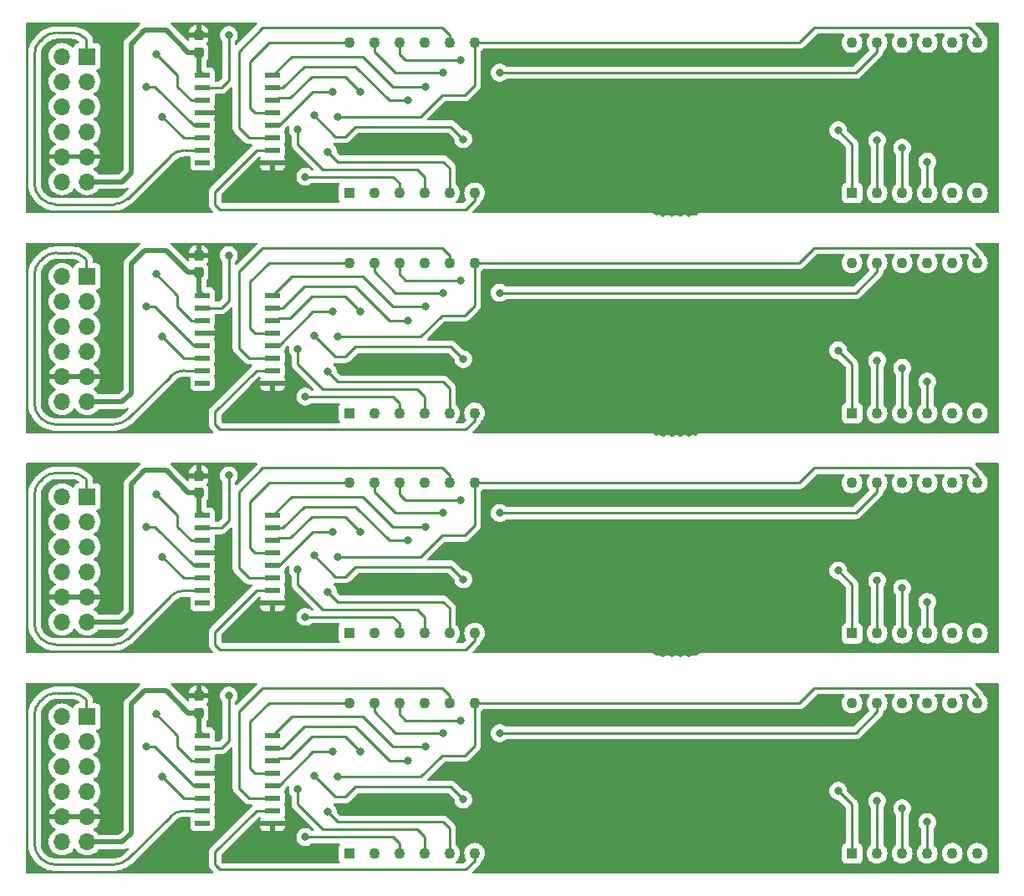
<source format=gbr>
%TF.GenerationSoftware,KiCad,Pcbnew,7.0.2*%
%TF.CreationDate,2023-08-10T02:42:32+09:00*%
%TF.ProjectId,Pmod_7LED_8digit,506d6f64-5f37-44c4-9544-5f3864696769,rev?*%
%TF.SameCoordinates,Original*%
%TF.FileFunction,Copper,L2,Bot*%
%TF.FilePolarity,Positive*%
%FSLAX46Y46*%
G04 Gerber Fmt 4.6, Leading zero omitted, Abs format (unit mm)*
G04 Created by KiCad (PCBNEW 7.0.2) date 2023-08-10 02:42:32*
%MOMM*%
%LPD*%
G01*
G04 APERTURE LIST*
G04 Aperture macros list*
%AMRoundRect*
0 Rectangle with rounded corners*
0 $1 Rounding radius*
0 $2 $3 $4 $5 $6 $7 $8 $9 X,Y pos of 4 corners*
0 Add a 4 corners polygon primitive as box body*
4,1,4,$2,$3,$4,$5,$6,$7,$8,$9,$2,$3,0*
0 Add four circle primitives for the rounded corners*
1,1,$1+$1,$2,$3*
1,1,$1+$1,$4,$5*
1,1,$1+$1,$6,$7*
1,1,$1+$1,$8,$9*
0 Add four rect primitives between the rounded corners*
20,1,$1+$1,$2,$3,$4,$5,0*
20,1,$1+$1,$4,$5,$6,$7,0*
20,1,$1+$1,$6,$7,$8,$9,0*
20,1,$1+$1,$8,$9,$2,$3,0*%
G04 Aperture macros list end*
%TA.AperFunction,SMDPad,CuDef*%
%ADD10R,1.500000X0.600000*%
%TD*%
%TA.AperFunction,SMDPad,CuDef*%
%ADD11RoundRect,0.237500X-0.237500X0.300000X-0.237500X-0.300000X0.237500X-0.300000X0.237500X0.300000X0*%
%TD*%
%TA.AperFunction,ComponentPad*%
%ADD12R,1.100000X1.100000*%
%TD*%
%TA.AperFunction,ComponentPad*%
%ADD13C,1.100000*%
%TD*%
%TA.AperFunction,ComponentPad*%
%ADD14R,1.700000X1.700000*%
%TD*%
%TA.AperFunction,ComponentPad*%
%ADD15O,1.700000X1.700000*%
%TD*%
%TA.AperFunction,ViaPad*%
%ADD16C,0.800000*%
%TD*%
%TA.AperFunction,ViaPad*%
%ADD17C,1.000000*%
%TD*%
%TA.AperFunction,Conductor*%
%ADD18C,0.500000*%
%TD*%
%TA.AperFunction,Conductor*%
%ADD19C,0.250000*%
%TD*%
G04 APERTURE END LIST*
D10*
%TO.P,U2,1,QB*%
%TO.N,Board_3-Net-(DS1-COMMON_CATHODE_DIG_2)*%
X124237000Y-92802000D03*
%TO.P,U2,2,QC*%
%TO.N,Board_3-Net-(DS1-COMMON_CATHODE_DIG_3)*%
X124237000Y-94072000D03*
%TO.P,U2,3,QD*%
%TO.N,Board_3-Net-(DS1-COMMON_CATHODE_DIG_4)*%
X124237000Y-95342000D03*
%TO.P,U2,4,QE*%
%TO.N,Board_3-Net-(DS2-COMMON_CATHODE_DIG_1)*%
X124237000Y-96612000D03*
%TO.P,U2,5,QF*%
%TO.N,Board_3-Net-(DS2-COMMON_CATHODE_DIG_2)*%
X124237000Y-97882000D03*
%TO.P,U2,6,QG*%
%TO.N,Board_3-Net-(DS2-COMMON_CATHODE_DIG_3)*%
X124237000Y-99152000D03*
%TO.P,U2,7,QH*%
%TO.N,Board_3-Net-(DS2-COMMON_CATHODE_DIG_4)*%
X124237000Y-100422000D03*
%TO.P,U2,8,GND*%
%TO.N,Board_3-GND*%
X124237000Y-101692000D03*
%TO.P,U2,9,QH'*%
%TO.N,Board_3-unconnected-(U2-QH'-Pad9)*%
X117137000Y-101692000D03*
%TO.P,U2,10,~{SRCLR}*%
%TO.N,Board_3-Net-(J1-Pin_1)*%
X117137000Y-100422000D03*
%TO.P,U2,11,SRCLK*%
%TO.N,Board_3-Net-(J1-Pin_2)*%
X117137000Y-99152000D03*
%TO.P,U2,12,RCLK*%
%TO.N,Board_3-Net-(J1-Pin_3)*%
X117137000Y-97882000D03*
%TO.P,U2,13,~{OE}*%
%TO.N,Board_3-GND*%
X117137000Y-96612000D03*
%TO.P,U2,14,SER*%
%TO.N,Board_3-Net-(U1-QH')*%
X117137000Y-95342000D03*
%TO.P,U2,15,QA*%
%TO.N,Board_3-Net-(DS1-COMMON_CATHODE_DIG_1)*%
X117137000Y-94072000D03*
%TO.P,U2,16,VCC*%
%TO.N,Board_3-VCC*%
X117137000Y-92802000D03*
%TD*%
%TO.P,U2,1,QB*%
%TO.N,Board_2-Net-(DS1-COMMON_CATHODE_DIG_2)*%
X124237000Y-70482000D03*
%TO.P,U2,2,QC*%
%TO.N,Board_2-Net-(DS1-COMMON_CATHODE_DIG_3)*%
X124237000Y-71752000D03*
%TO.P,U2,3,QD*%
%TO.N,Board_2-Net-(DS1-COMMON_CATHODE_DIG_4)*%
X124237000Y-73022000D03*
%TO.P,U2,4,QE*%
%TO.N,Board_2-Net-(DS2-COMMON_CATHODE_DIG_1)*%
X124237000Y-74292000D03*
%TO.P,U2,5,QF*%
%TO.N,Board_2-Net-(DS2-COMMON_CATHODE_DIG_2)*%
X124237000Y-75562000D03*
%TO.P,U2,6,QG*%
%TO.N,Board_2-Net-(DS2-COMMON_CATHODE_DIG_3)*%
X124237000Y-76832000D03*
%TO.P,U2,7,QH*%
%TO.N,Board_2-Net-(DS2-COMMON_CATHODE_DIG_4)*%
X124237000Y-78102000D03*
%TO.P,U2,8,GND*%
%TO.N,Board_2-GND*%
X124237000Y-79372000D03*
%TO.P,U2,9,QH'*%
%TO.N,Board_2-unconnected-(U2-QH'-Pad9)*%
X117137000Y-79372000D03*
%TO.P,U2,10,~{SRCLR}*%
%TO.N,Board_2-Net-(J1-Pin_1)*%
X117137000Y-78102000D03*
%TO.P,U2,11,SRCLK*%
%TO.N,Board_2-Net-(J1-Pin_2)*%
X117137000Y-76832000D03*
%TO.P,U2,12,RCLK*%
%TO.N,Board_2-Net-(J1-Pin_3)*%
X117137000Y-75562000D03*
%TO.P,U2,13,~{OE}*%
%TO.N,Board_2-GND*%
X117137000Y-74292000D03*
%TO.P,U2,14,SER*%
%TO.N,Board_2-Net-(U1-QH')*%
X117137000Y-73022000D03*
%TO.P,U2,15,QA*%
%TO.N,Board_2-Net-(DS1-COMMON_CATHODE_DIG_1)*%
X117137000Y-71752000D03*
%TO.P,U2,16,VCC*%
%TO.N,Board_2-VCC*%
X117137000Y-70482000D03*
%TD*%
%TO.P,U2,1,QB*%
%TO.N,Board_1-Net-(DS1-COMMON_CATHODE_DIG_2)*%
X124237000Y-48162000D03*
%TO.P,U2,2,QC*%
%TO.N,Board_1-Net-(DS1-COMMON_CATHODE_DIG_3)*%
X124237000Y-49432000D03*
%TO.P,U2,3,QD*%
%TO.N,Board_1-Net-(DS1-COMMON_CATHODE_DIG_4)*%
X124237000Y-50702000D03*
%TO.P,U2,4,QE*%
%TO.N,Board_1-Net-(DS2-COMMON_CATHODE_DIG_1)*%
X124237000Y-51972000D03*
%TO.P,U2,5,QF*%
%TO.N,Board_1-Net-(DS2-COMMON_CATHODE_DIG_2)*%
X124237000Y-53242000D03*
%TO.P,U2,6,QG*%
%TO.N,Board_1-Net-(DS2-COMMON_CATHODE_DIG_3)*%
X124237000Y-54512000D03*
%TO.P,U2,7,QH*%
%TO.N,Board_1-Net-(DS2-COMMON_CATHODE_DIG_4)*%
X124237000Y-55782000D03*
%TO.P,U2,8,GND*%
%TO.N,Board_1-GND*%
X124237000Y-57052000D03*
%TO.P,U2,9,QH'*%
%TO.N,Board_1-unconnected-(U2-QH'-Pad9)*%
X117137000Y-57052000D03*
%TO.P,U2,10,~{SRCLR}*%
%TO.N,Board_1-Net-(J1-Pin_1)*%
X117137000Y-55782000D03*
%TO.P,U2,11,SRCLK*%
%TO.N,Board_1-Net-(J1-Pin_2)*%
X117137000Y-54512000D03*
%TO.P,U2,12,RCLK*%
%TO.N,Board_1-Net-(J1-Pin_3)*%
X117137000Y-53242000D03*
%TO.P,U2,13,~{OE}*%
%TO.N,Board_1-GND*%
X117137000Y-51972000D03*
%TO.P,U2,14,SER*%
%TO.N,Board_1-Net-(U1-QH')*%
X117137000Y-50702000D03*
%TO.P,U2,15,QA*%
%TO.N,Board_1-Net-(DS1-COMMON_CATHODE_DIG_1)*%
X117137000Y-49432000D03*
%TO.P,U2,16,VCC*%
%TO.N,Board_1-VCC*%
X117137000Y-48162000D03*
%TD*%
D11*
%TO.P,C2,1*%
%TO.N,Board_2-GND*%
X116750000Y-66444500D03*
%TO.P,C2,2*%
%TO.N,Board_2-VCC*%
X116750000Y-68169500D03*
%TD*%
%TO.P,C2,1*%
%TO.N,Board_3-GND*%
X116750000Y-88764500D03*
%TO.P,C2,2*%
%TO.N,Board_3-VCC*%
X116750000Y-90489500D03*
%TD*%
%TO.P,C2,1*%
%TO.N,Board_0-GND*%
X116750000Y-21804500D03*
%TO.P,C2,2*%
%TO.N,Board_0-VCC*%
X116750000Y-23529500D03*
%TD*%
D10*
%TO.P,U2,1,QB*%
%TO.N,Board_0-Net-(DS1-COMMON_CATHODE_DIG_2)*%
X124237000Y-25842000D03*
%TO.P,U2,2,QC*%
%TO.N,Board_0-Net-(DS1-COMMON_CATHODE_DIG_3)*%
X124237000Y-27112000D03*
%TO.P,U2,3,QD*%
%TO.N,Board_0-Net-(DS1-COMMON_CATHODE_DIG_4)*%
X124237000Y-28382000D03*
%TO.P,U2,4,QE*%
%TO.N,Board_0-Net-(DS2-COMMON_CATHODE_DIG_1)*%
X124237000Y-29652000D03*
%TO.P,U2,5,QF*%
%TO.N,Board_0-Net-(DS2-COMMON_CATHODE_DIG_2)*%
X124237000Y-30922000D03*
%TO.P,U2,6,QG*%
%TO.N,Board_0-Net-(DS2-COMMON_CATHODE_DIG_3)*%
X124237000Y-32192000D03*
%TO.P,U2,7,QH*%
%TO.N,Board_0-Net-(DS2-COMMON_CATHODE_DIG_4)*%
X124237000Y-33462000D03*
%TO.P,U2,8,GND*%
%TO.N,Board_0-GND*%
X124237000Y-34732000D03*
%TO.P,U2,9,QH'*%
%TO.N,Board_0-unconnected-(U2-QH'-Pad9)*%
X117137000Y-34732000D03*
%TO.P,U2,10,~{SRCLR}*%
%TO.N,Board_0-Net-(J1-Pin_1)*%
X117137000Y-33462000D03*
%TO.P,U2,11,SRCLK*%
%TO.N,Board_0-Net-(J1-Pin_2)*%
X117137000Y-32192000D03*
%TO.P,U2,12,RCLK*%
%TO.N,Board_0-Net-(J1-Pin_3)*%
X117137000Y-30922000D03*
%TO.P,U2,13,~{OE}*%
%TO.N,Board_0-GND*%
X117137000Y-29652000D03*
%TO.P,U2,14,SER*%
%TO.N,Board_0-Net-(U1-QH')*%
X117137000Y-28382000D03*
%TO.P,U2,15,QA*%
%TO.N,Board_0-Net-(DS1-COMMON_CATHODE_DIG_1)*%
X117137000Y-27112000D03*
%TO.P,U2,16,VCC*%
%TO.N,Board_0-VCC*%
X117137000Y-25842000D03*
%TD*%
D11*
%TO.P,C2,1*%
%TO.N,Board_1-GND*%
X116750000Y-44124500D03*
%TO.P,C2,2*%
%TO.N,Board_1-VCC*%
X116750000Y-45849500D03*
%TD*%
D12*
%TO.P,DS1,1,ANODE_E_DIG_1234*%
%TO.N,Board_2-Net-(DS1-ANODE_E_DIG_1234)*%
X182917000Y-82420000D03*
D13*
%TO.P,DS1,2,ANODE_D_DIG_1234*%
%TO.N,Board_2-Net-(DS1-ANODE_D_DIG_1234)*%
X185457000Y-82420000D03*
%TO.P,DS1,3,ANODE_DP_DIG_1234*%
%TO.N,Board_2-Net-(DS1-ANODE_DP_DIG_1234)*%
X187997000Y-82420000D03*
%TO.P,DS1,4,ANODE_C_DIG_1234*%
%TO.N,Board_2-Net-(DS1-ANODE_C_DIG_1234)*%
X190537000Y-82420000D03*
%TO.P,DS1,5,ANODE_G_DIG_1234*%
%TO.N,Board_2-Net-(DS1-ANODE_G_DIG_1234)*%
X193077000Y-82420000D03*
%TO.P,DS1,6,COMMON_CATHODE_DIG_4*%
%TO.N,Board_2-Net-(DS1-COMMON_CATHODE_DIG_4)*%
X195617000Y-82420000D03*
%TO.P,DS1,7,ANODE_B_DIG_1234*%
%TO.N,Board_2-Net-(DS1-ANODE_B_DIG_1234)*%
X195617000Y-67180000D03*
%TO.P,DS1,8,COMMON_CATHODE_DIG_3*%
%TO.N,Board_2-Net-(DS1-COMMON_CATHODE_DIG_3)*%
X193077000Y-67180000D03*
%TO.P,DS1,9,COMMON_CATHODE_DIG_2*%
%TO.N,Board_2-Net-(DS1-COMMON_CATHODE_DIG_2)*%
X190537000Y-67180000D03*
%TO.P,DS1,10,ANODE_F_DIG_1234*%
%TO.N,Board_2-Net-(DS1-ANODE_F_DIG_1234)*%
X187997000Y-67180000D03*
%TO.P,DS1,11,ANODE_A_DIG_1234*%
%TO.N,Board_2-Net-(DS1-ANODE_A_DIG_1234)*%
X185457000Y-67180000D03*
%TO.P,DS1,12,COMMON_CATHODE_DIG_1*%
%TO.N,Board_2-Net-(DS1-COMMON_CATHODE_DIG_1)*%
X182917000Y-67180000D03*
%TD*%
D12*
%TO.P,DS2,1,ANODE_E_DIG_1234*%
%TO.N,Board_3-Net-(DS1-ANODE_E_DIG_1234)*%
X131990000Y-104740000D03*
D13*
%TO.P,DS2,2,ANODE_D_DIG_1234*%
%TO.N,Board_3-Net-(DS1-ANODE_D_DIG_1234)*%
X134530000Y-104740000D03*
%TO.P,DS2,3,ANODE_DP_DIG_1234*%
%TO.N,Board_3-Net-(DS1-ANODE_DP_DIG_1234)*%
X137070000Y-104740000D03*
%TO.P,DS2,4,ANODE_C_DIG_1234*%
%TO.N,Board_3-Net-(DS1-ANODE_C_DIG_1234)*%
X139610000Y-104740000D03*
%TO.P,DS2,5,ANODE_G_DIG_1234*%
%TO.N,Board_3-Net-(DS1-ANODE_G_DIG_1234)*%
X142150000Y-104740000D03*
%TO.P,DS2,6,COMMON_CATHODE_DIG_4*%
%TO.N,Board_3-Net-(DS2-COMMON_CATHODE_DIG_4)*%
X144690000Y-104740000D03*
%TO.P,DS2,7,ANODE_B_DIG_1234*%
%TO.N,Board_3-Net-(DS1-ANODE_B_DIG_1234)*%
X144690000Y-89500000D03*
%TO.P,DS2,8,COMMON_CATHODE_DIG_3*%
%TO.N,Board_3-Net-(DS2-COMMON_CATHODE_DIG_3)*%
X142150000Y-89500000D03*
%TO.P,DS2,9,COMMON_CATHODE_DIG_2*%
%TO.N,Board_3-Net-(DS2-COMMON_CATHODE_DIG_2)*%
X139610000Y-89500000D03*
%TO.P,DS2,10,ANODE_F_DIG_1234*%
%TO.N,Board_3-Net-(DS1-ANODE_F_DIG_1234)*%
X137070000Y-89500000D03*
%TO.P,DS2,11,ANODE_A_DIG_1234*%
%TO.N,Board_3-Net-(DS1-ANODE_A_DIG_1234)*%
X134530000Y-89500000D03*
%TO.P,DS2,12,COMMON_CATHODE_DIG_1*%
%TO.N,Board_3-Net-(DS2-COMMON_CATHODE_DIG_1)*%
X131990000Y-89500000D03*
%TD*%
D12*
%TO.P,DS2,1,ANODE_E_DIG_1234*%
%TO.N,Board_2-Net-(DS1-ANODE_E_DIG_1234)*%
X131990000Y-82420000D03*
D13*
%TO.P,DS2,2,ANODE_D_DIG_1234*%
%TO.N,Board_2-Net-(DS1-ANODE_D_DIG_1234)*%
X134530000Y-82420000D03*
%TO.P,DS2,3,ANODE_DP_DIG_1234*%
%TO.N,Board_2-Net-(DS1-ANODE_DP_DIG_1234)*%
X137070000Y-82420000D03*
%TO.P,DS2,4,ANODE_C_DIG_1234*%
%TO.N,Board_2-Net-(DS1-ANODE_C_DIG_1234)*%
X139610000Y-82420000D03*
%TO.P,DS2,5,ANODE_G_DIG_1234*%
%TO.N,Board_2-Net-(DS1-ANODE_G_DIG_1234)*%
X142150000Y-82420000D03*
%TO.P,DS2,6,COMMON_CATHODE_DIG_4*%
%TO.N,Board_2-Net-(DS2-COMMON_CATHODE_DIG_4)*%
X144690000Y-82420000D03*
%TO.P,DS2,7,ANODE_B_DIG_1234*%
%TO.N,Board_2-Net-(DS1-ANODE_B_DIG_1234)*%
X144690000Y-67180000D03*
%TO.P,DS2,8,COMMON_CATHODE_DIG_3*%
%TO.N,Board_2-Net-(DS2-COMMON_CATHODE_DIG_3)*%
X142150000Y-67180000D03*
%TO.P,DS2,9,COMMON_CATHODE_DIG_2*%
%TO.N,Board_2-Net-(DS2-COMMON_CATHODE_DIG_2)*%
X139610000Y-67180000D03*
%TO.P,DS2,10,ANODE_F_DIG_1234*%
%TO.N,Board_2-Net-(DS1-ANODE_F_DIG_1234)*%
X137070000Y-67180000D03*
%TO.P,DS2,11,ANODE_A_DIG_1234*%
%TO.N,Board_2-Net-(DS1-ANODE_A_DIG_1234)*%
X134530000Y-67180000D03*
%TO.P,DS2,12,COMMON_CATHODE_DIG_1*%
%TO.N,Board_2-Net-(DS2-COMMON_CATHODE_DIG_1)*%
X131990000Y-67180000D03*
%TD*%
D12*
%TO.P,DS2,1,ANODE_E_DIG_1234*%
%TO.N,Board_1-Net-(DS1-ANODE_E_DIG_1234)*%
X131990000Y-60100000D03*
D13*
%TO.P,DS2,2,ANODE_D_DIG_1234*%
%TO.N,Board_1-Net-(DS1-ANODE_D_DIG_1234)*%
X134530000Y-60100000D03*
%TO.P,DS2,3,ANODE_DP_DIG_1234*%
%TO.N,Board_1-Net-(DS1-ANODE_DP_DIG_1234)*%
X137070000Y-60100000D03*
%TO.P,DS2,4,ANODE_C_DIG_1234*%
%TO.N,Board_1-Net-(DS1-ANODE_C_DIG_1234)*%
X139610000Y-60100000D03*
%TO.P,DS2,5,ANODE_G_DIG_1234*%
%TO.N,Board_1-Net-(DS1-ANODE_G_DIG_1234)*%
X142150000Y-60100000D03*
%TO.P,DS2,6,COMMON_CATHODE_DIG_4*%
%TO.N,Board_1-Net-(DS2-COMMON_CATHODE_DIG_4)*%
X144690000Y-60100000D03*
%TO.P,DS2,7,ANODE_B_DIG_1234*%
%TO.N,Board_1-Net-(DS1-ANODE_B_DIG_1234)*%
X144690000Y-44860000D03*
%TO.P,DS2,8,COMMON_CATHODE_DIG_3*%
%TO.N,Board_1-Net-(DS2-COMMON_CATHODE_DIG_3)*%
X142150000Y-44860000D03*
%TO.P,DS2,9,COMMON_CATHODE_DIG_2*%
%TO.N,Board_1-Net-(DS2-COMMON_CATHODE_DIG_2)*%
X139610000Y-44860000D03*
%TO.P,DS2,10,ANODE_F_DIG_1234*%
%TO.N,Board_1-Net-(DS1-ANODE_F_DIG_1234)*%
X137070000Y-44860000D03*
%TO.P,DS2,11,ANODE_A_DIG_1234*%
%TO.N,Board_1-Net-(DS1-ANODE_A_DIG_1234)*%
X134530000Y-44860000D03*
%TO.P,DS2,12,COMMON_CATHODE_DIG_1*%
%TO.N,Board_1-Net-(DS2-COMMON_CATHODE_DIG_1)*%
X131990000Y-44860000D03*
%TD*%
D12*
%TO.P,DS2,1,ANODE_E_DIG_1234*%
%TO.N,Board_0-Net-(DS1-ANODE_E_DIG_1234)*%
X131990000Y-37780000D03*
D13*
%TO.P,DS2,2,ANODE_D_DIG_1234*%
%TO.N,Board_0-Net-(DS1-ANODE_D_DIG_1234)*%
X134530000Y-37780000D03*
%TO.P,DS2,3,ANODE_DP_DIG_1234*%
%TO.N,Board_0-Net-(DS1-ANODE_DP_DIG_1234)*%
X137070000Y-37780000D03*
%TO.P,DS2,4,ANODE_C_DIG_1234*%
%TO.N,Board_0-Net-(DS1-ANODE_C_DIG_1234)*%
X139610000Y-37780000D03*
%TO.P,DS2,5,ANODE_G_DIG_1234*%
%TO.N,Board_0-Net-(DS1-ANODE_G_DIG_1234)*%
X142150000Y-37780000D03*
%TO.P,DS2,6,COMMON_CATHODE_DIG_4*%
%TO.N,Board_0-Net-(DS2-COMMON_CATHODE_DIG_4)*%
X144690000Y-37780000D03*
%TO.P,DS2,7,ANODE_B_DIG_1234*%
%TO.N,Board_0-Net-(DS1-ANODE_B_DIG_1234)*%
X144690000Y-22540000D03*
%TO.P,DS2,8,COMMON_CATHODE_DIG_3*%
%TO.N,Board_0-Net-(DS2-COMMON_CATHODE_DIG_3)*%
X142150000Y-22540000D03*
%TO.P,DS2,9,COMMON_CATHODE_DIG_2*%
%TO.N,Board_0-Net-(DS2-COMMON_CATHODE_DIG_2)*%
X139610000Y-22540000D03*
%TO.P,DS2,10,ANODE_F_DIG_1234*%
%TO.N,Board_0-Net-(DS1-ANODE_F_DIG_1234)*%
X137070000Y-22540000D03*
%TO.P,DS2,11,ANODE_A_DIG_1234*%
%TO.N,Board_0-Net-(DS1-ANODE_A_DIG_1234)*%
X134530000Y-22540000D03*
%TO.P,DS2,12,COMMON_CATHODE_DIG_1*%
%TO.N,Board_0-Net-(DS2-COMMON_CATHODE_DIG_1)*%
X131990000Y-22540000D03*
%TD*%
D12*
%TO.P,DS1,1,ANODE_E_DIG_1234*%
%TO.N,Board_0-Net-(DS1-ANODE_E_DIG_1234)*%
X182917000Y-37780000D03*
D13*
%TO.P,DS1,2,ANODE_D_DIG_1234*%
%TO.N,Board_0-Net-(DS1-ANODE_D_DIG_1234)*%
X185457000Y-37780000D03*
%TO.P,DS1,3,ANODE_DP_DIG_1234*%
%TO.N,Board_0-Net-(DS1-ANODE_DP_DIG_1234)*%
X187997000Y-37780000D03*
%TO.P,DS1,4,ANODE_C_DIG_1234*%
%TO.N,Board_0-Net-(DS1-ANODE_C_DIG_1234)*%
X190537000Y-37780000D03*
%TO.P,DS1,5,ANODE_G_DIG_1234*%
%TO.N,Board_0-Net-(DS1-ANODE_G_DIG_1234)*%
X193077000Y-37780000D03*
%TO.P,DS1,6,COMMON_CATHODE_DIG_4*%
%TO.N,Board_0-Net-(DS1-COMMON_CATHODE_DIG_4)*%
X195617000Y-37780000D03*
%TO.P,DS1,7,ANODE_B_DIG_1234*%
%TO.N,Board_0-Net-(DS1-ANODE_B_DIG_1234)*%
X195617000Y-22540000D03*
%TO.P,DS1,8,COMMON_CATHODE_DIG_3*%
%TO.N,Board_0-Net-(DS1-COMMON_CATHODE_DIG_3)*%
X193077000Y-22540000D03*
%TO.P,DS1,9,COMMON_CATHODE_DIG_2*%
%TO.N,Board_0-Net-(DS1-COMMON_CATHODE_DIG_2)*%
X190537000Y-22540000D03*
%TO.P,DS1,10,ANODE_F_DIG_1234*%
%TO.N,Board_0-Net-(DS1-ANODE_F_DIG_1234)*%
X187997000Y-22540000D03*
%TO.P,DS1,11,ANODE_A_DIG_1234*%
%TO.N,Board_0-Net-(DS1-ANODE_A_DIG_1234)*%
X185457000Y-22540000D03*
%TO.P,DS1,12,COMMON_CATHODE_DIG_1*%
%TO.N,Board_0-Net-(DS1-COMMON_CATHODE_DIG_1)*%
X182917000Y-22540000D03*
%TD*%
D12*
%TO.P,DS1,1,ANODE_E_DIG_1234*%
%TO.N,Board_3-Net-(DS1-ANODE_E_DIG_1234)*%
X182917000Y-104740000D03*
D13*
%TO.P,DS1,2,ANODE_D_DIG_1234*%
%TO.N,Board_3-Net-(DS1-ANODE_D_DIG_1234)*%
X185457000Y-104740000D03*
%TO.P,DS1,3,ANODE_DP_DIG_1234*%
%TO.N,Board_3-Net-(DS1-ANODE_DP_DIG_1234)*%
X187997000Y-104740000D03*
%TO.P,DS1,4,ANODE_C_DIG_1234*%
%TO.N,Board_3-Net-(DS1-ANODE_C_DIG_1234)*%
X190537000Y-104740000D03*
%TO.P,DS1,5,ANODE_G_DIG_1234*%
%TO.N,Board_3-Net-(DS1-ANODE_G_DIG_1234)*%
X193077000Y-104740000D03*
%TO.P,DS1,6,COMMON_CATHODE_DIG_4*%
%TO.N,Board_3-Net-(DS1-COMMON_CATHODE_DIG_4)*%
X195617000Y-104740000D03*
%TO.P,DS1,7,ANODE_B_DIG_1234*%
%TO.N,Board_3-Net-(DS1-ANODE_B_DIG_1234)*%
X195617000Y-89500000D03*
%TO.P,DS1,8,COMMON_CATHODE_DIG_3*%
%TO.N,Board_3-Net-(DS1-COMMON_CATHODE_DIG_3)*%
X193077000Y-89500000D03*
%TO.P,DS1,9,COMMON_CATHODE_DIG_2*%
%TO.N,Board_3-Net-(DS1-COMMON_CATHODE_DIG_2)*%
X190537000Y-89500000D03*
%TO.P,DS1,10,ANODE_F_DIG_1234*%
%TO.N,Board_3-Net-(DS1-ANODE_F_DIG_1234)*%
X187997000Y-89500000D03*
%TO.P,DS1,11,ANODE_A_DIG_1234*%
%TO.N,Board_3-Net-(DS1-ANODE_A_DIG_1234)*%
X185457000Y-89500000D03*
%TO.P,DS1,12,COMMON_CATHODE_DIG_1*%
%TO.N,Board_3-Net-(DS1-COMMON_CATHODE_DIG_1)*%
X182917000Y-89500000D03*
%TD*%
D14*
%TO.P,J1,1,Pin_1*%
%TO.N,Board_0-Net-(J1-Pin_1)*%
X105447000Y-23937000D03*
D15*
%TO.P,J1,2,Pin_2*%
%TO.N,Board_0-Net-(J1-Pin_2)*%
X105447000Y-26477000D03*
%TO.P,J1,3,Pin_3*%
%TO.N,Board_0-Net-(J1-Pin_3)*%
X105447000Y-29017000D03*
%TO.P,J1,4,Pin_4*%
%TO.N,Board_0-Net-(J1-Pin_4)*%
X105447000Y-31557000D03*
%TO.P,J1,5,Pin_5*%
%TO.N,Board_0-GND*%
X105447000Y-34097000D03*
%TO.P,J1,6,Pin_6*%
%TO.N,Board_0-VCC*%
X105447000Y-36637000D03*
%TO.P,J1,7,Pin_7*%
%TO.N,Board_0-unconnected-(J1-Pin_7-Pad7)*%
X102907000Y-23937000D03*
%TO.P,J1,8,Pin_8*%
%TO.N,Board_0-unconnected-(J1-Pin_8-Pad8)*%
X102907000Y-26477000D03*
%TO.P,J1,9,Pin_9*%
%TO.N,Board_0-unconnected-(J1-Pin_9-Pad9)*%
X102907000Y-29017000D03*
%TO.P,J1,10,Pin_10*%
%TO.N,Board_0-unconnected-(J1-Pin_10-Pad10)*%
X102907000Y-31557000D03*
%TO.P,J1,11,Pin_11*%
%TO.N,Board_0-GND*%
X102907000Y-34097000D03*
%TO.P,J1,12,Pin_12*%
%TO.N,Board_0-VCC*%
X102907000Y-36637000D03*
%TD*%
D14*
%TO.P,J1,1,Pin_1*%
%TO.N,Board_3-Net-(J1-Pin_1)*%
X105447000Y-90897000D03*
D15*
%TO.P,J1,2,Pin_2*%
%TO.N,Board_3-Net-(J1-Pin_2)*%
X105447000Y-93437000D03*
%TO.P,J1,3,Pin_3*%
%TO.N,Board_3-Net-(J1-Pin_3)*%
X105447000Y-95977000D03*
%TO.P,J1,4,Pin_4*%
%TO.N,Board_3-Net-(J1-Pin_4)*%
X105447000Y-98517000D03*
%TO.P,J1,5,Pin_5*%
%TO.N,Board_3-GND*%
X105447000Y-101057000D03*
%TO.P,J1,6,Pin_6*%
%TO.N,Board_3-VCC*%
X105447000Y-103597000D03*
%TO.P,J1,7,Pin_7*%
%TO.N,Board_3-unconnected-(J1-Pin_7-Pad7)*%
X102907000Y-90897000D03*
%TO.P,J1,8,Pin_8*%
%TO.N,Board_3-unconnected-(J1-Pin_8-Pad8)*%
X102907000Y-93437000D03*
%TO.P,J1,9,Pin_9*%
%TO.N,Board_3-unconnected-(J1-Pin_9-Pad9)*%
X102907000Y-95977000D03*
%TO.P,J1,10,Pin_10*%
%TO.N,Board_3-unconnected-(J1-Pin_10-Pad10)*%
X102907000Y-98517000D03*
%TO.P,J1,11,Pin_11*%
%TO.N,Board_3-GND*%
X102907000Y-101057000D03*
%TO.P,J1,12,Pin_12*%
%TO.N,Board_3-VCC*%
X102907000Y-103597000D03*
%TD*%
D14*
%TO.P,J1,1,Pin_1*%
%TO.N,Board_1-Net-(J1-Pin_1)*%
X105447000Y-46257000D03*
D15*
%TO.P,J1,2,Pin_2*%
%TO.N,Board_1-Net-(J1-Pin_2)*%
X105447000Y-48797000D03*
%TO.P,J1,3,Pin_3*%
%TO.N,Board_1-Net-(J1-Pin_3)*%
X105447000Y-51337000D03*
%TO.P,J1,4,Pin_4*%
%TO.N,Board_1-Net-(J1-Pin_4)*%
X105447000Y-53877000D03*
%TO.P,J1,5,Pin_5*%
%TO.N,Board_1-GND*%
X105447000Y-56417000D03*
%TO.P,J1,6,Pin_6*%
%TO.N,Board_1-VCC*%
X105447000Y-58957000D03*
%TO.P,J1,7,Pin_7*%
%TO.N,Board_1-unconnected-(J1-Pin_7-Pad7)*%
X102907000Y-46257000D03*
%TO.P,J1,8,Pin_8*%
%TO.N,Board_1-unconnected-(J1-Pin_8-Pad8)*%
X102907000Y-48797000D03*
%TO.P,J1,9,Pin_9*%
%TO.N,Board_1-unconnected-(J1-Pin_9-Pad9)*%
X102907000Y-51337000D03*
%TO.P,J1,10,Pin_10*%
%TO.N,Board_1-unconnected-(J1-Pin_10-Pad10)*%
X102907000Y-53877000D03*
%TO.P,J1,11,Pin_11*%
%TO.N,Board_1-GND*%
X102907000Y-56417000D03*
%TO.P,J1,12,Pin_12*%
%TO.N,Board_1-VCC*%
X102907000Y-58957000D03*
%TD*%
D14*
%TO.P,J1,1,Pin_1*%
%TO.N,Board_2-Net-(J1-Pin_1)*%
X105447000Y-68577000D03*
D15*
%TO.P,J1,2,Pin_2*%
%TO.N,Board_2-Net-(J1-Pin_2)*%
X105447000Y-71117000D03*
%TO.P,J1,3,Pin_3*%
%TO.N,Board_2-Net-(J1-Pin_3)*%
X105447000Y-73657000D03*
%TO.P,J1,4,Pin_4*%
%TO.N,Board_2-Net-(J1-Pin_4)*%
X105447000Y-76197000D03*
%TO.P,J1,5,Pin_5*%
%TO.N,Board_2-GND*%
X105447000Y-78737000D03*
%TO.P,J1,6,Pin_6*%
%TO.N,Board_2-VCC*%
X105447000Y-81277000D03*
%TO.P,J1,7,Pin_7*%
%TO.N,Board_2-unconnected-(J1-Pin_7-Pad7)*%
X102907000Y-68577000D03*
%TO.P,J1,8,Pin_8*%
%TO.N,Board_2-unconnected-(J1-Pin_8-Pad8)*%
X102907000Y-71117000D03*
%TO.P,J1,9,Pin_9*%
%TO.N,Board_2-unconnected-(J1-Pin_9-Pad9)*%
X102907000Y-73657000D03*
%TO.P,J1,10,Pin_10*%
%TO.N,Board_2-unconnected-(J1-Pin_10-Pad10)*%
X102907000Y-76197000D03*
%TO.P,J1,11,Pin_11*%
%TO.N,Board_2-GND*%
X102907000Y-78737000D03*
%TO.P,J1,12,Pin_12*%
%TO.N,Board_2-VCC*%
X102907000Y-81277000D03*
%TD*%
D12*
%TO.P,DS1,1,ANODE_E_DIG_1234*%
%TO.N,Board_1-Net-(DS1-ANODE_E_DIG_1234)*%
X182917000Y-60100000D03*
D13*
%TO.P,DS1,2,ANODE_D_DIG_1234*%
%TO.N,Board_1-Net-(DS1-ANODE_D_DIG_1234)*%
X185457000Y-60100000D03*
%TO.P,DS1,3,ANODE_DP_DIG_1234*%
%TO.N,Board_1-Net-(DS1-ANODE_DP_DIG_1234)*%
X187997000Y-60100000D03*
%TO.P,DS1,4,ANODE_C_DIG_1234*%
%TO.N,Board_1-Net-(DS1-ANODE_C_DIG_1234)*%
X190537000Y-60100000D03*
%TO.P,DS1,5,ANODE_G_DIG_1234*%
%TO.N,Board_1-Net-(DS1-ANODE_G_DIG_1234)*%
X193077000Y-60100000D03*
%TO.P,DS1,6,COMMON_CATHODE_DIG_4*%
%TO.N,Board_1-Net-(DS1-COMMON_CATHODE_DIG_4)*%
X195617000Y-60100000D03*
%TO.P,DS1,7,ANODE_B_DIG_1234*%
%TO.N,Board_1-Net-(DS1-ANODE_B_DIG_1234)*%
X195617000Y-44860000D03*
%TO.P,DS1,8,COMMON_CATHODE_DIG_3*%
%TO.N,Board_1-Net-(DS1-COMMON_CATHODE_DIG_3)*%
X193077000Y-44860000D03*
%TO.P,DS1,9,COMMON_CATHODE_DIG_2*%
%TO.N,Board_1-Net-(DS1-COMMON_CATHODE_DIG_2)*%
X190537000Y-44860000D03*
%TO.P,DS1,10,ANODE_F_DIG_1234*%
%TO.N,Board_1-Net-(DS1-ANODE_F_DIG_1234)*%
X187997000Y-44860000D03*
%TO.P,DS1,11,ANODE_A_DIG_1234*%
%TO.N,Board_1-Net-(DS1-ANODE_A_DIG_1234)*%
X185457000Y-44860000D03*
%TO.P,DS1,12,COMMON_CATHODE_DIG_1*%
%TO.N,Board_1-Net-(DS1-COMMON_CATHODE_DIG_1)*%
X182917000Y-44860000D03*
%TD*%
D16*
%TO.N,Board_3-Net-(U1-QH')*%
X112432000Y-90643000D03*
%TO.N,Board_3-Net-(J1-Pin_3)*%
X111416000Y-93945000D03*
%TO.N,Board_3-Net-(J1-Pin_2)*%
X113067000Y-96993000D03*
%TO.N,Board_3-Net-(DS2-COMMON_CATHODE_DIG_2)*%
X130339000Y-94453000D03*
%TO.N,Board_3-Net-(DS1-COMMON_CATHODE_DIG_4)*%
X133133000Y-94453000D03*
%TO.N,Board_3-Net-(DS1-COMMON_CATHODE_DIG_3)*%
X137959000Y-95342000D03*
%TO.N,Board_3-Net-(DS1-COMMON_CATHODE_DIG_2)*%
X139737000Y-93945000D03*
%TO.N,Board_3-Net-(DS1-COMMON_CATHODE_DIG_1)*%
X119798000Y-88738000D03*
%TO.N,Board_3-Net-(DS1-ANODE_G_DIG_1234)*%
X129831000Y-100549000D03*
%TO.N,Board_3-Net-(DS1-ANODE_F_DIG_1234)*%
X143293000Y-91278000D03*
%TO.N,Board_3-Net-(DS1-ANODE_E_DIG_1234)*%
X181520000Y-98390000D03*
%TO.N,Board_3-Net-(DS1-ANODE_D_DIG_1234)*%
X185457000Y-99406000D03*
X143547000Y-99279000D03*
X128434000Y-96866000D03*
%TO.N,Board_3-Net-(DS1-ANODE_DP_DIG_1234)*%
X127545000Y-103089000D03*
X187997000Y-100168000D03*
%TO.N,Board_3-Net-(DS1-ANODE_C_DIG_1234)*%
X190537000Y-101565000D03*
X126783000Y-98263000D03*
%TO.N,Board_3-Net-(DS1-ANODE_B_DIG_1234)*%
X130847000Y-96993000D03*
%TO.N,Board_3-Net-(DS1-ANODE_A_DIG_1234)*%
X141515000Y-92548000D03*
X147230000Y-92548000D03*
D17*
%TO.N,Board_3-GND*%
X107987000Y-95723000D03*
D16*
X172249000Y-97628000D03*
X152056000Y-97628000D03*
X114591000Y-104359000D03*
X120179000Y-104867000D03*
X132371000Y-100041000D03*
X134149000Y-99279000D03*
X152056000Y-104613000D03*
X195109000Y-94834000D03*
X186346000Y-92548000D03*
X127037000Y-104867000D03*
X116623000Y-104613000D03*
X172249000Y-104613000D03*
X191553000Y-98771000D03*
%TO.N,Board_2-Net-(U1-QH')*%
X112432000Y-68323000D03*
%TO.N,Board_2-Net-(J1-Pin_3)*%
X111416000Y-71625000D03*
%TO.N,Board_2-Net-(J1-Pin_2)*%
X113067000Y-74673000D03*
%TO.N,Board_2-Net-(DS2-COMMON_CATHODE_DIG_2)*%
X130339000Y-72133000D03*
%TO.N,Board_2-Net-(DS1-COMMON_CATHODE_DIG_4)*%
X133133000Y-72133000D03*
%TO.N,Board_2-Net-(DS1-COMMON_CATHODE_DIG_3)*%
X137959000Y-73022000D03*
%TO.N,Board_2-Net-(DS1-COMMON_CATHODE_DIG_2)*%
X139737000Y-71625000D03*
%TO.N,Board_2-Net-(DS1-COMMON_CATHODE_DIG_1)*%
X119798000Y-66418000D03*
%TO.N,Board_2-Net-(DS1-ANODE_G_DIG_1234)*%
X129831000Y-78229000D03*
%TO.N,Board_2-Net-(DS1-ANODE_F_DIG_1234)*%
X143293000Y-68958000D03*
%TO.N,Board_2-Net-(DS1-ANODE_E_DIG_1234)*%
X181520000Y-76070000D03*
%TO.N,Board_2-Net-(DS1-ANODE_D_DIG_1234)*%
X143547000Y-76959000D03*
X185457000Y-77086000D03*
X128434000Y-74546000D03*
%TO.N,Board_2-Net-(DS1-ANODE_DP_DIG_1234)*%
X127545000Y-80769000D03*
X187997000Y-77848000D03*
%TO.N,Board_2-Net-(DS1-ANODE_C_DIG_1234)*%
X190537000Y-79245000D03*
X126783000Y-75943000D03*
%TO.N,Board_2-Net-(DS1-ANODE_B_DIG_1234)*%
X130847000Y-74673000D03*
%TO.N,Board_2-Net-(DS1-ANODE_A_DIG_1234)*%
X147230000Y-70228000D03*
X141515000Y-70228000D03*
%TO.N,Board_2-GND*%
X172249000Y-82293000D03*
X152056000Y-82293000D03*
X116623000Y-82293000D03*
X132371000Y-77721000D03*
X120179000Y-82547000D03*
X186346000Y-70228000D03*
X127037000Y-82547000D03*
X191553000Y-76451000D03*
X172249000Y-75308000D03*
D17*
X107987000Y-73403000D03*
D16*
X134149000Y-76959000D03*
X195109000Y-72514000D03*
X114591000Y-82039000D03*
X152056000Y-75308000D03*
%TO.N,Board_1-Net-(U1-QH')*%
X112432000Y-46003000D03*
%TO.N,Board_1-Net-(J1-Pin_3)*%
X111416000Y-49305000D03*
%TO.N,Board_1-Net-(J1-Pin_2)*%
X113067000Y-52353000D03*
%TO.N,Board_1-Net-(DS2-COMMON_CATHODE_DIG_2)*%
X130339000Y-49813000D03*
%TO.N,Board_1-Net-(DS1-COMMON_CATHODE_DIG_4)*%
X133133000Y-49813000D03*
%TO.N,Board_1-Net-(DS1-COMMON_CATHODE_DIG_3)*%
X137959000Y-50702000D03*
%TO.N,Board_1-Net-(DS1-COMMON_CATHODE_DIG_2)*%
X139737000Y-49305000D03*
%TO.N,Board_1-Net-(DS1-COMMON_CATHODE_DIG_1)*%
X119798000Y-44098000D03*
%TO.N,Board_1-Net-(DS1-ANODE_G_DIG_1234)*%
X129831000Y-55909000D03*
%TO.N,Board_1-Net-(DS1-ANODE_F_DIG_1234)*%
X143293000Y-46638000D03*
%TO.N,Board_1-Net-(DS1-ANODE_E_DIG_1234)*%
X181520000Y-53750000D03*
%TO.N,Board_1-Net-(DS1-ANODE_D_DIG_1234)*%
X143547000Y-54639000D03*
X128434000Y-52226000D03*
X185457000Y-54766000D03*
%TO.N,Board_1-Net-(DS1-ANODE_DP_DIG_1234)*%
X127545000Y-58449000D03*
X187997000Y-55528000D03*
%TO.N,Board_1-Net-(DS1-ANODE_C_DIG_1234)*%
X190537000Y-56925000D03*
X126783000Y-53623000D03*
%TO.N,Board_1-Net-(DS1-ANODE_B_DIG_1234)*%
X130847000Y-52353000D03*
%TO.N,Board_1-Net-(DS1-ANODE_A_DIG_1234)*%
X147230000Y-47908000D03*
X141515000Y-47908000D03*
%TO.N,Board_1-GND*%
X195109000Y-50194000D03*
X120179000Y-60227000D03*
X134149000Y-54639000D03*
X152056000Y-52988000D03*
X127037000Y-60227000D03*
X172249000Y-52988000D03*
X172249000Y-59973000D03*
X186346000Y-47908000D03*
D17*
X107987000Y-51083000D03*
D16*
X152056000Y-59973000D03*
X191553000Y-54131000D03*
X132371000Y-55401000D03*
X114591000Y-59719000D03*
X116623000Y-59973000D03*
%TO.N,Board_0-Net-(U1-QH')*%
X112432000Y-23683000D03*
%TO.N,Board_0-Net-(J1-Pin_3)*%
X111416000Y-26985000D03*
%TO.N,Board_0-Net-(J1-Pin_2)*%
X113067000Y-30033000D03*
%TO.N,Board_0-Net-(DS2-COMMON_CATHODE_DIG_2)*%
X130339000Y-27493000D03*
%TO.N,Board_0-Net-(DS1-COMMON_CATHODE_DIG_4)*%
X133133000Y-27493000D03*
%TO.N,Board_0-Net-(DS1-COMMON_CATHODE_DIG_3)*%
X137959000Y-28382000D03*
%TO.N,Board_0-Net-(DS1-COMMON_CATHODE_DIG_2)*%
X139737000Y-26985000D03*
%TO.N,Board_0-Net-(DS1-COMMON_CATHODE_DIG_1)*%
X119798000Y-21778000D03*
%TO.N,Board_0-Net-(DS1-ANODE_G_DIG_1234)*%
X129831000Y-33589000D03*
%TO.N,Board_0-Net-(DS1-ANODE_F_DIG_1234)*%
X143293000Y-24318000D03*
%TO.N,Board_0-Net-(DS1-ANODE_E_DIG_1234)*%
X181520000Y-31430000D03*
%TO.N,Board_0-Net-(DS1-ANODE_D_DIG_1234)*%
X128434000Y-29906000D03*
X143547000Y-32319000D03*
X185457000Y-32446000D03*
%TO.N,Board_0-Net-(DS1-ANODE_DP_DIG_1234)*%
X127545000Y-36129000D03*
X187997000Y-33208000D03*
%TO.N,Board_0-Net-(DS1-ANODE_C_DIG_1234)*%
X190537000Y-34605000D03*
X126783000Y-31303000D03*
%TO.N,Board_0-Net-(DS1-ANODE_B_DIG_1234)*%
X130847000Y-30033000D03*
%TO.N,Board_0-Net-(DS1-ANODE_A_DIG_1234)*%
X141515000Y-25588000D03*
X147230000Y-25588000D03*
%TO.N,Board_0-GND*%
X191553000Y-31811000D03*
X186346000Y-25588000D03*
X116623000Y-37653000D03*
X134149000Y-32319000D03*
X132371000Y-33081000D03*
X152056000Y-30668000D03*
X172249000Y-37653000D03*
X114591000Y-37399000D03*
X120179000Y-37907000D03*
X195109000Y-27874000D03*
X127037000Y-37907000D03*
D17*
X107987000Y-28763000D03*
D16*
X152056000Y-37653000D03*
X172249000Y-30668000D03*
%TD*%
D18*
%TO.N,Board_3-VCC*%
X105382000Y-103597000D02*
X109003000Y-103597000D01*
X109892000Y-102708000D02*
X109892000Y-89627000D01*
X113448000Y-88230000D02*
X115707500Y-90489500D01*
X109003000Y-103597000D02*
X109892000Y-102708000D01*
X115707500Y-90489500D02*
X116750000Y-90489500D01*
X116750000Y-92415000D02*
X117137000Y-92802000D01*
X109892000Y-89627000D02*
X111289000Y-88230000D01*
X116750000Y-90489500D02*
X116750000Y-92415000D01*
X111289000Y-88230000D02*
X113448000Y-88230000D01*
D19*
%TO.N,Board_3-Net-(U1-QH')*%
X114591000Y-92802000D02*
X114591000Y-93945000D01*
X115988000Y-95342000D02*
X117137000Y-95342000D01*
X114591000Y-93945000D02*
X115988000Y-95342000D01*
X112432000Y-90643000D02*
X114591000Y-92802000D01*
%TO.N,Board_3-Net-(J1-Pin_3)*%
X112305000Y-93945000D02*
X116242000Y-97882000D01*
X111416000Y-93945000D02*
X112305000Y-93945000D01*
X116242000Y-97882000D02*
X117137000Y-97882000D01*
%TO.N,Board_3-Net-(J1-Pin_2)*%
X117137000Y-99152000D02*
X115226000Y-99152000D01*
X115226000Y-99152000D02*
X113067000Y-96993000D01*
%TO.N,Board_3-Net-(J1-Pin_1)*%
X105270800Y-89069772D02*
G75*
G03*
X103856573Y-88484000I-1414200J-1414228D01*
G01*
X108174573Y-105882980D02*
G75*
G03*
X109588786Y-105297212I27J1999980D01*
G01*
X100698772Y-89295200D02*
G75*
G03*
X100113000Y-90709427I1414228J-1414200D01*
G01*
X102338427Y-88484020D02*
G75*
G03*
X100924214Y-89069788I-27J-1999980D01*
G01*
X100113020Y-103784573D02*
G75*
G03*
X100698788Y-105198786I1999980J-27D01*
G01*
X115292427Y-100422020D02*
G75*
G03*
X113878215Y-101007787I-27J-1999980D01*
G01*
X100797200Y-105297228D02*
G75*
G03*
X102211427Y-105883000I1414200J1414228D01*
G01*
X105382000Y-90897000D02*
X105382000Y-89181000D01*
X103856573Y-88484000D02*
X102338427Y-88484000D01*
X105382000Y-89181000D02*
X105270786Y-89069786D01*
X100698787Y-105198787D02*
X100797214Y-105297214D01*
X109588787Y-105297213D02*
X113878214Y-101007786D01*
X100924213Y-89069787D02*
X100698786Y-89295214D01*
X102211427Y-105883000D02*
X108174573Y-105883000D01*
X115292427Y-100422000D02*
X117137000Y-100422000D01*
X100113000Y-90709427D02*
X100113000Y-103784573D01*
%TO.N,Board_3-Net-(DS2-COMMON_CATHODE_DIG_4)*%
X118401000Y-105883000D02*
X118909000Y-106391000D01*
X143801000Y-106391000D02*
X144690000Y-105502000D01*
X124237000Y-100422000D02*
X122592000Y-100422000D01*
X144690000Y-105502000D02*
X144690000Y-104740000D01*
X118401000Y-104613000D02*
X118401000Y-105883000D01*
X122592000Y-100422000D02*
X118401000Y-104613000D01*
X118909000Y-106391000D02*
X143801000Y-106391000D01*
%TO.N,Board_3-Net-(DS2-COMMON_CATHODE_DIG_3)*%
X141388000Y-87976000D02*
X123227000Y-87976000D01*
X120814000Y-98136000D02*
X121830000Y-99152000D01*
X121830000Y-99152000D02*
X124237000Y-99152000D01*
X142150000Y-89500000D02*
X142150000Y-88738000D01*
X142150000Y-88738000D02*
X141388000Y-87976000D01*
X120814000Y-90389000D02*
X120814000Y-98136000D01*
X123227000Y-87976000D02*
X120814000Y-90389000D01*
%TO.N,Board_3-Net-(DS2-COMMON_CATHODE_DIG_2)*%
X130339000Y-94453000D02*
X128307000Y-94453000D01*
X124878000Y-97882000D02*
X124237000Y-97882000D01*
X128307000Y-94453000D02*
X124878000Y-97882000D01*
%TO.N,Board_3-Net-(DS2-COMMON_CATHODE_DIG_1)*%
X121957000Y-96104000D02*
X122465000Y-96612000D01*
X123862000Y-89500000D02*
X121957000Y-91405000D01*
X131990000Y-89500000D02*
X123862000Y-89500000D01*
X122465000Y-96612000D02*
X124237000Y-96612000D01*
X121957000Y-91405000D02*
X121957000Y-96104000D01*
%TO.N,Board_3-Net-(DS1-COMMON_CATHODE_DIG_4)*%
X126021000Y-95088000D02*
X124878000Y-95088000D01*
X124624000Y-95342000D02*
X124237000Y-95342000D01*
X131609000Y-92929000D02*
X128180000Y-92929000D01*
X133133000Y-94453000D02*
X131609000Y-92929000D01*
X124878000Y-95088000D02*
X124624000Y-95342000D01*
X128180000Y-92929000D02*
X126021000Y-95088000D01*
%TO.N,Board_3-Net-(DS1-COMMON_CATHODE_DIG_3)*%
X132625000Y-91913000D02*
X127418000Y-91913000D01*
X136054000Y-95342000D02*
X132625000Y-91913000D01*
X137959000Y-95342000D02*
X136054000Y-95342000D01*
X125259000Y-94072000D02*
X124237000Y-94072000D01*
X127418000Y-91913000D02*
X125259000Y-94072000D01*
%TO.N,Board_3-Net-(DS1-COMMON_CATHODE_DIG_2)*%
X139737000Y-93945000D02*
X136435000Y-93945000D01*
X133387000Y-90897000D02*
X126142000Y-90897000D01*
X126142000Y-90897000D02*
X124237000Y-92802000D01*
X136435000Y-93945000D02*
X133387000Y-90897000D01*
%TO.N,Board_3-Net-(DS1-COMMON_CATHODE_DIG_1)*%
X119798000Y-93310000D02*
X119036000Y-94072000D01*
X119798000Y-88738000D02*
X119798000Y-93310000D01*
X119036000Y-94072000D02*
X117137000Y-94072000D01*
%TO.N,Board_3-Net-(DS1-ANODE_G_DIG_1234)*%
X130847000Y-101565000D02*
X141515000Y-101565000D01*
X129831000Y-100549000D02*
X130847000Y-101565000D01*
X141515000Y-101565000D02*
X142150000Y-102200000D01*
X142150000Y-102200000D02*
X142150000Y-104740000D01*
%TO.N,Board_3-Net-(DS1-ANODE_F_DIG_1234)*%
X137705000Y-91278000D02*
X137070000Y-90643000D01*
X143293000Y-91278000D02*
X137705000Y-91278000D01*
X137070000Y-90643000D02*
X137070000Y-89500000D01*
%TO.N,Board_3-Net-(DS1-ANODE_E_DIG_1234)*%
X181520000Y-98390000D02*
X182917000Y-99787000D01*
X182917000Y-99787000D02*
X182917000Y-104740000D01*
%TO.N,Board_3-Net-(DS1-ANODE_D_DIG_1234)*%
X142277000Y-98009000D02*
X143547000Y-99279000D01*
X185457000Y-104740000D02*
X185457000Y-99406000D01*
X131609000Y-99025000D02*
X132625000Y-98009000D01*
X130593000Y-99025000D02*
X131609000Y-99025000D01*
X132625000Y-98009000D02*
X142277000Y-98009000D01*
X128434000Y-96866000D02*
X130593000Y-99025000D01*
%TO.N,Board_3-Net-(DS1-ANODE_DP_DIG_1234)*%
X136435000Y-103089000D02*
X137070000Y-103724000D01*
X137070000Y-103724000D02*
X137070000Y-104740000D01*
X127545000Y-103089000D02*
X136435000Y-103089000D01*
X187997000Y-104740000D02*
X187997000Y-100168000D01*
%TO.N,Board_3-Net-(DS1-ANODE_C_DIG_1234)*%
X190537000Y-104740000D02*
X190537000Y-101565000D01*
X139610000Y-103089000D02*
X139610000Y-104740000D01*
X129323000Y-102327000D02*
X138848000Y-102327000D01*
X138848000Y-102327000D02*
X139610000Y-103089000D01*
X126783000Y-99787000D02*
X129323000Y-102327000D01*
X126783000Y-98263000D02*
X126783000Y-99787000D01*
%TO.N,Board_3-Net-(DS1-ANODE_B_DIG_1234)*%
X195617000Y-89500000D02*
X195617000Y-88738000D01*
X144690000Y-93818000D02*
X144690000Y-89500000D01*
X195617000Y-88738000D02*
X194855000Y-87976000D01*
X177583000Y-89500000D02*
X144690000Y-89500000D01*
X130847000Y-96993000D02*
X139229000Y-96993000D01*
X141388000Y-94834000D02*
X143674000Y-94834000D01*
X143674000Y-94834000D02*
X144690000Y-93818000D01*
X139229000Y-96993000D02*
X141388000Y-94834000D01*
X179107000Y-87976000D02*
X177583000Y-89500000D01*
X194855000Y-87976000D02*
X179107000Y-87976000D01*
%TO.N,Board_3-Net-(DS1-ANODE_A_DIG_1234)*%
X147230000Y-92548000D02*
X183298000Y-92548000D01*
X141515000Y-92548000D02*
X136689000Y-92548000D01*
X136689000Y-92548000D02*
X134530000Y-90389000D01*
X185457000Y-90389000D02*
X185457000Y-89500000D01*
X183298000Y-92548000D02*
X185457000Y-90389000D01*
X134530000Y-90389000D02*
X134530000Y-89500000D01*
D18*
%TO.N,Board_2-VCC*%
X111289000Y-65910000D02*
X113448000Y-65910000D01*
X115707500Y-68169500D02*
X116750000Y-68169500D01*
X113448000Y-65910000D02*
X115707500Y-68169500D01*
X116750000Y-68169500D02*
X116750000Y-70095000D01*
X109892000Y-80388000D02*
X109892000Y-67307000D01*
X109003000Y-81277000D02*
X109892000Y-80388000D01*
X109892000Y-67307000D02*
X111289000Y-65910000D01*
X116750000Y-70095000D02*
X117137000Y-70482000D01*
X105382000Y-81277000D02*
X109003000Y-81277000D01*
D19*
%TO.N,Board_2-Net-(U1-QH')*%
X115988000Y-73022000D02*
X117137000Y-73022000D01*
X114591000Y-71625000D02*
X115988000Y-73022000D01*
X112432000Y-68323000D02*
X114591000Y-70482000D01*
X114591000Y-70482000D02*
X114591000Y-71625000D01*
%TO.N,Board_2-Net-(J1-Pin_3)*%
X111416000Y-71625000D02*
X112305000Y-71625000D01*
X112305000Y-71625000D02*
X116242000Y-75562000D01*
X116242000Y-75562000D02*
X117137000Y-75562000D01*
%TO.N,Board_2-Net-(J1-Pin_2)*%
X115226000Y-76832000D02*
X113067000Y-74673000D01*
X117137000Y-76832000D02*
X115226000Y-76832000D01*
%TO.N,Board_2-Net-(J1-Pin_1)*%
X102338427Y-66164020D02*
G75*
G03*
X100924214Y-66749788I-27J-1999980D01*
G01*
X100698772Y-66975200D02*
G75*
G03*
X100113000Y-68389427I1414228J-1414200D01*
G01*
X115292427Y-78102020D02*
G75*
G03*
X113878215Y-78687787I-27J-1999980D01*
G01*
X105270800Y-66749772D02*
G75*
G03*
X103856573Y-66164000I-1414200J-1414228D01*
G01*
X100797200Y-82977228D02*
G75*
G03*
X102211427Y-83563000I1414200J1414228D01*
G01*
X100113020Y-81464573D02*
G75*
G03*
X100698788Y-82878786I1999980J-27D01*
G01*
X108174573Y-83562980D02*
G75*
G03*
X109588786Y-82977212I27J1999980D01*
G01*
X102211427Y-83563000D02*
X108174573Y-83563000D01*
X100924213Y-66749787D02*
X100698786Y-66975214D01*
X105382000Y-66861000D02*
X105270786Y-66749786D01*
X105382000Y-68577000D02*
X105382000Y-66861000D01*
X115292427Y-78102000D02*
X117137000Y-78102000D01*
X100113000Y-68389427D02*
X100113000Y-81464573D01*
X109588787Y-82977213D02*
X113878214Y-78687786D01*
X100698787Y-82878787D02*
X100797214Y-82977214D01*
X103856573Y-66164000D02*
X102338427Y-66164000D01*
%TO.N,Board_2-Net-(DS2-COMMON_CATHODE_DIG_4)*%
X143801000Y-84071000D02*
X144690000Y-83182000D01*
X118401000Y-83563000D02*
X118909000Y-84071000D01*
X144690000Y-83182000D02*
X144690000Y-82420000D01*
X122592000Y-78102000D02*
X118401000Y-82293000D01*
X124237000Y-78102000D02*
X122592000Y-78102000D01*
X118909000Y-84071000D02*
X143801000Y-84071000D01*
X118401000Y-82293000D02*
X118401000Y-83563000D01*
%TO.N,Board_2-Net-(DS2-COMMON_CATHODE_DIG_3)*%
X123227000Y-65656000D02*
X120814000Y-68069000D01*
X142150000Y-66418000D02*
X141388000Y-65656000D01*
X141388000Y-65656000D02*
X123227000Y-65656000D01*
X142150000Y-67180000D02*
X142150000Y-66418000D01*
X121830000Y-76832000D02*
X124237000Y-76832000D01*
X120814000Y-68069000D02*
X120814000Y-75816000D01*
X120814000Y-75816000D02*
X121830000Y-76832000D01*
%TO.N,Board_2-Net-(DS2-COMMON_CATHODE_DIG_2)*%
X124878000Y-75562000D02*
X124237000Y-75562000D01*
X130339000Y-72133000D02*
X128307000Y-72133000D01*
X128307000Y-72133000D02*
X124878000Y-75562000D01*
%TO.N,Board_2-Net-(DS2-COMMON_CATHODE_DIG_1)*%
X123862000Y-67180000D02*
X121957000Y-69085000D01*
X131990000Y-67180000D02*
X123862000Y-67180000D01*
X121957000Y-73784000D02*
X122465000Y-74292000D01*
X122465000Y-74292000D02*
X124237000Y-74292000D01*
X121957000Y-69085000D02*
X121957000Y-73784000D01*
%TO.N,Board_2-Net-(DS1-COMMON_CATHODE_DIG_4)*%
X126021000Y-72768000D02*
X124878000Y-72768000D01*
X124878000Y-72768000D02*
X124624000Y-73022000D01*
X131609000Y-70609000D02*
X128180000Y-70609000D01*
X133133000Y-72133000D02*
X131609000Y-70609000D01*
X128180000Y-70609000D02*
X126021000Y-72768000D01*
X124624000Y-73022000D02*
X124237000Y-73022000D01*
%TO.N,Board_2-Net-(DS1-COMMON_CATHODE_DIG_3)*%
X136054000Y-73022000D02*
X132625000Y-69593000D01*
X125259000Y-71752000D02*
X124237000Y-71752000D01*
X137959000Y-73022000D02*
X136054000Y-73022000D01*
X127418000Y-69593000D02*
X125259000Y-71752000D01*
X132625000Y-69593000D02*
X127418000Y-69593000D01*
%TO.N,Board_2-Net-(DS1-COMMON_CATHODE_DIG_2)*%
X136435000Y-71625000D02*
X133387000Y-68577000D01*
X126142000Y-68577000D02*
X124237000Y-70482000D01*
X139737000Y-71625000D02*
X136435000Y-71625000D01*
X133387000Y-68577000D02*
X126142000Y-68577000D01*
%TO.N,Board_2-Net-(DS1-COMMON_CATHODE_DIG_1)*%
X119798000Y-66418000D02*
X119798000Y-70990000D01*
X119798000Y-70990000D02*
X119036000Y-71752000D01*
X119036000Y-71752000D02*
X117137000Y-71752000D01*
%TO.N,Board_2-Net-(DS1-ANODE_G_DIG_1234)*%
X129831000Y-78229000D02*
X130847000Y-79245000D01*
X141515000Y-79245000D02*
X142150000Y-79880000D01*
X130847000Y-79245000D02*
X141515000Y-79245000D01*
X142150000Y-79880000D02*
X142150000Y-82420000D01*
%TO.N,Board_2-Net-(DS1-ANODE_F_DIG_1234)*%
X137705000Y-68958000D02*
X137070000Y-68323000D01*
X137070000Y-68323000D02*
X137070000Y-67180000D01*
X143293000Y-68958000D02*
X137705000Y-68958000D01*
%TO.N,Board_2-Net-(DS1-ANODE_E_DIG_1234)*%
X181520000Y-76070000D02*
X182917000Y-77467000D01*
X182917000Y-77467000D02*
X182917000Y-82420000D01*
%TO.N,Board_2-Net-(DS1-ANODE_D_DIG_1234)*%
X185457000Y-82420000D02*
X185457000Y-77086000D01*
X131609000Y-76705000D02*
X132625000Y-75689000D01*
X132625000Y-75689000D02*
X142277000Y-75689000D01*
X130593000Y-76705000D02*
X131609000Y-76705000D01*
X128434000Y-74546000D02*
X130593000Y-76705000D01*
X142277000Y-75689000D02*
X143547000Y-76959000D01*
%TO.N,Board_2-Net-(DS1-ANODE_DP_DIG_1234)*%
X136435000Y-80769000D02*
X137070000Y-81404000D01*
X137070000Y-81404000D02*
X137070000Y-82420000D01*
X127545000Y-80769000D02*
X136435000Y-80769000D01*
X187997000Y-82420000D02*
X187997000Y-77848000D01*
%TO.N,Board_2-Net-(DS1-ANODE_C_DIG_1234)*%
X126783000Y-75943000D02*
X126783000Y-77467000D01*
X190537000Y-82420000D02*
X190537000Y-79245000D01*
X126783000Y-77467000D02*
X129323000Y-80007000D01*
X129323000Y-80007000D02*
X138848000Y-80007000D01*
X138848000Y-80007000D02*
X139610000Y-80769000D01*
X139610000Y-80769000D02*
X139610000Y-82420000D01*
%TO.N,Board_2-Net-(DS1-ANODE_B_DIG_1234)*%
X179107000Y-65656000D02*
X177583000Y-67180000D01*
X194855000Y-65656000D02*
X179107000Y-65656000D01*
X139229000Y-74673000D02*
X141388000Y-72514000D01*
X143674000Y-72514000D02*
X144690000Y-71498000D01*
X144690000Y-71498000D02*
X144690000Y-67180000D01*
X195617000Y-66418000D02*
X194855000Y-65656000D01*
X141388000Y-72514000D02*
X143674000Y-72514000D01*
X130847000Y-74673000D02*
X139229000Y-74673000D01*
X195617000Y-67180000D02*
X195617000Y-66418000D01*
X177583000Y-67180000D02*
X144690000Y-67180000D01*
%TO.N,Board_2-Net-(DS1-ANODE_A_DIG_1234)*%
X136689000Y-70228000D02*
X134530000Y-68069000D01*
X141515000Y-70228000D02*
X136689000Y-70228000D01*
X147230000Y-70228000D02*
X183298000Y-70228000D01*
X134530000Y-68069000D02*
X134530000Y-67180000D01*
X183298000Y-70228000D02*
X185457000Y-68069000D01*
X185457000Y-68069000D02*
X185457000Y-67180000D01*
D18*
%TO.N,Board_1-VCC*%
X111289000Y-43590000D02*
X113448000Y-43590000D01*
X113448000Y-43590000D02*
X115707500Y-45849500D01*
X105382000Y-58957000D02*
X109003000Y-58957000D01*
X109892000Y-58068000D02*
X109892000Y-44987000D01*
X109003000Y-58957000D02*
X109892000Y-58068000D01*
X116750000Y-47775000D02*
X117137000Y-48162000D01*
X109892000Y-44987000D02*
X111289000Y-43590000D01*
X115707500Y-45849500D02*
X116750000Y-45849500D01*
X116750000Y-45849500D02*
X116750000Y-47775000D01*
D19*
%TO.N,Board_1-Net-(U1-QH')*%
X114591000Y-49305000D02*
X115988000Y-50702000D01*
X114591000Y-48162000D02*
X114591000Y-49305000D01*
X115988000Y-50702000D02*
X117137000Y-50702000D01*
X112432000Y-46003000D02*
X114591000Y-48162000D01*
%TO.N,Board_1-Net-(J1-Pin_3)*%
X116242000Y-53242000D02*
X117137000Y-53242000D01*
X111416000Y-49305000D02*
X112305000Y-49305000D01*
X112305000Y-49305000D02*
X116242000Y-53242000D01*
%TO.N,Board_1-Net-(J1-Pin_2)*%
X117137000Y-54512000D02*
X115226000Y-54512000D01*
X115226000Y-54512000D02*
X113067000Y-52353000D01*
%TO.N,Board_1-Net-(J1-Pin_1)*%
X105270800Y-44429772D02*
G75*
G03*
X103856573Y-43844000I-1414200J-1414228D01*
G01*
X100698772Y-44655200D02*
G75*
G03*
X100113000Y-46069427I1414228J-1414200D01*
G01*
X100797200Y-60657228D02*
G75*
G03*
X102211427Y-61243000I1414200J1414228D01*
G01*
X102338427Y-43844020D02*
G75*
G03*
X100924214Y-44429788I-27J-1999980D01*
G01*
X115292427Y-55782020D02*
G75*
G03*
X113878215Y-56367787I-27J-1999980D01*
G01*
X100113020Y-59144573D02*
G75*
G03*
X100698788Y-60558786I1999980J-27D01*
G01*
X108174573Y-61242980D02*
G75*
G03*
X109588786Y-60657212I27J1999980D01*
G01*
X100698787Y-60558787D02*
X100797214Y-60657214D01*
X100924213Y-44429787D02*
X100698786Y-44655214D01*
X103856573Y-43844000D02*
X102338427Y-43844000D01*
X109588787Y-60657213D02*
X113878214Y-56367786D01*
X115292427Y-55782000D02*
X117137000Y-55782000D01*
X100113000Y-46069427D02*
X100113000Y-59144573D01*
X102211427Y-61243000D02*
X108174573Y-61243000D01*
X105382000Y-44541000D02*
X105270786Y-44429786D01*
X105382000Y-46257000D02*
X105382000Y-44541000D01*
%TO.N,Board_1-Net-(DS2-COMMON_CATHODE_DIG_4)*%
X143801000Y-61751000D02*
X144690000Y-60862000D01*
X144690000Y-60862000D02*
X144690000Y-60100000D01*
X118401000Y-59973000D02*
X118401000Y-61243000D01*
X118401000Y-61243000D02*
X118909000Y-61751000D01*
X122592000Y-55782000D02*
X118401000Y-59973000D01*
X118909000Y-61751000D02*
X143801000Y-61751000D01*
X124237000Y-55782000D02*
X122592000Y-55782000D01*
%TO.N,Board_1-Net-(DS2-COMMON_CATHODE_DIG_3)*%
X121830000Y-54512000D02*
X124237000Y-54512000D01*
X120814000Y-53496000D02*
X121830000Y-54512000D01*
X141388000Y-43336000D02*
X123227000Y-43336000D01*
X120814000Y-45749000D02*
X120814000Y-53496000D01*
X123227000Y-43336000D02*
X120814000Y-45749000D01*
X142150000Y-44860000D02*
X142150000Y-44098000D01*
X142150000Y-44098000D02*
X141388000Y-43336000D01*
%TO.N,Board_1-Net-(DS2-COMMON_CATHODE_DIG_2)*%
X130339000Y-49813000D02*
X128307000Y-49813000D01*
X128307000Y-49813000D02*
X124878000Y-53242000D01*
X124878000Y-53242000D02*
X124237000Y-53242000D01*
%TO.N,Board_1-Net-(DS2-COMMON_CATHODE_DIG_1)*%
X121957000Y-46765000D02*
X121957000Y-51464000D01*
X121957000Y-51464000D02*
X122465000Y-51972000D01*
X131990000Y-44860000D02*
X123862000Y-44860000D01*
X123862000Y-44860000D02*
X121957000Y-46765000D01*
X122465000Y-51972000D02*
X124237000Y-51972000D01*
%TO.N,Board_1-Net-(DS1-COMMON_CATHODE_DIG_4)*%
X128180000Y-48289000D02*
X126021000Y-50448000D01*
X126021000Y-50448000D02*
X124878000Y-50448000D01*
X124624000Y-50702000D02*
X124237000Y-50702000D01*
X131609000Y-48289000D02*
X128180000Y-48289000D01*
X133133000Y-49813000D02*
X131609000Y-48289000D01*
X124878000Y-50448000D02*
X124624000Y-50702000D01*
%TO.N,Board_1-Net-(DS1-COMMON_CATHODE_DIG_3)*%
X137959000Y-50702000D02*
X136054000Y-50702000D01*
X125259000Y-49432000D02*
X124237000Y-49432000D01*
X132625000Y-47273000D02*
X127418000Y-47273000D01*
X136054000Y-50702000D02*
X132625000Y-47273000D01*
X127418000Y-47273000D02*
X125259000Y-49432000D01*
%TO.N,Board_1-Net-(DS1-COMMON_CATHODE_DIG_2)*%
X126142000Y-46257000D02*
X124237000Y-48162000D01*
X133387000Y-46257000D02*
X126142000Y-46257000D01*
X136435000Y-49305000D02*
X133387000Y-46257000D01*
X139737000Y-49305000D02*
X136435000Y-49305000D01*
%TO.N,Board_1-Net-(DS1-COMMON_CATHODE_DIG_1)*%
X119798000Y-44098000D02*
X119798000Y-48670000D01*
X119036000Y-49432000D02*
X117137000Y-49432000D01*
X119798000Y-48670000D02*
X119036000Y-49432000D01*
%TO.N,Board_1-Net-(DS1-ANODE_G_DIG_1234)*%
X141515000Y-56925000D02*
X142150000Y-57560000D01*
X130847000Y-56925000D02*
X141515000Y-56925000D01*
X142150000Y-57560000D02*
X142150000Y-60100000D01*
X129831000Y-55909000D02*
X130847000Y-56925000D01*
%TO.N,Board_1-Net-(DS1-ANODE_F_DIG_1234)*%
X137705000Y-46638000D02*
X137070000Y-46003000D01*
X137070000Y-46003000D02*
X137070000Y-44860000D01*
X143293000Y-46638000D02*
X137705000Y-46638000D01*
%TO.N,Board_1-Net-(DS1-ANODE_E_DIG_1234)*%
X181520000Y-53750000D02*
X182917000Y-55147000D01*
X182917000Y-55147000D02*
X182917000Y-60100000D01*
%TO.N,Board_1-Net-(DS1-ANODE_D_DIG_1234)*%
X130593000Y-54385000D02*
X131609000Y-54385000D01*
X142277000Y-53369000D02*
X143547000Y-54639000D01*
X128434000Y-52226000D02*
X130593000Y-54385000D01*
X132625000Y-53369000D02*
X142277000Y-53369000D01*
X185457000Y-60100000D02*
X185457000Y-54766000D01*
X131609000Y-54385000D02*
X132625000Y-53369000D01*
%TO.N,Board_1-Net-(DS1-ANODE_DP_DIG_1234)*%
X187997000Y-60100000D02*
X187997000Y-55528000D01*
X136435000Y-58449000D02*
X137070000Y-59084000D01*
X137070000Y-59084000D02*
X137070000Y-60100000D01*
X127545000Y-58449000D02*
X136435000Y-58449000D01*
%TO.N,Board_1-Net-(DS1-ANODE_C_DIG_1234)*%
X129323000Y-57687000D02*
X138848000Y-57687000D01*
X126783000Y-53623000D02*
X126783000Y-55147000D01*
X138848000Y-57687000D02*
X139610000Y-58449000D01*
X139610000Y-58449000D02*
X139610000Y-60100000D01*
X126783000Y-55147000D02*
X129323000Y-57687000D01*
X190537000Y-60100000D02*
X190537000Y-56925000D01*
%TO.N,Board_1-Net-(DS1-ANODE_B_DIG_1234)*%
X141388000Y-50194000D02*
X143674000Y-50194000D01*
X139229000Y-52353000D02*
X141388000Y-50194000D01*
X177583000Y-44860000D02*
X144690000Y-44860000D01*
X144690000Y-49178000D02*
X144690000Y-44860000D01*
X143674000Y-50194000D02*
X144690000Y-49178000D01*
X195617000Y-44098000D02*
X194855000Y-43336000D01*
X194855000Y-43336000D02*
X179107000Y-43336000D01*
X130847000Y-52353000D02*
X139229000Y-52353000D01*
X195617000Y-44860000D02*
X195617000Y-44098000D01*
X179107000Y-43336000D02*
X177583000Y-44860000D01*
%TO.N,Board_1-Net-(DS1-ANODE_A_DIG_1234)*%
X185457000Y-45749000D02*
X185457000Y-44860000D01*
X141515000Y-47908000D02*
X136689000Y-47908000D01*
X136689000Y-47908000D02*
X134530000Y-45749000D01*
X183298000Y-47908000D02*
X185457000Y-45749000D01*
X134530000Y-45749000D02*
X134530000Y-44860000D01*
X147230000Y-47908000D02*
X183298000Y-47908000D01*
D18*
%TO.N,Board_0-VCC*%
X116750000Y-23529500D02*
X116750000Y-25455000D01*
X116750000Y-25455000D02*
X117137000Y-25842000D01*
X111289000Y-21270000D02*
X113448000Y-21270000D01*
X109892000Y-35748000D02*
X109892000Y-22667000D01*
X109003000Y-36637000D02*
X109892000Y-35748000D01*
X109892000Y-22667000D02*
X111289000Y-21270000D01*
X113448000Y-21270000D02*
X115707500Y-23529500D01*
X115707500Y-23529500D02*
X116750000Y-23529500D01*
X105382000Y-36637000D02*
X109003000Y-36637000D01*
D19*
%TO.N,Board_0-Net-(U1-QH')*%
X112432000Y-23683000D02*
X114591000Y-25842000D01*
X114591000Y-26985000D02*
X115988000Y-28382000D01*
X115988000Y-28382000D02*
X117137000Y-28382000D01*
X114591000Y-25842000D02*
X114591000Y-26985000D01*
%TO.N,Board_0-Net-(J1-Pin_3)*%
X112305000Y-26985000D02*
X116242000Y-30922000D01*
X116242000Y-30922000D02*
X117137000Y-30922000D01*
X111416000Y-26985000D02*
X112305000Y-26985000D01*
%TO.N,Board_0-Net-(J1-Pin_2)*%
X117137000Y-32192000D02*
X115226000Y-32192000D01*
X115226000Y-32192000D02*
X113067000Y-30033000D01*
%TO.N,Board_0-Net-(J1-Pin_1)*%
X100698772Y-22335200D02*
G75*
G03*
X100113000Y-23749427I1414228J-1414200D01*
G01*
X115292427Y-33462020D02*
G75*
G03*
X113878215Y-34047787I-27J-1999980D01*
G01*
X100113020Y-36824573D02*
G75*
G03*
X100698788Y-38238786I1999980J-27D01*
G01*
X100797200Y-38337228D02*
G75*
G03*
X102211427Y-38923000I1414200J1414228D01*
G01*
X105270800Y-22109772D02*
G75*
G03*
X103856573Y-21524000I-1414200J-1414228D01*
G01*
X102338427Y-21524020D02*
G75*
G03*
X100924214Y-22109788I-27J-1999980D01*
G01*
X108174573Y-38922980D02*
G75*
G03*
X109588786Y-38337212I27J1999980D01*
G01*
X100924213Y-22109787D02*
X100698786Y-22335214D01*
X100698787Y-38238787D02*
X100797214Y-38337214D01*
X100113000Y-23749427D02*
X100113000Y-36824573D01*
X109588787Y-38337213D02*
X113878214Y-34047786D01*
X102211427Y-38923000D02*
X108174573Y-38923000D01*
X105382000Y-22221000D02*
X105270786Y-22109786D01*
X105382000Y-23937000D02*
X105382000Y-22221000D01*
X103856573Y-21524000D02*
X102338427Y-21524000D01*
X115292427Y-33462000D02*
X117137000Y-33462000D01*
%TO.N,Board_0-Net-(DS2-COMMON_CATHODE_DIG_4)*%
X144690000Y-38542000D02*
X144690000Y-37780000D01*
X122592000Y-33462000D02*
X118401000Y-37653000D01*
X118401000Y-37653000D02*
X118401000Y-38923000D01*
X143801000Y-39431000D02*
X144690000Y-38542000D01*
X118401000Y-38923000D02*
X118909000Y-39431000D01*
X124237000Y-33462000D02*
X122592000Y-33462000D01*
X118909000Y-39431000D02*
X143801000Y-39431000D01*
%TO.N,Board_0-Net-(DS2-COMMON_CATHODE_DIG_3)*%
X120814000Y-31176000D02*
X121830000Y-32192000D01*
X142150000Y-22540000D02*
X142150000Y-21778000D01*
X120814000Y-23429000D02*
X120814000Y-31176000D01*
X141388000Y-21016000D02*
X123227000Y-21016000D01*
X142150000Y-21778000D02*
X141388000Y-21016000D01*
X121830000Y-32192000D02*
X124237000Y-32192000D01*
X123227000Y-21016000D02*
X120814000Y-23429000D01*
%TO.N,Board_0-Net-(DS2-COMMON_CATHODE_DIG_2)*%
X124878000Y-30922000D02*
X124237000Y-30922000D01*
X130339000Y-27493000D02*
X128307000Y-27493000D01*
X128307000Y-27493000D02*
X124878000Y-30922000D01*
%TO.N,Board_0-Net-(DS2-COMMON_CATHODE_DIG_1)*%
X122465000Y-29652000D02*
X124237000Y-29652000D01*
X131990000Y-22540000D02*
X123862000Y-22540000D01*
X121957000Y-29144000D02*
X122465000Y-29652000D01*
X121957000Y-24445000D02*
X121957000Y-29144000D01*
X123862000Y-22540000D02*
X121957000Y-24445000D01*
%TO.N,Board_0-Net-(DS1-COMMON_CATHODE_DIG_4)*%
X126021000Y-28128000D02*
X124878000Y-28128000D01*
X128180000Y-25969000D02*
X126021000Y-28128000D01*
X124624000Y-28382000D02*
X124237000Y-28382000D01*
X131609000Y-25969000D02*
X128180000Y-25969000D01*
X124878000Y-28128000D02*
X124624000Y-28382000D01*
X133133000Y-27493000D02*
X131609000Y-25969000D01*
%TO.N,Board_0-Net-(DS1-COMMON_CATHODE_DIG_3)*%
X132625000Y-24953000D02*
X127418000Y-24953000D01*
X137959000Y-28382000D02*
X136054000Y-28382000D01*
X136054000Y-28382000D02*
X132625000Y-24953000D01*
X125259000Y-27112000D02*
X124237000Y-27112000D01*
X127418000Y-24953000D02*
X125259000Y-27112000D01*
%TO.N,Board_0-Net-(DS1-COMMON_CATHODE_DIG_2)*%
X139737000Y-26985000D02*
X136435000Y-26985000D01*
X126142000Y-23937000D02*
X124237000Y-25842000D01*
X136435000Y-26985000D02*
X133387000Y-23937000D01*
X133387000Y-23937000D02*
X126142000Y-23937000D01*
%TO.N,Board_0-Net-(DS1-COMMON_CATHODE_DIG_1)*%
X119798000Y-21778000D02*
X119798000Y-26350000D01*
X119036000Y-27112000D02*
X117137000Y-27112000D01*
X119798000Y-26350000D02*
X119036000Y-27112000D01*
%TO.N,Board_0-Net-(DS1-ANODE_G_DIG_1234)*%
X141515000Y-34605000D02*
X142150000Y-35240000D01*
X129831000Y-33589000D02*
X130847000Y-34605000D01*
X130847000Y-34605000D02*
X141515000Y-34605000D01*
X142150000Y-35240000D02*
X142150000Y-37780000D01*
%TO.N,Board_0-Net-(DS1-ANODE_F_DIG_1234)*%
X137705000Y-24318000D02*
X137070000Y-23683000D01*
X137070000Y-23683000D02*
X137070000Y-22540000D01*
X143293000Y-24318000D02*
X137705000Y-24318000D01*
%TO.N,Board_0-Net-(DS1-ANODE_E_DIG_1234)*%
X182917000Y-32827000D02*
X182917000Y-37780000D01*
X181520000Y-31430000D02*
X182917000Y-32827000D01*
%TO.N,Board_0-Net-(DS1-ANODE_D_DIG_1234)*%
X142277000Y-31049000D02*
X143547000Y-32319000D01*
X130593000Y-32065000D02*
X131609000Y-32065000D01*
X131609000Y-32065000D02*
X132625000Y-31049000D01*
X132625000Y-31049000D02*
X142277000Y-31049000D01*
X128434000Y-29906000D02*
X130593000Y-32065000D01*
X185457000Y-37780000D02*
X185457000Y-32446000D01*
%TO.N,Board_0-Net-(DS1-ANODE_DP_DIG_1234)*%
X127545000Y-36129000D02*
X136435000Y-36129000D01*
X137070000Y-36764000D02*
X137070000Y-37780000D01*
X136435000Y-36129000D02*
X137070000Y-36764000D01*
X187997000Y-37780000D02*
X187997000Y-33208000D01*
%TO.N,Board_0-Net-(DS1-ANODE_C_DIG_1234)*%
X126783000Y-31303000D02*
X126783000Y-32827000D01*
X139610000Y-36129000D02*
X139610000Y-37780000D01*
X129323000Y-35367000D02*
X138848000Y-35367000D01*
X190537000Y-37780000D02*
X190537000Y-34605000D01*
X126783000Y-32827000D02*
X129323000Y-35367000D01*
X138848000Y-35367000D02*
X139610000Y-36129000D01*
%TO.N,Board_0-Net-(DS1-ANODE_B_DIG_1234)*%
X143674000Y-27874000D02*
X144690000Y-26858000D01*
X130847000Y-30033000D02*
X139229000Y-30033000D01*
X139229000Y-30033000D02*
X141388000Y-27874000D01*
X195617000Y-21778000D02*
X194855000Y-21016000D01*
X144690000Y-26858000D02*
X144690000Y-22540000D01*
X141388000Y-27874000D02*
X143674000Y-27874000D01*
X195617000Y-22540000D02*
X195617000Y-21778000D01*
X194855000Y-21016000D02*
X179107000Y-21016000D01*
X177583000Y-22540000D02*
X144690000Y-22540000D01*
X179107000Y-21016000D02*
X177583000Y-22540000D01*
%TO.N,Board_0-Net-(DS1-ANODE_A_DIG_1234)*%
X141515000Y-25588000D02*
X136689000Y-25588000D01*
X185457000Y-23429000D02*
X185457000Y-22540000D01*
X183298000Y-25588000D02*
X185457000Y-23429000D01*
X136689000Y-25588000D02*
X134530000Y-23429000D01*
X134530000Y-23429000D02*
X134530000Y-22540000D01*
X147230000Y-25588000D02*
X183298000Y-25588000D01*
%TD*%
%TA.AperFunction,Conductor*%
%TO.N,Board_3-GND*%
G36*
X110762766Y-87480185D02*
G01*
X110808521Y-87532989D01*
X110818465Y-87602147D01*
X110789440Y-87665703D01*
X110785920Y-87669595D01*
X110751848Y-87705708D01*
X110749336Y-87708294D01*
X109406358Y-89051272D01*
X109392727Y-89063053D01*
X109373468Y-89077391D01*
X109341635Y-89115328D01*
X109334338Y-89123292D01*
X109332972Y-89124657D01*
X109332950Y-89124681D01*
X109330409Y-89127223D01*
X109328173Y-89130050D01*
X109328171Y-89130053D01*
X109311176Y-89151546D01*
X109308902Y-89154337D01*
X109259894Y-89212744D01*
X109249418Y-89229187D01*
X109217192Y-89298294D01*
X109215622Y-89301536D01*
X109181393Y-89369692D01*
X109174996Y-89388098D01*
X109159573Y-89462788D01*
X109158793Y-89466305D01*
X109141208Y-89540506D01*
X109139229Y-89559879D01*
X109141448Y-89636129D01*
X109141500Y-89639735D01*
X109141500Y-102345770D01*
X109121815Y-102412809D01*
X109105181Y-102433451D01*
X108728451Y-102810181D01*
X108667128Y-102843666D01*
X108640770Y-102846500D01*
X106634701Y-102846500D01*
X106567662Y-102826815D01*
X106533126Y-102793623D01*
X106485494Y-102725598D01*
X106318404Y-102558508D01*
X106318401Y-102558505D01*
X106132402Y-102428267D01*
X106088780Y-102373692D01*
X106081587Y-102304193D01*
X106113109Y-102241839D01*
X106132405Y-102225119D01*
X106318078Y-102095109D01*
X106485106Y-101928081D01*
X106620600Y-101734576D01*
X106720430Y-101520492D01*
X106777636Y-101307000D01*
X105880686Y-101307000D01*
X105906493Y-101266844D01*
X105947000Y-101128889D01*
X105947000Y-100985111D01*
X105906493Y-100847156D01*
X105880686Y-100807000D01*
X106777636Y-100807000D01*
X106777635Y-100806999D01*
X106720430Y-100593507D01*
X106620599Y-100379421D01*
X106485109Y-100185921D01*
X106318081Y-100018893D01*
X106132404Y-99888880D01*
X106088780Y-99834303D01*
X106081587Y-99764804D01*
X106113109Y-99702450D01*
X106132399Y-99685734D01*
X106318401Y-99555495D01*
X106485495Y-99388401D01*
X106621035Y-99194830D01*
X106720903Y-98980663D01*
X106782063Y-98752408D01*
X106802659Y-98517000D01*
X106782063Y-98281592D01*
X106720903Y-98053337D01*
X106621035Y-97839171D01*
X106485495Y-97645599D01*
X106318401Y-97478505D01*
X106132839Y-97348573D01*
X106089216Y-97293998D01*
X106082022Y-97224500D01*
X106113545Y-97162145D01*
X106132837Y-97145428D01*
X106318401Y-97015495D01*
X106485495Y-96848401D01*
X106621035Y-96654830D01*
X106720903Y-96440663D01*
X106782063Y-96212408D01*
X106802659Y-95977000D01*
X106802235Y-95972159D01*
X106782063Y-95741592D01*
X106775118Y-95715673D01*
X106720903Y-95513337D01*
X106621035Y-95299171D01*
X106485495Y-95105599D01*
X106318401Y-94938505D01*
X106132839Y-94808573D01*
X106089217Y-94753998D01*
X106082024Y-94684499D01*
X106113546Y-94622145D01*
X106132837Y-94605428D01*
X106318401Y-94475495D01*
X106485495Y-94308401D01*
X106621035Y-94114830D01*
X106720903Y-93900663D01*
X106782063Y-93672408D01*
X106802659Y-93437000D01*
X106782063Y-93201592D01*
X106720903Y-92973337D01*
X106621035Y-92759171D01*
X106485495Y-92565599D01*
X106363569Y-92443673D01*
X106330084Y-92382350D01*
X106335068Y-92312658D01*
X106376940Y-92256725D01*
X106407915Y-92239810D01*
X106539331Y-92190796D01*
X106654546Y-92104546D01*
X106740796Y-91989331D01*
X106791091Y-91854483D01*
X106797500Y-91794873D01*
X106797499Y-89999128D01*
X106791091Y-89939517D01*
X106740796Y-89804669D01*
X106654546Y-89689454D01*
X106539331Y-89603204D01*
X106404483Y-89552909D01*
X106344873Y-89546500D01*
X106341551Y-89546500D01*
X106131500Y-89546500D01*
X106064461Y-89526815D01*
X106018706Y-89474011D01*
X106007500Y-89422500D01*
X106007500Y-89263739D01*
X106009763Y-89243238D01*
X106009357Y-89230323D01*
X106007561Y-89173144D01*
X106007500Y-89169250D01*
X106007500Y-89145544D01*
X106007500Y-89141650D01*
X106006998Y-89137681D01*
X106006080Y-89126024D01*
X106004709Y-89082373D01*
X105999120Y-89063137D01*
X105995176Y-89044093D01*
X105992664Y-89024208D01*
X105976582Y-88983591D01*
X105972798Y-88972540D01*
X105960617Y-88930610D01*
X105955159Y-88921381D01*
X105950421Y-88913369D01*
X105941863Y-88895902D01*
X105934486Y-88877268D01*
X105908798Y-88841912D01*
X105902409Y-88832184D01*
X105880170Y-88794579D01*
X105866006Y-88780415D01*
X105853369Y-88765620D01*
X105841595Y-88749414D01*
X105841594Y-88749413D01*
X105807935Y-88721568D01*
X105799305Y-88713714D01*
X105781012Y-88695421D01*
X105781008Y-88695415D01*
X105749409Y-88663816D01*
X105749380Y-88663763D01*
X105666824Y-88581208D01*
X105608830Y-88523214D01*
X105378273Y-88339355D01*
X105128579Y-88182466D01*
X105125464Y-88180966D01*
X105125457Y-88180962D01*
X104866027Y-88056030D01*
X104866017Y-88056025D01*
X104862890Y-88054520D01*
X104859598Y-88053368D01*
X104587831Y-87958276D01*
X104587824Y-87958274D01*
X104584546Y-87957127D01*
X104581160Y-87956354D01*
X104581149Y-87956351D01*
X104300531Y-87892306D01*
X104297048Y-87891511D01*
X104293609Y-87891123D01*
X104293594Y-87891121D01*
X104007455Y-87858886D01*
X104007453Y-87858885D01*
X104004010Y-87858498D01*
X104000538Y-87858498D01*
X103856565Y-87858500D01*
X102299077Y-87858500D01*
X102298980Y-87858511D01*
X102298765Y-87858518D01*
X102194464Y-87858518D01*
X102194463Y-87858518D01*
X102190991Y-87858518D01*
X102187549Y-87858905D01*
X102187544Y-87858906D01*
X101901408Y-87891141D01*
X101901390Y-87891143D01*
X101897955Y-87891531D01*
X101894560Y-87892305D01*
X101894559Y-87892306D01*
X101613855Y-87956371D01*
X101613839Y-87956375D01*
X101610459Y-87957147D01*
X101607185Y-87958292D01*
X101607173Y-87958296D01*
X101335398Y-88053390D01*
X101335382Y-88053396D01*
X101332117Y-88054539D01*
X101328997Y-88056041D01*
X101328986Y-88056046D01*
X101069554Y-88180978D01*
X101069538Y-88180986D01*
X101066429Y-88182484D01*
X101063500Y-88184324D01*
X101063488Y-88184331D01*
X100819683Y-88337521D01*
X100819675Y-88337526D01*
X100816738Y-88339372D01*
X100814032Y-88341529D01*
X100814022Y-88341537D01*
X100588891Y-88521069D01*
X100588883Y-88521075D01*
X100586182Y-88523230D01*
X100583735Y-88525676D01*
X100583727Y-88525684D01*
X100537795Y-88571615D01*
X100481922Y-88627488D01*
X100428217Y-88681192D01*
X100318876Y-88790533D01*
X100318866Y-88790541D01*
X100310188Y-88799218D01*
X100310190Y-88799218D01*
X100292817Y-88816590D01*
X100292761Y-88816621D01*
X100154666Y-88954717D01*
X100154657Y-88954726D01*
X100152214Y-88957170D01*
X100150053Y-88959878D01*
X100150051Y-88959882D01*
X99970520Y-89185011D01*
X99970512Y-89185021D01*
X99968355Y-89187727D01*
X99966511Y-89190661D01*
X99966508Y-89190666D01*
X99813309Y-89434487D01*
X99813305Y-89434493D01*
X99811466Y-89437421D01*
X99809970Y-89440527D01*
X99809962Y-89440542D01*
X99685030Y-89699972D01*
X99685022Y-89699988D01*
X99683520Y-89703110D01*
X99682371Y-89706393D01*
X99682368Y-89706401D01*
X99587276Y-89978168D01*
X99587272Y-89978180D01*
X99586127Y-89981454D01*
X99585355Y-89984834D01*
X99585351Y-89984850D01*
X99521286Y-90265556D01*
X99520511Y-90268952D01*
X99520123Y-90272387D01*
X99520121Y-90272405D01*
X99488220Y-90555582D01*
X99487498Y-90561990D01*
X99487498Y-90565459D01*
X99487498Y-90565461D01*
X99487499Y-90594878D01*
X99487500Y-90675228D01*
X99487500Y-103823923D01*
X99487511Y-103824018D01*
X99487518Y-103824232D01*
X99487518Y-103894362D01*
X99487518Y-103932009D01*
X99487905Y-103935451D01*
X99487906Y-103935455D01*
X99520141Y-104221591D01*
X99520143Y-104221606D01*
X99520531Y-104225045D01*
X99523765Y-104239216D01*
X99585371Y-104509144D01*
X99585374Y-104509155D01*
X99586147Y-104512541D01*
X99587294Y-104515819D01*
X99587296Y-104515826D01*
X99682390Y-104787601D01*
X99682394Y-104787610D01*
X99683539Y-104790883D01*
X99685044Y-104794008D01*
X99685046Y-104794013D01*
X99809978Y-105053445D01*
X99809982Y-105053453D01*
X99811484Y-105056571D01*
X99813328Y-105059507D01*
X99813331Y-105059511D01*
X99824291Y-105076954D01*
X99968372Y-105306262D01*
X99970536Y-105308975D01*
X99970537Y-105308977D01*
X99993580Y-105337873D01*
X100152230Y-105536818D01*
X100154693Y-105539281D01*
X100191933Y-105576522D01*
X100191939Y-105576529D01*
X100256488Y-105641078D01*
X100292532Y-105677123D01*
X100292535Y-105677127D01*
X100301217Y-105685809D01*
X100301218Y-105685810D01*
X100318590Y-105703182D01*
X100318621Y-105703238D01*
X100354910Y-105739526D01*
X100354910Y-105739527D01*
X100459170Y-105843786D01*
X100689727Y-106027645D01*
X100939421Y-106184534D01*
X100942541Y-106186036D01*
X100942542Y-106186037D01*
X101159433Y-106290484D01*
X101205110Y-106312480D01*
X101483454Y-106409873D01*
X101770952Y-106475489D01*
X102063990Y-106508502D01*
X102211435Y-106508500D01*
X108174565Y-106508500D01*
X108213923Y-106508500D01*
X108214025Y-106508486D01*
X108214233Y-106508480D01*
X108322009Y-106508482D01*
X108615045Y-106475469D01*
X108902541Y-106409853D01*
X109180883Y-106312461D01*
X109446571Y-106184516D01*
X109696262Y-106027628D01*
X109926818Y-105843770D01*
X109964996Y-105805592D01*
X109965001Y-105805588D01*
X109975205Y-105795383D01*
X109975207Y-105795383D01*
X110056439Y-105714151D01*
X110084783Y-105685808D01*
X110084783Y-105685806D01*
X110094987Y-105675603D01*
X110094990Y-105675598D01*
X114317642Y-101452947D01*
X114323551Y-101447414D01*
X114449570Y-101336902D01*
X114462428Y-101327034D01*
X114598426Y-101236165D01*
X114612455Y-101228066D01*
X114759135Y-101155734D01*
X114774116Y-101149528D01*
X114928987Y-101096959D01*
X114944633Y-101092767D01*
X115105053Y-101060860D01*
X115121107Y-101058746D01*
X115288689Y-101047764D01*
X115296779Y-101047500D01*
X115368368Y-101047501D01*
X115368372Y-101047500D01*
X115802717Y-101047500D01*
X115869756Y-101067185D01*
X115915511Y-101119989D01*
X115925455Y-101189147D01*
X115918899Y-101214833D01*
X115892909Y-101284514D01*
X115888338Y-101327028D01*
X115886500Y-101344127D01*
X115886500Y-101347448D01*
X115886500Y-101347449D01*
X115886500Y-102036560D01*
X115886500Y-102036578D01*
X115886501Y-102039872D01*
X115886853Y-102043152D01*
X115886854Y-102043159D01*
X115888995Y-102063072D01*
X115892909Y-102099483D01*
X115943204Y-102234331D01*
X116029454Y-102349546D01*
X116144669Y-102435796D01*
X116279517Y-102486091D01*
X116339127Y-102492500D01*
X117934872Y-102492499D01*
X117994483Y-102486091D01*
X118129331Y-102435796D01*
X118244546Y-102349546D01*
X118330796Y-102234331D01*
X118381091Y-102099483D01*
X118387500Y-102039873D01*
X118387499Y-101344128D01*
X118381091Y-101284517D01*
X118330796Y-101149669D01*
X118317053Y-101131311D01*
X118292635Y-101065850D01*
X118307485Y-100997576D01*
X118317050Y-100982691D01*
X118330796Y-100964331D01*
X118381091Y-100829483D01*
X118387500Y-100769873D01*
X118387499Y-100074128D01*
X118381091Y-100014517D01*
X118330796Y-99879669D01*
X118317053Y-99861311D01*
X118292635Y-99795850D01*
X118307485Y-99727576D01*
X118317050Y-99712691D01*
X118330796Y-99694331D01*
X118381091Y-99559483D01*
X118387500Y-99499873D01*
X118387499Y-98804128D01*
X118381091Y-98744517D01*
X118330796Y-98609669D01*
X118328133Y-98606112D01*
X118317052Y-98591309D01*
X118292635Y-98525845D01*
X118307487Y-98457572D01*
X118317045Y-98442699D01*
X118330796Y-98424331D01*
X118381091Y-98289483D01*
X118387500Y-98229873D01*
X118387499Y-97534128D01*
X118381091Y-97474517D01*
X118330796Y-97339669D01*
X118316740Y-97320892D01*
X118292323Y-97255430D01*
X118307174Y-97187157D01*
X118316742Y-97172270D01*
X118330353Y-97154088D01*
X118380599Y-97019373D01*
X118386645Y-96963132D01*
X118387000Y-96956518D01*
X118387000Y-96862000D01*
X117011000Y-96862000D01*
X116943961Y-96842315D01*
X116898206Y-96789511D01*
X116887000Y-96738000D01*
X116887000Y-96486000D01*
X116906685Y-96418961D01*
X116959489Y-96373206D01*
X117011000Y-96362000D01*
X118386999Y-96362000D01*
X118387000Y-96267481D01*
X118386645Y-96260867D01*
X118380599Y-96204628D01*
X118330351Y-96069908D01*
X118316740Y-96051726D01*
X118292323Y-95986262D01*
X118307175Y-95917989D01*
X118316736Y-95903111D01*
X118330796Y-95884331D01*
X118381091Y-95749483D01*
X118387500Y-95689873D01*
X118387499Y-94994128D01*
X118381091Y-94934517D01*
X118355101Y-94864833D01*
X118350117Y-94795141D01*
X118383602Y-94733818D01*
X118444926Y-94700334D01*
X118471283Y-94697500D01*
X118953256Y-94697500D01*
X118973762Y-94699764D01*
X118976665Y-94699672D01*
X118976667Y-94699673D01*
X119043872Y-94697561D01*
X119047768Y-94697500D01*
X119071448Y-94697500D01*
X119075350Y-94697500D01*
X119079313Y-94696999D01*
X119090962Y-94696080D01*
X119134627Y-94694709D01*
X119153859Y-94689120D01*
X119172918Y-94685174D01*
X119179196Y-94684381D01*
X119192792Y-94682664D01*
X119233407Y-94666582D01*
X119244444Y-94662803D01*
X119286390Y-94650618D01*
X119303629Y-94640422D01*
X119321102Y-94631862D01*
X119339732Y-94624486D01*
X119375064Y-94598814D01*
X119384830Y-94592400D01*
X119413982Y-94575160D01*
X119422420Y-94570170D01*
X119436585Y-94556004D01*
X119451373Y-94543373D01*
X119467587Y-94531594D01*
X119495438Y-94497926D01*
X119503279Y-94489309D01*
X119976820Y-94015769D01*
X120038142Y-93982285D01*
X120107834Y-93987269D01*
X120163767Y-94029141D01*
X120188184Y-94094605D01*
X120188500Y-94103451D01*
X120188500Y-98053256D01*
X120186235Y-98073766D01*
X120188439Y-98143872D01*
X120188500Y-98147767D01*
X120188500Y-98175350D01*
X120188988Y-98179219D01*
X120188989Y-98179225D01*
X120189004Y-98179343D01*
X120189918Y-98190967D01*
X120191290Y-98234626D01*
X120196879Y-98253860D01*
X120200825Y-98272916D01*
X120203335Y-98292792D01*
X120219414Y-98333404D01*
X120223197Y-98344451D01*
X120235382Y-98386391D01*
X120245580Y-98403635D01*
X120254136Y-98421100D01*
X120261514Y-98439732D01*
X120261515Y-98439733D01*
X120287180Y-98475059D01*
X120293593Y-98484822D01*
X120315826Y-98522416D01*
X120315829Y-98522419D01*
X120315830Y-98522420D01*
X120329995Y-98536585D01*
X120342627Y-98551375D01*
X120354406Y-98567587D01*
X120388058Y-98595426D01*
X120396699Y-98603289D01*
X121329196Y-99535787D01*
X121342096Y-99551888D01*
X121344213Y-99553876D01*
X121344214Y-99553877D01*
X121377209Y-99584862D01*
X121393223Y-99599900D01*
X121396020Y-99602611D01*
X121415529Y-99622120D01*
X121418709Y-99624587D01*
X121427571Y-99632155D01*
X121459418Y-99662062D01*
X121475473Y-99670888D01*
X121476972Y-99671712D01*
X121493236Y-99682396D01*
X121500942Y-99688373D01*
X121509064Y-99694673D01*
X121527036Y-99702450D01*
X121549152Y-99712021D01*
X121559631Y-99717154D01*
X121597908Y-99738197D01*
X121617306Y-99743177D01*
X121635708Y-99749477D01*
X121654104Y-99757438D01*
X121697261Y-99764273D01*
X121708664Y-99766634D01*
X121750981Y-99777500D01*
X121771016Y-99777500D01*
X121790413Y-99779026D01*
X121810196Y-99782160D01*
X121853674Y-99778050D01*
X121865344Y-99777500D01*
X122049867Y-99777500D01*
X122116906Y-99797185D01*
X122162661Y-99849989D01*
X122172605Y-99919147D01*
X122145407Y-99980544D01*
X122132570Y-99996060D01*
X122124711Y-100004697D01*
X118017208Y-104112199D01*
X118001110Y-104125096D01*
X117953096Y-104176225D01*
X117950392Y-104179016D01*
X117933628Y-104195780D01*
X117933621Y-104195787D01*
X117930880Y-104198529D01*
X117928499Y-104201597D01*
X117928490Y-104201608D01*
X117928411Y-104201711D01*
X117920842Y-104210572D01*
X117890935Y-104242420D01*
X117881285Y-104259974D01*
X117870609Y-104276228D01*
X117858326Y-104292063D01*
X117840975Y-104332158D01*
X117835838Y-104342644D01*
X117814802Y-104380907D01*
X117809821Y-104400309D01*
X117803520Y-104418711D01*
X117795561Y-104437102D01*
X117788728Y-104480242D01*
X117786360Y-104491674D01*
X117775500Y-104533977D01*
X117775500Y-104554016D01*
X117773972Y-104573414D01*
X117770840Y-104593196D01*
X117773499Y-104621320D01*
X117774950Y-104636673D01*
X117775500Y-104648343D01*
X117775500Y-105800256D01*
X117773235Y-105820766D01*
X117775439Y-105890872D01*
X117775500Y-105894767D01*
X117775500Y-105922350D01*
X117775988Y-105926219D01*
X117775989Y-105926225D01*
X117776004Y-105926343D01*
X117776918Y-105937967D01*
X117778290Y-105981626D01*
X117783879Y-106000860D01*
X117787825Y-106019916D01*
X117790335Y-106039792D01*
X117806414Y-106080404D01*
X117810197Y-106091451D01*
X117822382Y-106133391D01*
X117832580Y-106150635D01*
X117841136Y-106168100D01*
X117848514Y-106186732D01*
X117848515Y-106186733D01*
X117874180Y-106222059D01*
X117880593Y-106231822D01*
X117902826Y-106269416D01*
X117902829Y-106269419D01*
X117902830Y-106269420D01*
X117916995Y-106283585D01*
X117929627Y-106298375D01*
X117941406Y-106314587D01*
X117975058Y-106342426D01*
X117983699Y-106350289D01*
X118201228Y-106567819D01*
X118234713Y-106629142D01*
X118229729Y-106698834D01*
X118187857Y-106754767D01*
X118122393Y-106779184D01*
X118113547Y-106779500D01*
X99340500Y-106779500D01*
X99273461Y-106759815D01*
X99227706Y-106707011D01*
X99216500Y-106655500D01*
X99216500Y-87584500D01*
X99236185Y-87517461D01*
X99288989Y-87471706D01*
X99340500Y-87460500D01*
X110695727Y-87460500D01*
X110762766Y-87480185D01*
G37*
%TD.AperFunction*%
%TA.AperFunction,Conductor*%
G36*
X197726539Y-87480185D02*
G01*
X197772294Y-87532989D01*
X197783500Y-87584500D01*
X197783500Y-106655500D01*
X197763815Y-106722539D01*
X197711011Y-106768294D01*
X197659500Y-106779500D01*
X144596452Y-106779500D01*
X144529413Y-106759815D01*
X144483658Y-106707011D01*
X144473714Y-106637853D01*
X144502739Y-106574297D01*
X144508771Y-106567819D01*
X144786106Y-106290484D01*
X145073789Y-106002800D01*
X145089885Y-105989906D01*
X145091873Y-105987787D01*
X145091877Y-105987786D01*
X145137949Y-105938723D01*
X145140534Y-105936055D01*
X145160120Y-105916471D01*
X145162585Y-105913292D01*
X145170167Y-105904416D01*
X145182886Y-105890872D01*
X145200062Y-105872582D01*
X145209712Y-105855027D01*
X145220400Y-105838757D01*
X145232671Y-105822938D01*
X145232673Y-105822936D01*
X145250026Y-105782832D01*
X145255157Y-105772362D01*
X145276197Y-105734092D01*
X145281175Y-105714699D01*
X145287481Y-105696282D01*
X145292015Y-105685805D01*
X145295438Y-105677896D01*
X145301862Y-105637332D01*
X145331789Y-105574199D01*
X145345661Y-105560884D01*
X145436410Y-105486410D01*
X145567685Y-105326450D01*
X145665232Y-105143954D01*
X145725300Y-104945934D01*
X145745583Y-104740000D01*
X145725300Y-104534066D01*
X145665232Y-104336046D01*
X145567685Y-104153550D01*
X145491454Y-104060662D01*
X145436410Y-103993589D01*
X145325724Y-103902753D01*
X145276450Y-103862315D01*
X145093954Y-103764768D01*
X144993134Y-103734185D01*
X144895932Y-103704699D01*
X144690000Y-103684417D01*
X144484067Y-103704699D01*
X144286043Y-103764769D01*
X144103551Y-103862314D01*
X143943589Y-103993589D01*
X143812314Y-104153551D01*
X143714769Y-104336043D01*
X143654699Y-104534067D01*
X143634417Y-104739999D01*
X143654699Y-104945932D01*
X143714769Y-105143956D01*
X143720935Y-105155492D01*
X143812315Y-105326450D01*
X143817034Y-105332200D01*
X143844347Y-105396510D01*
X143832556Y-105465377D01*
X143808862Y-105498546D01*
X143578228Y-105729181D01*
X143516905Y-105762666D01*
X143490547Y-105765500D01*
X142902895Y-105765500D01*
X142835856Y-105745815D01*
X142790101Y-105693011D01*
X142780157Y-105623853D01*
X142809182Y-105560297D01*
X142824231Y-105545646D01*
X142896410Y-105486410D01*
X142951668Y-105419077D01*
X143027685Y-105326450D01*
X143125232Y-105143954D01*
X143185300Y-104945934D01*
X143205583Y-104740000D01*
X143185300Y-104534066D01*
X143125232Y-104336046D01*
X143027685Y-104153550D01*
X142896410Y-103993590D01*
X142896408Y-103993588D01*
X142820835Y-103931567D01*
X142781501Y-103873821D01*
X142775500Y-103835714D01*
X142775500Y-102282743D01*
X142777764Y-102262239D01*
X142775703Y-102196648D01*
X142775561Y-102192112D01*
X142775500Y-102188218D01*
X142775500Y-102164541D01*
X142775500Y-102160650D01*
X142774998Y-102156683D01*
X142774081Y-102145027D01*
X142772710Y-102101373D01*
X142767118Y-102082126D01*
X142763174Y-102063085D01*
X142760664Y-102043208D01*
X142744579Y-102002583D01*
X142740808Y-101991568D01*
X142728618Y-101949610D01*
X142718414Y-101932355D01*
X142709861Y-101914895D01*
X142702486Y-101896269D01*
X142702486Y-101896268D01*
X142676808Y-101860925D01*
X142670401Y-101851171D01*
X142648169Y-101813579D01*
X142634006Y-101799416D01*
X142621367Y-101784617D01*
X142609595Y-101768413D01*
X142575941Y-101740573D01*
X142567299Y-101732709D01*
X142015802Y-101181211D01*
X142002906Y-101165113D01*
X141951775Y-101117098D01*
X141948978Y-101114387D01*
X141932227Y-101097636D01*
X141929471Y-101094880D01*
X141926290Y-101092412D01*
X141917422Y-101084837D01*
X141885582Y-101054938D01*
X141868024Y-101045285D01*
X141851764Y-101034604D01*
X141835936Y-101022327D01*
X141795851Y-101004980D01*
X141785361Y-100999841D01*
X141747091Y-100978802D01*
X141727691Y-100973821D01*
X141709284Y-100967519D01*
X141690897Y-100959562D01*
X141647758Y-100952729D01*
X141636324Y-100950361D01*
X141594019Y-100939500D01*
X141573984Y-100939500D01*
X141554586Y-100937973D01*
X141547162Y-100936797D01*
X141534805Y-100934840D01*
X141534804Y-100934840D01*
X141501751Y-100937964D01*
X141491325Y-100938950D01*
X141479656Y-100939500D01*
X131157452Y-100939500D01*
X131090413Y-100919815D01*
X131069771Y-100903181D01*
X130769960Y-100603369D01*
X130736475Y-100542046D01*
X130734323Y-100528668D01*
X130716674Y-100360744D01*
X130686332Y-100267363D01*
X130658179Y-100180715D01*
X130563533Y-100016783D01*
X130436871Y-99876112D01*
X130435090Y-99874818D01*
X130431415Y-99870052D01*
X130428150Y-99866426D01*
X130428426Y-99866176D01*
X130392425Y-99819488D01*
X130386446Y-99749874D01*
X130419052Y-99688079D01*
X130479891Y-99653722D01*
X130507976Y-99650500D01*
X130513981Y-99650500D01*
X130534016Y-99650500D01*
X130553415Y-99652027D01*
X130573196Y-99655160D01*
X130616674Y-99651050D01*
X130628344Y-99650500D01*
X131526256Y-99650500D01*
X131546762Y-99652764D01*
X131549665Y-99652672D01*
X131549667Y-99652673D01*
X131616872Y-99650561D01*
X131620768Y-99650500D01*
X131644448Y-99650500D01*
X131648350Y-99650500D01*
X131652313Y-99649999D01*
X131663962Y-99649080D01*
X131707627Y-99647709D01*
X131726859Y-99642120D01*
X131745918Y-99638174D01*
X131752196Y-99637381D01*
X131765792Y-99635664D01*
X131806407Y-99619582D01*
X131817444Y-99615803D01*
X131859390Y-99603618D01*
X131876629Y-99593422D01*
X131894102Y-99584862D01*
X131895885Y-99584156D01*
X131912732Y-99577486D01*
X131948064Y-99551814D01*
X131957830Y-99545400D01*
X131959622Y-99544340D01*
X131995420Y-99523170D01*
X132009585Y-99509004D01*
X132024373Y-99496373D01*
X132040587Y-99484594D01*
X132068438Y-99450926D01*
X132076279Y-99442309D01*
X132847771Y-98670819D01*
X132909095Y-98637334D01*
X132935453Y-98634500D01*
X141966548Y-98634500D01*
X142033587Y-98654185D01*
X142054229Y-98670819D01*
X142608038Y-99224629D01*
X142641523Y-99285952D01*
X142643678Y-99299348D01*
X142661326Y-99467257D01*
X142719820Y-99647284D01*
X142814466Y-99811216D01*
X142941129Y-99951889D01*
X143094269Y-100063151D01*
X143267197Y-100140144D01*
X143452352Y-100179500D01*
X143452354Y-100179500D01*
X143641648Y-100179500D01*
X143765083Y-100153262D01*
X143826803Y-100140144D01*
X143999730Y-100063151D01*
X144035187Y-100037390D01*
X144152870Y-99951889D01*
X144226839Y-99869739D01*
X144279533Y-99811216D01*
X144374179Y-99647284D01*
X144432674Y-99467256D01*
X144452460Y-99279000D01*
X144432674Y-99090744D01*
X144390741Y-98961687D01*
X144374179Y-98910715D01*
X144279533Y-98746783D01*
X144152870Y-98606110D01*
X143999730Y-98494848D01*
X143826802Y-98417855D01*
X143695752Y-98390000D01*
X180614540Y-98390000D01*
X180634326Y-98578257D01*
X180692820Y-98758284D01*
X180787466Y-98922216D01*
X180914129Y-99062889D01*
X181067269Y-99174151D01*
X181240197Y-99251144D01*
X181425352Y-99290500D01*
X181425354Y-99290500D01*
X181484548Y-99290500D01*
X181551587Y-99310185D01*
X181572229Y-99326819D01*
X182255181Y-100009771D01*
X182288666Y-100071094D01*
X182291500Y-100097452D01*
X182291500Y-103597885D01*
X182271815Y-103664924D01*
X182219011Y-103710679D01*
X182210833Y-103714067D01*
X182124669Y-103746204D01*
X182009454Y-103832454D01*
X181923204Y-103947668D01*
X181872910Y-104082515D01*
X181872909Y-104082517D01*
X181866500Y-104142127D01*
X181866500Y-104145448D01*
X181866500Y-104145449D01*
X181866500Y-105334560D01*
X181866500Y-105334578D01*
X181866501Y-105337872D01*
X181872909Y-105397483D01*
X181923204Y-105532331D01*
X182009454Y-105647546D01*
X182124669Y-105733796D01*
X182259517Y-105784091D01*
X182319127Y-105790500D01*
X183514872Y-105790499D01*
X183574483Y-105784091D01*
X183709331Y-105733796D01*
X183824546Y-105647546D01*
X183910796Y-105532331D01*
X183961091Y-105397483D01*
X183967500Y-105337873D01*
X183967499Y-104740000D01*
X184401417Y-104740000D01*
X184421699Y-104945932D01*
X184481769Y-105143956D01*
X184487935Y-105155492D01*
X184579315Y-105326450D01*
X184630609Y-105388952D01*
X184710589Y-105486410D01*
X184775014Y-105539281D01*
X184870550Y-105617685D01*
X185053046Y-105715232D01*
X185251066Y-105775300D01*
X185457000Y-105795583D01*
X185662934Y-105775300D01*
X185860954Y-105715232D01*
X186043450Y-105617685D01*
X186203410Y-105486410D01*
X186334685Y-105326450D01*
X186432232Y-105143954D01*
X186492300Y-104945934D01*
X186512583Y-104740000D01*
X186941417Y-104740000D01*
X186961699Y-104945932D01*
X187021769Y-105143956D01*
X187027935Y-105155492D01*
X187119315Y-105326450D01*
X187170609Y-105388952D01*
X187250589Y-105486410D01*
X187315014Y-105539281D01*
X187410550Y-105617685D01*
X187593046Y-105715232D01*
X187791066Y-105775300D01*
X187997000Y-105795583D01*
X188202934Y-105775300D01*
X188400954Y-105715232D01*
X188583450Y-105617685D01*
X188743410Y-105486410D01*
X188874685Y-105326450D01*
X188972232Y-105143954D01*
X189032300Y-104945934D01*
X189052583Y-104740000D01*
X189481417Y-104740000D01*
X189501699Y-104945932D01*
X189561769Y-105143956D01*
X189567935Y-105155492D01*
X189659315Y-105326450D01*
X189710609Y-105388952D01*
X189790589Y-105486410D01*
X189855014Y-105539281D01*
X189950550Y-105617685D01*
X190133046Y-105715232D01*
X190331066Y-105775300D01*
X190537000Y-105795583D01*
X190742934Y-105775300D01*
X190940954Y-105715232D01*
X191123450Y-105617685D01*
X191283410Y-105486410D01*
X191414685Y-105326450D01*
X191512232Y-105143954D01*
X191572300Y-104945934D01*
X191592583Y-104740000D01*
X192021417Y-104740000D01*
X192041699Y-104945932D01*
X192101769Y-105143956D01*
X192107935Y-105155492D01*
X192199315Y-105326450D01*
X192250609Y-105388952D01*
X192330589Y-105486410D01*
X192395014Y-105539281D01*
X192490550Y-105617685D01*
X192673046Y-105715232D01*
X192871066Y-105775300D01*
X193077000Y-105795583D01*
X193282934Y-105775300D01*
X193480954Y-105715232D01*
X193663450Y-105617685D01*
X193823410Y-105486410D01*
X193954685Y-105326450D01*
X194052232Y-105143954D01*
X194112300Y-104945934D01*
X194132583Y-104740000D01*
X194561417Y-104740000D01*
X194581699Y-104945932D01*
X194641769Y-105143956D01*
X194647935Y-105155492D01*
X194739315Y-105326450D01*
X194790609Y-105388952D01*
X194870589Y-105486410D01*
X194935014Y-105539281D01*
X195030550Y-105617685D01*
X195213046Y-105715232D01*
X195411066Y-105775300D01*
X195617000Y-105795583D01*
X195822934Y-105775300D01*
X196020954Y-105715232D01*
X196203450Y-105617685D01*
X196363410Y-105486410D01*
X196494685Y-105326450D01*
X196592232Y-105143954D01*
X196652300Y-104945934D01*
X196672583Y-104740000D01*
X196652300Y-104534066D01*
X196592232Y-104336046D01*
X196494685Y-104153550D01*
X196418454Y-104060662D01*
X196363410Y-103993589D01*
X196252724Y-103902753D01*
X196203450Y-103862315D01*
X196020954Y-103764768D01*
X195920134Y-103734185D01*
X195822932Y-103704699D01*
X195617000Y-103684417D01*
X195411067Y-103704699D01*
X195213043Y-103764769D01*
X195030551Y-103862314D01*
X194870589Y-103993589D01*
X194739314Y-104153551D01*
X194641769Y-104336043D01*
X194581699Y-104534067D01*
X194561417Y-104740000D01*
X194132583Y-104740000D01*
X194112300Y-104534066D01*
X194052232Y-104336046D01*
X193954685Y-104153550D01*
X193878454Y-104060662D01*
X193823410Y-103993589D01*
X193712724Y-103902753D01*
X193663450Y-103862315D01*
X193480954Y-103764768D01*
X193380134Y-103734185D01*
X193282932Y-103704699D01*
X193099497Y-103686632D01*
X193077000Y-103684417D01*
X193076999Y-103684417D01*
X192871067Y-103704699D01*
X192673043Y-103764769D01*
X192490551Y-103862314D01*
X192330589Y-103993589D01*
X192199314Y-104153551D01*
X192101769Y-104336043D01*
X192041699Y-104534067D01*
X192021417Y-104740000D01*
X191592583Y-104740000D01*
X191572300Y-104534066D01*
X191512232Y-104336046D01*
X191414685Y-104153550D01*
X191283410Y-103993590D01*
X191207834Y-103931566D01*
X191168500Y-103873822D01*
X191162500Y-103835720D01*
X191162500Y-102263683D01*
X191182184Y-102196648D01*
X191194350Y-102180714D01*
X191269533Y-102097216D01*
X191364179Y-101933284D01*
X191422674Y-101753256D01*
X191442460Y-101565000D01*
X191422674Y-101376744D01*
X191386965Y-101266844D01*
X191364179Y-101196715D01*
X191269533Y-101032783D01*
X191142870Y-100892110D01*
X190989730Y-100780848D01*
X190816802Y-100703855D01*
X190631648Y-100664500D01*
X190631646Y-100664500D01*
X190442354Y-100664500D01*
X190442352Y-100664500D01*
X190257197Y-100703855D01*
X190084269Y-100780848D01*
X189931129Y-100892110D01*
X189804466Y-101032783D01*
X189709820Y-101196715D01*
X189651326Y-101376742D01*
X189631540Y-101564999D01*
X189651326Y-101753257D01*
X189709820Y-101933284D01*
X189804464Y-102097213D01*
X189804466Y-102097215D01*
X189804467Y-102097216D01*
X189865087Y-102164541D01*
X189879650Y-102180714D01*
X189909880Y-102243706D01*
X189911500Y-102263687D01*
X189911500Y-103835714D01*
X189891815Y-103902753D01*
X189866165Y-103931567D01*
X189790590Y-103993589D01*
X189659314Y-104153551D01*
X189561769Y-104336043D01*
X189501699Y-104534067D01*
X189481417Y-104740000D01*
X189052583Y-104740000D01*
X189032300Y-104534066D01*
X188972232Y-104336046D01*
X188874685Y-104153550D01*
X188743410Y-103993590D01*
X188667834Y-103931566D01*
X188628500Y-103873822D01*
X188622500Y-103835720D01*
X188622500Y-100866686D01*
X188642185Y-100799648D01*
X188654350Y-100783714D01*
X188669805Y-100766550D01*
X188729533Y-100700216D01*
X188824179Y-100536284D01*
X188882674Y-100356256D01*
X188902460Y-100168000D01*
X188882674Y-99979744D01*
X188843294Y-99858546D01*
X188824179Y-99799715D01*
X188729533Y-99635783D01*
X188602870Y-99495110D01*
X188449730Y-99383848D01*
X188276802Y-99306855D01*
X188091648Y-99267500D01*
X188091646Y-99267500D01*
X187902354Y-99267500D01*
X187902352Y-99267500D01*
X187717197Y-99306855D01*
X187544269Y-99383848D01*
X187391129Y-99495110D01*
X187264466Y-99635783D01*
X187169820Y-99799715D01*
X187111326Y-99979742D01*
X187107671Y-100014517D01*
X187091540Y-100168000D01*
X187093423Y-100185918D01*
X187111326Y-100356257D01*
X187169820Y-100536284D01*
X187264464Y-100700213D01*
X187287865Y-100726202D01*
X187309489Y-100750218D01*
X187339650Y-100783714D01*
X187369880Y-100846706D01*
X187371500Y-100866687D01*
X187371499Y-103835714D01*
X187351814Y-103902753D01*
X187326164Y-103931567D01*
X187250590Y-103993589D01*
X187119314Y-104153551D01*
X187021769Y-104336043D01*
X186961699Y-104534067D01*
X186941417Y-104740000D01*
X186512583Y-104740000D01*
X186492300Y-104534066D01*
X186432232Y-104336046D01*
X186334685Y-104153550D01*
X186203410Y-103993590D01*
X186203408Y-103993588D01*
X186127834Y-103931566D01*
X186088500Y-103873820D01*
X186082499Y-103835713D01*
X186082499Y-101991545D01*
X186082499Y-100104683D01*
X186102184Y-100037648D01*
X186114350Y-100021714D01*
X186118790Y-100016783D01*
X186189533Y-99938216D01*
X186284179Y-99774284D01*
X186342674Y-99594256D01*
X186362460Y-99406000D01*
X186342674Y-99217744D01*
X186284179Y-99037716D01*
X186284179Y-99037715D01*
X186189533Y-98873783D01*
X186062870Y-98733110D01*
X185909730Y-98621848D01*
X185736802Y-98544855D01*
X185551648Y-98505500D01*
X185551646Y-98505500D01*
X185362354Y-98505500D01*
X185362352Y-98505500D01*
X185177197Y-98544855D01*
X185004269Y-98621848D01*
X184851129Y-98733110D01*
X184724466Y-98873783D01*
X184629820Y-99037715D01*
X184571326Y-99217742D01*
X184564888Y-99279000D01*
X184551540Y-99406000D01*
X184557132Y-99459205D01*
X184571326Y-99594257D01*
X184629820Y-99774284D01*
X184724464Y-99938213D01*
X184730480Y-99944894D01*
X184793169Y-100014517D01*
X184799650Y-100021714D01*
X184829880Y-100084706D01*
X184831500Y-100104687D01*
X184831500Y-103835714D01*
X184811815Y-103902753D01*
X184786165Y-103931567D01*
X184710590Y-103993589D01*
X184579314Y-104153551D01*
X184481769Y-104336043D01*
X184421699Y-104534067D01*
X184401417Y-104740000D01*
X183967499Y-104740000D01*
X183967499Y-104142128D01*
X183961091Y-104082517D01*
X183910796Y-103947669D01*
X183824546Y-103832454D01*
X183709331Y-103746204D01*
X183623166Y-103714066D01*
X183567233Y-103672196D01*
X183542816Y-103606731D01*
X183542500Y-103597885D01*
X183542500Y-99869739D01*
X183544763Y-99849238D01*
X183544169Y-99830343D01*
X183542561Y-99779144D01*
X183542500Y-99775250D01*
X183542500Y-99751544D01*
X183542500Y-99751543D01*
X183542500Y-99747650D01*
X183541998Y-99743681D01*
X183541080Y-99732024D01*
X183539709Y-99688373D01*
X183534120Y-99669137D01*
X183530176Y-99650093D01*
X183527664Y-99630208D01*
X183511582Y-99589591D01*
X183507798Y-99578540D01*
X183507492Y-99577486D01*
X183495617Y-99536610D01*
X183487669Y-99523170D01*
X183485421Y-99519369D01*
X183476863Y-99501902D01*
X183469486Y-99483268D01*
X183443798Y-99447912D01*
X183437409Y-99438184D01*
X183415170Y-99400579D01*
X183401006Y-99386415D01*
X183388369Y-99371620D01*
X183376595Y-99355414D01*
X183376594Y-99355413D01*
X183342935Y-99327568D01*
X183334305Y-99319714D01*
X182458960Y-98444369D01*
X182425475Y-98383046D01*
X182423323Y-98369668D01*
X182405674Y-98201744D01*
X182360163Y-98061675D01*
X182347179Y-98021715D01*
X182252533Y-97857783D01*
X182125870Y-97717110D01*
X181972730Y-97605848D01*
X181799802Y-97528855D01*
X181614648Y-97489500D01*
X181614646Y-97489500D01*
X181425354Y-97489500D01*
X181425352Y-97489500D01*
X181240197Y-97528855D01*
X181067269Y-97605848D01*
X180914129Y-97717110D01*
X180787466Y-97857783D01*
X180692820Y-98021715D01*
X180634326Y-98201742D01*
X180614540Y-98390000D01*
X143695752Y-98390000D01*
X143641648Y-98378500D01*
X143641646Y-98378500D01*
X143582453Y-98378500D01*
X143515414Y-98358815D01*
X143494772Y-98342181D01*
X142777802Y-97625211D01*
X142764906Y-97609113D01*
X142713775Y-97561098D01*
X142710978Y-97558387D01*
X142694227Y-97541636D01*
X142691471Y-97538880D01*
X142688290Y-97536412D01*
X142679422Y-97528837D01*
X142647582Y-97498938D01*
X142630024Y-97489285D01*
X142613764Y-97478604D01*
X142597936Y-97466327D01*
X142557851Y-97448980D01*
X142547361Y-97443841D01*
X142509091Y-97422802D01*
X142489691Y-97417821D01*
X142471284Y-97411519D01*
X142452897Y-97403562D01*
X142409758Y-97396729D01*
X142398324Y-97394361D01*
X142356019Y-97383500D01*
X142335984Y-97383500D01*
X142316586Y-97381973D01*
X142302935Y-97379811D01*
X142296805Y-97378840D01*
X142296804Y-97378840D01*
X142263751Y-97381964D01*
X142253325Y-97382950D01*
X142241656Y-97383500D01*
X140022452Y-97383500D01*
X139955413Y-97363815D01*
X139909658Y-97311011D01*
X139899714Y-97241853D01*
X139928739Y-97178297D01*
X139934771Y-97171819D01*
X140687630Y-96418961D01*
X141610771Y-95495819D01*
X141672095Y-95462334D01*
X141698453Y-95459500D01*
X143591256Y-95459500D01*
X143611762Y-95461764D01*
X143614665Y-95461672D01*
X143614667Y-95461673D01*
X143681872Y-95459561D01*
X143685768Y-95459500D01*
X143709448Y-95459500D01*
X143713350Y-95459500D01*
X143717313Y-95458999D01*
X143728962Y-95458080D01*
X143772627Y-95456709D01*
X143791859Y-95451120D01*
X143810918Y-95447174D01*
X143817196Y-95446381D01*
X143830792Y-95444664D01*
X143871407Y-95428582D01*
X143882444Y-95424803D01*
X143924390Y-95412618D01*
X143941629Y-95402422D01*
X143959102Y-95393862D01*
X143977732Y-95386486D01*
X144013064Y-95360814D01*
X144022830Y-95354400D01*
X144060418Y-95332171D01*
X144060417Y-95332171D01*
X144060420Y-95332170D01*
X144074585Y-95318004D01*
X144089373Y-95305373D01*
X144105587Y-95293594D01*
X144133438Y-95259926D01*
X144141279Y-95251309D01*
X145073788Y-94318801D01*
X145089885Y-94305906D01*
X145091873Y-94303787D01*
X145091877Y-94303786D01*
X145137949Y-94254723D01*
X145140534Y-94252055D01*
X145160120Y-94232471D01*
X145162585Y-94229292D01*
X145170167Y-94220416D01*
X145200062Y-94188582D01*
X145209712Y-94171027D01*
X145220400Y-94154757D01*
X145221413Y-94153451D01*
X145232673Y-94138936D01*
X145250026Y-94098832D01*
X145255157Y-94088362D01*
X145276197Y-94050092D01*
X145281175Y-94030699D01*
X145287481Y-94012282D01*
X145289018Y-94008728D01*
X145295438Y-93993896D01*
X145302272Y-93950745D01*
X145304635Y-93939331D01*
X145315500Y-93897019D01*
X145315500Y-93876982D01*
X145317027Y-93857584D01*
X145320160Y-93837804D01*
X145316050Y-93794324D01*
X145315500Y-93782655D01*
X145315500Y-90404285D01*
X145335185Y-90337246D01*
X145360836Y-90308431D01*
X145436410Y-90246410D01*
X145498432Y-90170835D01*
X145556179Y-90131501D01*
X145594286Y-90125500D01*
X177500256Y-90125500D01*
X177520762Y-90127764D01*
X177523665Y-90127672D01*
X177523667Y-90127673D01*
X177590872Y-90125561D01*
X177594768Y-90125500D01*
X177618448Y-90125500D01*
X177622350Y-90125500D01*
X177626313Y-90124999D01*
X177637962Y-90124080D01*
X177681627Y-90122709D01*
X177700859Y-90117120D01*
X177719918Y-90113174D01*
X177726196Y-90112381D01*
X177739792Y-90110664D01*
X177780407Y-90094582D01*
X177791444Y-90090803D01*
X177833390Y-90078618D01*
X177850629Y-90068422D01*
X177868102Y-90059862D01*
X177886732Y-90052486D01*
X177922064Y-90026814D01*
X177931830Y-90020400D01*
X177967800Y-89999128D01*
X177969420Y-89998170D01*
X177983585Y-89984004D01*
X177998373Y-89971373D01*
X178014587Y-89959594D01*
X178042438Y-89925926D01*
X178050279Y-89917309D01*
X179329771Y-88637819D01*
X179391095Y-88604334D01*
X179417453Y-88601500D01*
X182033231Y-88601500D01*
X182100270Y-88621185D01*
X182146025Y-88673989D01*
X182155969Y-88743147D01*
X182129085Y-88804164D01*
X182039314Y-88913551D01*
X181941769Y-89096043D01*
X181881699Y-89294067D01*
X181861417Y-89500000D01*
X181881699Y-89705932D01*
X181891277Y-89737505D01*
X181941768Y-89903954D01*
X182039315Y-90086450D01*
X182073688Y-90128334D01*
X182170589Y-90246410D01*
X182231429Y-90296339D01*
X182330550Y-90377685D01*
X182513046Y-90475232D01*
X182711066Y-90535300D01*
X182917000Y-90555583D01*
X183122934Y-90535300D01*
X183320954Y-90475232D01*
X183503450Y-90377685D01*
X183663410Y-90246410D01*
X183794685Y-90086450D01*
X183892232Y-89903954D01*
X183952300Y-89705934D01*
X183972583Y-89500000D01*
X183952300Y-89294066D01*
X183892232Y-89096046D01*
X183794685Y-88913550D01*
X183715138Y-88816621D01*
X183704915Y-88804164D01*
X183677603Y-88739854D01*
X183689394Y-88670987D01*
X183736547Y-88619427D01*
X183800769Y-88601500D01*
X184573231Y-88601500D01*
X184640270Y-88621185D01*
X184686025Y-88673989D01*
X184695969Y-88743147D01*
X184669085Y-88804164D01*
X184579314Y-88913551D01*
X184481769Y-89096043D01*
X184421699Y-89294067D01*
X184403977Y-89474011D01*
X184401417Y-89500000D01*
X184402892Y-89514974D01*
X184421699Y-89705932D01*
X184431277Y-89737505D01*
X184481768Y-89903954D01*
X184579315Y-90086450D01*
X184599285Y-90110784D01*
X184641280Y-90161956D01*
X184668592Y-90226266D01*
X184656800Y-90295134D01*
X184633107Y-90328301D01*
X183075228Y-91886181D01*
X183013905Y-91919666D01*
X182987547Y-91922500D01*
X147933747Y-91922500D01*
X147866708Y-91902815D01*
X147841599Y-91881473D01*
X147835871Y-91875112D01*
X147682730Y-91763849D01*
X147682729Y-91763848D01*
X147682727Y-91763847D01*
X147509802Y-91686855D01*
X147324648Y-91647500D01*
X147324646Y-91647500D01*
X147135354Y-91647500D01*
X147135352Y-91647500D01*
X146950197Y-91686855D01*
X146777269Y-91763848D01*
X146624129Y-91875110D01*
X146497466Y-92015783D01*
X146402820Y-92179715D01*
X146344326Y-92359742D01*
X146324540Y-92548000D01*
X146344326Y-92736257D01*
X146402820Y-92916284D01*
X146497466Y-93080216D01*
X146624129Y-93220889D01*
X146777269Y-93332151D01*
X146950197Y-93409144D01*
X147135352Y-93448500D01*
X147135354Y-93448500D01*
X147324648Y-93448500D01*
X147455977Y-93420585D01*
X147509803Y-93409144D01*
X147682730Y-93332151D01*
X147835871Y-93220888D01*
X147841598Y-93214527D01*
X147901084Y-93177879D01*
X147933747Y-93173500D01*
X183215256Y-93173500D01*
X183235762Y-93175764D01*
X183238665Y-93175672D01*
X183238667Y-93175673D01*
X183305872Y-93173561D01*
X183309768Y-93173500D01*
X183333448Y-93173500D01*
X183337350Y-93173500D01*
X183341313Y-93172999D01*
X183352962Y-93172080D01*
X183396627Y-93170709D01*
X183415859Y-93165120D01*
X183434918Y-93161174D01*
X183441196Y-93160381D01*
X183454792Y-93158664D01*
X183495407Y-93142582D01*
X183506444Y-93138803D01*
X183548390Y-93126618D01*
X183565629Y-93116422D01*
X183583102Y-93107862D01*
X183601732Y-93100486D01*
X183637064Y-93074814D01*
X183646830Y-93068400D01*
X183659191Y-93061090D01*
X183684420Y-93046170D01*
X183698585Y-93032004D01*
X183713373Y-93019373D01*
X183729587Y-93007594D01*
X183757438Y-92973926D01*
X183765279Y-92965309D01*
X185840789Y-90889800D01*
X185856885Y-90876906D01*
X185858873Y-90874787D01*
X185858877Y-90874786D01*
X185904949Y-90825723D01*
X185907534Y-90823055D01*
X185927120Y-90803471D01*
X185929585Y-90800292D01*
X185937167Y-90791416D01*
X185942843Y-90785372D01*
X185967062Y-90759582D01*
X185976717Y-90742018D01*
X185987394Y-90725764D01*
X185999673Y-90709936D01*
X186017018Y-90669852D01*
X186022160Y-90659356D01*
X186025757Y-90652814D01*
X186043197Y-90621092D01*
X186048179Y-90601684D01*
X186054481Y-90583280D01*
X186062437Y-90564896D01*
X186069269Y-90521752D01*
X186071633Y-90510338D01*
X186082500Y-90468019D01*
X186082500Y-90447982D01*
X186084027Y-90428584D01*
X186089611Y-90393331D01*
X186091121Y-90393570D01*
X186100779Y-90343716D01*
X186132275Y-90304787D01*
X186203410Y-90246410D01*
X186334685Y-90086450D01*
X186432232Y-89903954D01*
X186492300Y-89705934D01*
X186512583Y-89500000D01*
X186492300Y-89294066D01*
X186432232Y-89096046D01*
X186334685Y-88913550D01*
X186255138Y-88816621D01*
X186244915Y-88804164D01*
X186217603Y-88739854D01*
X186229394Y-88670987D01*
X186276547Y-88619427D01*
X186340769Y-88601500D01*
X187113231Y-88601500D01*
X187180270Y-88621185D01*
X187226025Y-88673989D01*
X187235969Y-88743147D01*
X187209085Y-88804164D01*
X187119314Y-88913551D01*
X187021769Y-89096043D01*
X186961699Y-89294067D01*
X186941417Y-89500000D01*
X186961699Y-89705932D01*
X186971277Y-89737505D01*
X187021768Y-89903954D01*
X187119315Y-90086450D01*
X187153688Y-90128334D01*
X187250589Y-90246410D01*
X187311429Y-90296339D01*
X187410550Y-90377685D01*
X187593046Y-90475232D01*
X187791066Y-90535300D01*
X187997000Y-90555583D01*
X188202934Y-90535300D01*
X188400954Y-90475232D01*
X188583450Y-90377685D01*
X188743410Y-90246410D01*
X188874685Y-90086450D01*
X188972232Y-89903954D01*
X189032300Y-89705934D01*
X189052583Y-89500000D01*
X189032300Y-89294066D01*
X188972232Y-89096046D01*
X188874685Y-88913550D01*
X188795138Y-88816621D01*
X188784915Y-88804164D01*
X188757603Y-88739854D01*
X188769394Y-88670987D01*
X188816547Y-88619427D01*
X188880769Y-88601500D01*
X189653231Y-88601500D01*
X189720270Y-88621185D01*
X189766025Y-88673989D01*
X189775969Y-88743147D01*
X189749085Y-88804164D01*
X189659314Y-88913551D01*
X189561769Y-89096043D01*
X189501699Y-89294067D01*
X189481417Y-89500000D01*
X189501699Y-89705932D01*
X189511277Y-89737505D01*
X189561768Y-89903954D01*
X189659315Y-90086450D01*
X189693688Y-90128334D01*
X189790589Y-90246410D01*
X189851429Y-90296339D01*
X189950550Y-90377685D01*
X190133046Y-90475232D01*
X190331066Y-90535300D01*
X190537000Y-90555583D01*
X190742934Y-90535300D01*
X190940954Y-90475232D01*
X191123450Y-90377685D01*
X191283410Y-90246410D01*
X191414685Y-90086450D01*
X191512232Y-89903954D01*
X191572300Y-89705934D01*
X191592583Y-89500000D01*
X191572300Y-89294066D01*
X191512232Y-89096046D01*
X191414685Y-88913550D01*
X191335138Y-88816621D01*
X191324915Y-88804164D01*
X191297603Y-88739854D01*
X191309394Y-88670987D01*
X191356547Y-88619427D01*
X191420769Y-88601500D01*
X192193231Y-88601500D01*
X192260270Y-88621185D01*
X192306025Y-88673989D01*
X192315969Y-88743147D01*
X192289085Y-88804164D01*
X192199314Y-88913551D01*
X192101769Y-89096043D01*
X192041699Y-89294067D01*
X192021417Y-89500000D01*
X192041699Y-89705932D01*
X192051277Y-89737505D01*
X192101768Y-89903954D01*
X192199315Y-90086450D01*
X192233688Y-90128334D01*
X192330589Y-90246410D01*
X192391429Y-90296339D01*
X192490550Y-90377685D01*
X192673046Y-90475232D01*
X192871066Y-90535300D01*
X193077000Y-90555583D01*
X193282934Y-90535300D01*
X193480954Y-90475232D01*
X193663450Y-90377685D01*
X193823410Y-90246410D01*
X193954685Y-90086450D01*
X194052232Y-89903954D01*
X194112300Y-89705934D01*
X194132583Y-89500000D01*
X194112300Y-89294066D01*
X194052232Y-89096046D01*
X193954685Y-88913550D01*
X193875138Y-88816621D01*
X193864915Y-88804164D01*
X193837603Y-88739854D01*
X193849394Y-88670987D01*
X193896547Y-88619427D01*
X193960769Y-88601500D01*
X194544548Y-88601500D01*
X194611587Y-88621185D01*
X194632229Y-88637819D01*
X194735862Y-88741452D01*
X194769347Y-88802775D01*
X194764363Y-88872467D01*
X194744039Y-88907792D01*
X194739315Y-88913547D01*
X194641769Y-89096043D01*
X194581699Y-89294067D01*
X194561417Y-89500000D01*
X194581699Y-89705932D01*
X194591277Y-89737505D01*
X194641768Y-89903954D01*
X194739315Y-90086450D01*
X194773688Y-90128334D01*
X194870589Y-90246410D01*
X194931429Y-90296339D01*
X195030550Y-90377685D01*
X195213046Y-90475232D01*
X195411066Y-90535300D01*
X195617000Y-90555583D01*
X195822934Y-90535300D01*
X196020954Y-90475232D01*
X196203450Y-90377685D01*
X196363410Y-90246410D01*
X196494685Y-90086450D01*
X196592232Y-89903954D01*
X196652300Y-89705934D01*
X196672583Y-89500000D01*
X196652300Y-89294066D01*
X196592232Y-89096046D01*
X196494685Y-88913550D01*
X196363410Y-88753590D01*
X196344413Y-88738000D01*
X196275194Y-88681193D01*
X196274425Y-88680562D01*
X196235092Y-88622818D01*
X196230070Y-88600258D01*
X196227664Y-88581208D01*
X196211579Y-88540583D01*
X196207808Y-88529568D01*
X196195618Y-88487610D01*
X196185414Y-88470355D01*
X196176861Y-88452895D01*
X196169486Y-88434269D01*
X196169486Y-88434268D01*
X196143808Y-88398925D01*
X196137401Y-88389171D01*
X196115170Y-88351580D01*
X196101006Y-88337416D01*
X196088367Y-88322617D01*
X196076595Y-88306413D01*
X196042941Y-88278573D01*
X196034299Y-88270709D01*
X195435772Y-87672181D01*
X195402287Y-87610858D01*
X195407271Y-87541166D01*
X195449143Y-87485233D01*
X195514607Y-87460816D01*
X195523453Y-87460500D01*
X197659500Y-87460500D01*
X197726539Y-87480185D01*
G37*
%TD.AperFunction*%
%TA.AperFunction,Conductor*%
G36*
X125820741Y-97926361D02*
G01*
X125876674Y-97968233D01*
X125901091Y-98033697D01*
X125897680Y-98061675D01*
X125898689Y-98061782D01*
X125897326Y-98074741D01*
X125897326Y-98074744D01*
X125883978Y-98201744D01*
X125877540Y-98263000D01*
X125897326Y-98451257D01*
X125955820Y-98631284D01*
X126050464Y-98795213D01*
X126125650Y-98878714D01*
X126155880Y-98941706D01*
X126157500Y-98961687D01*
X126157500Y-99704256D01*
X126155235Y-99724766D01*
X126157439Y-99794872D01*
X126157500Y-99798767D01*
X126157500Y-99826350D01*
X126157988Y-99830219D01*
X126157989Y-99830225D01*
X126158004Y-99830343D01*
X126158918Y-99841967D01*
X126160290Y-99885626D01*
X126165879Y-99904860D01*
X126169825Y-99923916D01*
X126172335Y-99943792D01*
X126188414Y-99984404D01*
X126192197Y-99995451D01*
X126204382Y-100037391D01*
X126214580Y-100054635D01*
X126223136Y-100072100D01*
X126230514Y-100090732D01*
X126230515Y-100090733D01*
X126256180Y-100126059D01*
X126262593Y-100135822D01*
X126284826Y-100173416D01*
X126284829Y-100173419D01*
X126284830Y-100173420D01*
X126298995Y-100187585D01*
X126311627Y-100202375D01*
X126323406Y-100218587D01*
X126357058Y-100246426D01*
X126365699Y-100254289D01*
X128363228Y-102251819D01*
X128396713Y-102313142D01*
X128391729Y-102382834D01*
X128349857Y-102438767D01*
X128284393Y-102463184D01*
X128275547Y-102463500D01*
X128248747Y-102463500D01*
X128181708Y-102443815D01*
X128156599Y-102422473D01*
X128150871Y-102416112D01*
X127997730Y-102304849D01*
X127997729Y-102304848D01*
X127997727Y-102304847D01*
X127824802Y-102227855D01*
X127639648Y-102188500D01*
X127639646Y-102188500D01*
X127450354Y-102188500D01*
X127450352Y-102188500D01*
X127265197Y-102227855D01*
X127092269Y-102304848D01*
X126939129Y-102416110D01*
X126812466Y-102556783D01*
X126717820Y-102720715D01*
X126659326Y-102900742D01*
X126639540Y-103089000D01*
X126659326Y-103277257D01*
X126717820Y-103457284D01*
X126812466Y-103621216D01*
X126939129Y-103761889D01*
X127092269Y-103873151D01*
X127265197Y-103950144D01*
X127450352Y-103989500D01*
X127450354Y-103989500D01*
X127639648Y-103989500D01*
X127763084Y-103963262D01*
X127824803Y-103950144D01*
X127997730Y-103873151D01*
X128150871Y-103761888D01*
X128156598Y-103755527D01*
X128216084Y-103718879D01*
X128248747Y-103714500D01*
X130923032Y-103714500D01*
X130990071Y-103734185D01*
X131035826Y-103786989D01*
X131045770Y-103856147D01*
X131022299Y-103912810D01*
X130996205Y-103947666D01*
X130945910Y-104082515D01*
X130945909Y-104082517D01*
X130939500Y-104142127D01*
X130939500Y-104145448D01*
X130939500Y-104145449D01*
X130939500Y-105334560D01*
X130939500Y-105334578D01*
X130939501Y-105337872D01*
X130939853Y-105341152D01*
X130939854Y-105341159D01*
X130945909Y-105397484D01*
X130996204Y-105532332D01*
X131022299Y-105567190D01*
X131046716Y-105632654D01*
X131031864Y-105700927D01*
X130982459Y-105750332D01*
X130923032Y-105765500D01*
X119219453Y-105765500D01*
X119152414Y-105745815D01*
X119131772Y-105729181D01*
X119062819Y-105660228D01*
X119029334Y-105598905D01*
X119026500Y-105572547D01*
X119026500Y-104923452D01*
X119046185Y-104856413D01*
X119062819Y-104835771D01*
X121956591Y-101942000D01*
X122987000Y-101942000D01*
X122987000Y-102036518D01*
X122987354Y-102043132D01*
X122993400Y-102099371D01*
X123043647Y-102234089D01*
X123129811Y-102349188D01*
X123244910Y-102435352D01*
X123379628Y-102485599D01*
X123435867Y-102491645D01*
X123442482Y-102492000D01*
X123987000Y-102492000D01*
X123987000Y-101942000D01*
X124487000Y-101942000D01*
X124487000Y-102492000D01*
X125031518Y-102492000D01*
X125038132Y-102491645D01*
X125094371Y-102485599D01*
X125229089Y-102435352D01*
X125344188Y-102349188D01*
X125430352Y-102234089D01*
X125480599Y-102099371D01*
X125486645Y-102043132D01*
X125487000Y-102036518D01*
X125487000Y-101942000D01*
X124487000Y-101942000D01*
X123987000Y-101942000D01*
X122987000Y-101942000D01*
X121956591Y-101942000D01*
X122814772Y-101083819D01*
X122876095Y-101050334D01*
X122902453Y-101047500D01*
X122903251Y-101047500D01*
X122970290Y-101067185D01*
X123016045Y-101119989D01*
X123025989Y-101189147D01*
X123019433Y-101214834D01*
X122993400Y-101284628D01*
X122987354Y-101340867D01*
X122987000Y-101347481D01*
X122986999Y-101442000D01*
X125487000Y-101442000D01*
X125487000Y-101347481D01*
X125486645Y-101340867D01*
X125480599Y-101284628D01*
X125430351Y-101149908D01*
X125416740Y-101131726D01*
X125392323Y-101066262D01*
X125407175Y-100997989D01*
X125416736Y-100983111D01*
X125430796Y-100964331D01*
X125481091Y-100829483D01*
X125487500Y-100769873D01*
X125487499Y-100074128D01*
X125481091Y-100014517D01*
X125430796Y-99879669D01*
X125428133Y-99876112D01*
X125417052Y-99861309D01*
X125392635Y-99795845D01*
X125407487Y-99727572D01*
X125417045Y-99712699D01*
X125430796Y-99694331D01*
X125481091Y-99559483D01*
X125487500Y-99499873D01*
X125487499Y-98804128D01*
X125481091Y-98744517D01*
X125430796Y-98609669D01*
X125417052Y-98591309D01*
X125392635Y-98525847D01*
X125407486Y-98457574D01*
X125417044Y-98442700D01*
X125430796Y-98424331D01*
X125481091Y-98289483D01*
X125487500Y-98229873D01*
X125487499Y-98208454D01*
X125507180Y-98141416D01*
X125523813Y-98120775D01*
X125689728Y-97954860D01*
X125751049Y-97921377D01*
X125820741Y-97926361D01*
G37*
%TD.AperFunction*%
%TA.AperFunction,Conductor*%
G36*
X103780632Y-89109501D02*
G01*
X103852516Y-89109500D01*
X103860624Y-89109765D01*
X103878368Y-89110927D01*
X104027887Y-89120725D01*
X104043955Y-89122841D01*
X104204368Y-89154747D01*
X104220021Y-89158941D01*
X104374888Y-89211508D01*
X104389869Y-89217714D01*
X104536547Y-89290045D01*
X104550595Y-89298156D01*
X104586403Y-89322082D01*
X104631209Y-89375694D01*
X104639916Y-89445019D01*
X104609762Y-89508046D01*
X104550319Y-89544766D01*
X104530769Y-89548473D01*
X104489519Y-89552907D01*
X104354669Y-89603204D01*
X104239454Y-89689454D01*
X104153204Y-89804669D01*
X104104189Y-89936083D01*
X104062317Y-89992016D01*
X103996852Y-90016433D01*
X103928580Y-90001581D01*
X103900326Y-89980430D01*
X103778404Y-89858508D01*
X103778401Y-89858505D01*
X103584830Y-89722965D01*
X103370663Y-89623097D01*
X103300854Y-89604392D01*
X103142407Y-89561936D01*
X102906999Y-89541340D01*
X102671592Y-89561936D01*
X102443336Y-89623097D01*
X102229170Y-89722965D01*
X102035598Y-89858505D01*
X101868505Y-90025598D01*
X101732965Y-90219170D01*
X101633097Y-90433336D01*
X101571936Y-90661592D01*
X101551340Y-90897000D01*
X101571936Y-91132407D01*
X101606040Y-91259685D01*
X101633097Y-91360663D01*
X101732965Y-91574830D01*
X101868505Y-91768401D01*
X102035599Y-91935495D01*
X102221160Y-92065426D01*
X102264783Y-92120002D01*
X102271976Y-92189501D01*
X102240454Y-92251855D01*
X102221158Y-92268575D01*
X102041295Y-92394517D01*
X102035595Y-92398508D01*
X101868505Y-92565598D01*
X101732965Y-92759170D01*
X101633097Y-92973336D01*
X101571936Y-93201592D01*
X101551340Y-93437000D01*
X101571936Y-93672407D01*
X101599172Y-93774052D01*
X101633097Y-93900663D01*
X101732965Y-94114830D01*
X101868505Y-94308401D01*
X102035599Y-94475495D01*
X102221160Y-94605426D01*
X102264783Y-94660002D01*
X102271976Y-94729501D01*
X102240454Y-94791855D01*
X102221158Y-94808575D01*
X102041295Y-94934517D01*
X102035595Y-94938508D01*
X101868505Y-95105598D01*
X101732965Y-95299170D01*
X101633097Y-95513336D01*
X101571936Y-95741592D01*
X101551340Y-95976999D01*
X101571936Y-96212407D01*
X101612734Y-96364666D01*
X101633097Y-96440663D01*
X101732965Y-96654830D01*
X101868505Y-96848401D01*
X102035599Y-97015495D01*
X102221160Y-97145426D01*
X102264783Y-97200002D01*
X102271976Y-97269501D01*
X102240454Y-97331855D01*
X102221158Y-97348575D01*
X102041295Y-97474517D01*
X102035595Y-97478508D01*
X101868505Y-97645598D01*
X101732965Y-97839170D01*
X101633097Y-98053336D01*
X101571936Y-98281592D01*
X101551340Y-98516999D01*
X101571936Y-98752407D01*
X101573511Y-98758284D01*
X101633097Y-98980663D01*
X101732965Y-99194830D01*
X101868505Y-99388401D01*
X102035599Y-99555495D01*
X102221596Y-99685732D01*
X102265219Y-99740307D01*
X102272412Y-99809806D01*
X102240890Y-99872160D01*
X102221595Y-99888880D01*
X102035919Y-100018892D01*
X101868890Y-100185921D01*
X101733400Y-100379421D01*
X101633569Y-100593507D01*
X101576364Y-100806999D01*
X101576364Y-100807000D01*
X102473314Y-100807000D01*
X102447507Y-100847156D01*
X102407000Y-100985111D01*
X102407000Y-101128889D01*
X102447507Y-101266844D01*
X102473314Y-101307000D01*
X101576364Y-101307000D01*
X101633569Y-101520492D01*
X101733399Y-101734576D01*
X101868893Y-101928081D01*
X102035918Y-102095106D01*
X102221595Y-102225119D01*
X102265219Y-102279696D01*
X102272412Y-102349195D01*
X102240890Y-102411549D01*
X102221595Y-102428269D01*
X102074632Y-102531173D01*
X102038059Y-102556783D01*
X102035595Y-102558508D01*
X101868505Y-102725598D01*
X101732965Y-102919170D01*
X101633097Y-103133336D01*
X101571936Y-103361592D01*
X101551340Y-103597000D01*
X101571936Y-103832407D01*
X101603484Y-103950144D01*
X101633097Y-104060663D01*
X101732965Y-104274830D01*
X101868505Y-104468401D01*
X102035599Y-104635495D01*
X102229170Y-104771035D01*
X102443337Y-104870903D01*
X102671592Y-104932063D01*
X102907000Y-104952659D01*
X103142408Y-104932063D01*
X103370663Y-104870903D01*
X103584830Y-104771035D01*
X103778401Y-104635495D01*
X103945495Y-104468401D01*
X104075426Y-104282839D01*
X104130002Y-104239216D01*
X104199500Y-104232022D01*
X104261855Y-104263545D01*
X104278571Y-104282837D01*
X104408505Y-104468401D01*
X104575599Y-104635495D01*
X104769170Y-104771035D01*
X104983337Y-104870903D01*
X105211592Y-104932063D01*
X105447000Y-104952659D01*
X105682408Y-104932063D01*
X105910663Y-104870903D01*
X106124830Y-104771035D01*
X106318401Y-104635495D01*
X106485495Y-104468401D01*
X106533127Y-104400374D01*
X106587703Y-104356751D01*
X106634701Y-104347500D01*
X108939294Y-104347500D01*
X108957264Y-104348809D01*
X108961320Y-104349402D01*
X108981023Y-104352289D01*
X109030368Y-104347972D01*
X109041176Y-104347500D01*
X109043100Y-104347500D01*
X109046709Y-104347500D01*
X109077550Y-104343894D01*
X109081031Y-104343539D01*
X109155797Y-104336999D01*
X109155797Y-104336998D01*
X109157052Y-104336889D01*
X109176062Y-104332674D01*
X109177250Y-104332241D01*
X109177255Y-104332241D01*
X109247820Y-104306557D01*
X109251095Y-104305419D01*
X109322334Y-104281814D01*
X109322336Y-104281812D01*
X109323536Y-104281415D01*
X109341063Y-104272929D01*
X109342112Y-104272238D01*
X109342117Y-104272237D01*
X109404806Y-104231005D01*
X109407767Y-104229118D01*
X109456113Y-104199298D01*
X109523502Y-104180860D01*
X109590165Y-104201783D01*
X109634935Y-104255425D01*
X109643596Y-104324755D01*
X109613400Y-104387763D01*
X109608887Y-104392520D01*
X109149370Y-104852037D01*
X109143448Y-104857584D01*
X109017429Y-104968099D01*
X109004559Y-104977974D01*
X108868588Y-105068824D01*
X108854541Y-105076934D01*
X108707863Y-105149265D01*
X108692878Y-105155472D01*
X108538022Y-105208037D01*
X108522354Y-105212235D01*
X108361960Y-105244137D01*
X108345880Y-105246254D01*
X108178328Y-105257234D01*
X108170219Y-105257499D01*
X108083372Y-105257499D01*
X108083364Y-105257500D01*
X102302636Y-105257500D01*
X102302628Y-105257499D01*
X102215483Y-105257499D01*
X102207375Y-105257234D01*
X102040119Y-105246274D01*
X102024037Y-105244157D01*
X101863636Y-105212253D01*
X101847969Y-105208055D01*
X101693115Y-105155492D01*
X101678130Y-105149285D01*
X101531452Y-105076954D01*
X101517404Y-105068844D01*
X101494357Y-105053445D01*
X101381425Y-104977987D01*
X101368557Y-104968113D01*
X101242769Y-104857803D01*
X101236846Y-104852255D01*
X101143966Y-104759375D01*
X101138418Y-104753452D01*
X101126621Y-104740000D01*
X101027895Y-104627423D01*
X101018029Y-104614564D01*
X100927172Y-104478583D01*
X100919065Y-104464541D01*
X100846734Y-104317863D01*
X100840527Y-104302878D01*
X100827176Y-104263545D01*
X100787960Y-104148017D01*
X100783764Y-104132354D01*
X100782742Y-104127214D01*
X100751860Y-103971951D01*
X100749746Y-103955890D01*
X100738764Y-103788311D01*
X100738500Y-103780218D01*
X100738500Y-103746995D01*
X100738501Y-103708632D01*
X100738500Y-103708627D01*
X100738500Y-90785372D01*
X100738501Y-90785368D01*
X100738500Y-90713482D01*
X100738765Y-90705375D01*
X100740530Y-90678446D01*
X100749726Y-90538110D01*
X100751840Y-90522046D01*
X100783748Y-90361627D01*
X100787940Y-90345982D01*
X100840510Y-90191105D01*
X100846714Y-90176130D01*
X100864371Y-90140324D01*
X100919048Y-90029445D01*
X100927147Y-90015416D01*
X101018018Y-89879416D01*
X101027879Y-89866565D01*
X101138193Y-89740772D01*
X101143736Y-89734855D01*
X101179860Y-89698730D01*
X101255493Y-89623097D01*
X101363630Y-89514959D01*
X101369538Y-89509427D01*
X101435592Y-89451500D01*
X101495574Y-89398897D01*
X101508427Y-89389034D01*
X101644422Y-89298168D01*
X101658451Y-89290068D01*
X101805135Y-89217734D01*
X101820116Y-89211528D01*
X101974986Y-89158959D01*
X101990636Y-89154766D01*
X102151050Y-89122860D01*
X102167107Y-89120746D01*
X102334689Y-89109764D01*
X102342779Y-89109500D01*
X102414368Y-89109501D01*
X102414372Y-89109500D01*
X103780628Y-89109500D01*
X103780632Y-89109501D01*
G37*
%TD.AperFunction*%
%TA.AperFunction,Conductor*%
G36*
X104987507Y-100847156D02*
G01*
X104947000Y-100985111D01*
X104947000Y-101128889D01*
X104987507Y-101266844D01*
X105013314Y-101307000D01*
X103340686Y-101307000D01*
X103366493Y-101266844D01*
X103407000Y-101128889D01*
X103407000Y-100985111D01*
X103366493Y-100847156D01*
X103340686Y-100807000D01*
X105013314Y-100807000D01*
X104987507Y-100847156D01*
G37*
%TD.AperFunction*%
%TA.AperFunction,Conductor*%
G36*
X122625585Y-87480185D02*
G01*
X122671340Y-87532989D01*
X122681284Y-87602147D01*
X122652259Y-87665703D01*
X122646227Y-87672181D01*
X120635181Y-89683227D01*
X120573858Y-89716712D01*
X120504166Y-89711728D01*
X120448233Y-89669856D01*
X120423816Y-89604392D01*
X120423500Y-89595546D01*
X120423500Y-89436687D01*
X120443185Y-89369648D01*
X120455350Y-89353714D01*
X120492974Y-89311929D01*
X120530533Y-89270216D01*
X120534273Y-89263739D01*
X120625179Y-89106284D01*
X120628506Y-89096046D01*
X120683674Y-88926256D01*
X120703460Y-88738000D01*
X120683674Y-88549744D01*
X120638990Y-88412222D01*
X120625179Y-88369715D01*
X120530533Y-88205783D01*
X120403870Y-88065110D01*
X120250730Y-87953848D01*
X120077802Y-87876855D01*
X119892648Y-87837500D01*
X119892646Y-87837500D01*
X119703354Y-87837500D01*
X119703352Y-87837500D01*
X119518197Y-87876855D01*
X119345269Y-87953848D01*
X119192129Y-88065110D01*
X119065466Y-88205783D01*
X118970820Y-88369715D01*
X118912326Y-88549742D01*
X118897016Y-88695415D01*
X118892540Y-88738000D01*
X118894179Y-88753590D01*
X118912326Y-88926257D01*
X118970820Y-89106284D01*
X119065464Y-89270213D01*
X119140650Y-89353714D01*
X119170880Y-89416706D01*
X119172500Y-89436687D01*
X119172499Y-92999547D01*
X119152814Y-93066586D01*
X119136180Y-93087228D01*
X118813228Y-93410181D01*
X118751905Y-93443666D01*
X118725547Y-93446500D01*
X118471283Y-93446500D01*
X118404244Y-93426815D01*
X118358489Y-93374011D01*
X118348545Y-93304853D01*
X118355101Y-93279167D01*
X118381090Y-93209485D01*
X118381089Y-93209485D01*
X118381091Y-93209483D01*
X118387500Y-93149873D01*
X118387499Y-92454128D01*
X118381091Y-92394517D01*
X118330796Y-92259669D01*
X118244546Y-92144454D01*
X118129331Y-92058204D01*
X117994483Y-92007909D01*
X117934873Y-92001500D01*
X117931551Y-92001500D01*
X117624500Y-92001500D01*
X117557461Y-91981815D01*
X117511706Y-91929011D01*
X117500500Y-91877500D01*
X117500500Y-91371552D01*
X117520185Y-91304513D01*
X117536820Y-91283870D01*
X117570338Y-91250352D01*
X117570340Y-91250350D01*
X117660908Y-91103516D01*
X117715174Y-90939753D01*
X117725500Y-90838677D01*
X117725499Y-90140324D01*
X117715174Y-90039247D01*
X117660908Y-89875484D01*
X117570340Y-89728650D01*
X117556019Y-89714329D01*
X117522532Y-89653007D01*
X117527515Y-89583315D01*
X117556019Y-89538963D01*
X117569945Y-89525036D01*
X117660452Y-89378304D01*
X117714681Y-89214651D01*
X117724680Y-89116777D01*
X117725000Y-89110499D01*
X117725000Y-89014500D01*
X115775001Y-89014500D01*
X115775001Y-89110497D01*
X115775321Y-89116779D01*
X115783041Y-89192352D01*
X115770271Y-89261044D01*
X115722390Y-89311929D01*
X115654600Y-89328849D01*
X115588424Y-89306433D01*
X115572002Y-89292634D01*
X114793868Y-88514500D01*
X115775000Y-88514500D01*
X116500000Y-88514500D01*
X116500000Y-87727000D01*
X117000000Y-87727000D01*
X117000000Y-88514500D01*
X117724999Y-88514500D01*
X117724999Y-88418502D01*
X117724678Y-88412220D01*
X117714681Y-88314349D01*
X117660453Y-88150698D01*
X117569943Y-88003959D01*
X117448040Y-87882056D01*
X117301301Y-87791546D01*
X117137651Y-87737318D01*
X117039777Y-87727319D01*
X117033500Y-87727000D01*
X117000000Y-87727000D01*
X116500000Y-87727000D01*
X116466504Y-87727000D01*
X116460219Y-87727321D01*
X116362349Y-87737318D01*
X116198698Y-87791546D01*
X116051959Y-87882056D01*
X115930056Y-88003959D01*
X115839546Y-88150698D01*
X115785318Y-88314348D01*
X115775319Y-88412222D01*
X115775000Y-88418500D01*
X115775000Y-88514500D01*
X114793868Y-88514500D01*
X114023728Y-87744360D01*
X114011946Y-87730727D01*
X114009410Y-87727321D01*
X113997610Y-87711470D01*
X113959667Y-87679631D01*
X113951691Y-87672323D01*
X113951549Y-87672181D01*
X113918064Y-87610858D01*
X113923048Y-87541166D01*
X113964920Y-87485233D01*
X114030384Y-87460816D01*
X114039230Y-87460500D01*
X122558546Y-87460500D01*
X122625585Y-87480185D01*
G37*
%TD.AperFunction*%
%TD*%
%TA.AperFunction,Conductor*%
%TO.N,Board_1-GND*%
G36*
X197726539Y-42840185D02*
G01*
X197772294Y-42892989D01*
X197783500Y-42944500D01*
X197783500Y-62015500D01*
X197763815Y-62082539D01*
X197711011Y-62128294D01*
X197659500Y-62139500D01*
X167522705Y-62139500D01*
X167496510Y-62147190D01*
X167479233Y-62150948D01*
X167452207Y-62154834D01*
X167427377Y-62166174D01*
X167410806Y-62172355D01*
X167384613Y-62180046D01*
X167361645Y-62194806D01*
X167346129Y-62203278D01*
X167321295Y-62214620D01*
X167300664Y-62232497D01*
X167286508Y-62243094D01*
X167263537Y-62257857D01*
X167245658Y-62278490D01*
X167233156Y-62290992D01*
X167212523Y-62308871D01*
X167197760Y-62331842D01*
X167187171Y-62345987D01*
X167185759Y-62347617D01*
X167126987Y-62385400D01*
X167057117Y-62385410D01*
X167040523Y-62379222D01*
X166987123Y-62354834D01*
X166880465Y-62339500D01*
X166808867Y-62339500D01*
X166702208Y-62354834D01*
X166571294Y-62414622D01*
X166492711Y-62482714D01*
X166429155Y-62511738D01*
X166411509Y-62513000D01*
X166402823Y-62513000D01*
X166335784Y-62493315D01*
X166321621Y-62482714D01*
X166260074Y-62429384D01*
X166243039Y-62414623D01*
X166243037Y-62414622D01*
X166112123Y-62354834D01*
X166005465Y-62339500D01*
X165933867Y-62339500D01*
X165827208Y-62354834D01*
X165696294Y-62414622D01*
X165617711Y-62482714D01*
X165554155Y-62511738D01*
X165536509Y-62513000D01*
X165527823Y-62513000D01*
X165460784Y-62493315D01*
X165446621Y-62482714D01*
X165385074Y-62429384D01*
X165368039Y-62414623D01*
X165368037Y-62414622D01*
X165237123Y-62354834D01*
X165130465Y-62339500D01*
X165058867Y-62339500D01*
X164952208Y-62354834D01*
X164821294Y-62414622D01*
X164742711Y-62482714D01*
X164679155Y-62511738D01*
X164661509Y-62513000D01*
X164652823Y-62513000D01*
X164585784Y-62493315D01*
X164571621Y-62482714D01*
X164510074Y-62429384D01*
X164493039Y-62414623D01*
X164493037Y-62414622D01*
X164362123Y-62354834D01*
X164255465Y-62339500D01*
X164183867Y-62339500D01*
X164077208Y-62354834D01*
X163946294Y-62414622D01*
X163867711Y-62482714D01*
X163804155Y-62511738D01*
X163786509Y-62513000D01*
X163777823Y-62513000D01*
X163710784Y-62493315D01*
X163696621Y-62482714D01*
X163635074Y-62429384D01*
X163618039Y-62414623D01*
X163618037Y-62414622D01*
X163487123Y-62354834D01*
X163380465Y-62339500D01*
X163308867Y-62339500D01*
X163202209Y-62354834D01*
X163148806Y-62379223D01*
X163079647Y-62389166D01*
X163016092Y-62360141D01*
X163003571Y-62347617D01*
X163002159Y-62345987D01*
X162991567Y-62331836D01*
X162976809Y-62308872D01*
X162956176Y-62290992D01*
X162943671Y-62278487D01*
X162925793Y-62257855D01*
X162902828Y-62243097D01*
X162888664Y-62232495D01*
X162868038Y-62214622D01*
X162843209Y-62203283D01*
X162827691Y-62194810D01*
X162804719Y-62180047D01*
X162804717Y-62180046D01*
X162804715Y-62180045D01*
X162778523Y-62172354D01*
X162761954Y-62166174D01*
X162737123Y-62154835D01*
X162710092Y-62150947D01*
X162692819Y-62147190D01*
X162666627Y-62139500D01*
X162630465Y-62139500D01*
X144596452Y-62139500D01*
X144529413Y-62119815D01*
X144483658Y-62067011D01*
X144473714Y-61997853D01*
X144502739Y-61934297D01*
X144508771Y-61927819D01*
X144786106Y-61650484D01*
X145073789Y-61362800D01*
X145089885Y-61349906D01*
X145091873Y-61347787D01*
X145091877Y-61347786D01*
X145137949Y-61298723D01*
X145140534Y-61296055D01*
X145160120Y-61276471D01*
X145162585Y-61273292D01*
X145170167Y-61264416D01*
X145182886Y-61250872D01*
X145200062Y-61232582D01*
X145209712Y-61215027D01*
X145220400Y-61198757D01*
X145232671Y-61182938D01*
X145232673Y-61182936D01*
X145250026Y-61142832D01*
X145255157Y-61132362D01*
X145276197Y-61094092D01*
X145281175Y-61074699D01*
X145287481Y-61056282D01*
X145292015Y-61045805D01*
X145295438Y-61037896D01*
X145301862Y-60997332D01*
X145331789Y-60934199D01*
X145345661Y-60920884D01*
X145436410Y-60846410D01*
X145567685Y-60686450D01*
X145665232Y-60503954D01*
X145725300Y-60305934D01*
X145745583Y-60100000D01*
X145725300Y-59894066D01*
X145665232Y-59696046D01*
X145567685Y-59513550D01*
X145491454Y-59420662D01*
X145436410Y-59353589D01*
X145325724Y-59262753D01*
X145276450Y-59222315D01*
X145093954Y-59124768D01*
X144993134Y-59094185D01*
X144895932Y-59064699D01*
X144690000Y-59044417D01*
X144484067Y-59064699D01*
X144286043Y-59124769D01*
X144103551Y-59222314D01*
X143943589Y-59353589D01*
X143812314Y-59513551D01*
X143714769Y-59696043D01*
X143654699Y-59894067D01*
X143634417Y-60100000D01*
X143654699Y-60305932D01*
X143714769Y-60503956D01*
X143720935Y-60515492D01*
X143812315Y-60686450D01*
X143817034Y-60692200D01*
X143844347Y-60756510D01*
X143832556Y-60825377D01*
X143808862Y-60858546D01*
X143578228Y-61089181D01*
X143516905Y-61122666D01*
X143490547Y-61125500D01*
X142902895Y-61125500D01*
X142835856Y-61105815D01*
X142790101Y-61053011D01*
X142780157Y-60983853D01*
X142809182Y-60920297D01*
X142824231Y-60905646D01*
X142896410Y-60846410D01*
X142951668Y-60779077D01*
X143027685Y-60686450D01*
X143125232Y-60503954D01*
X143185300Y-60305934D01*
X143205583Y-60100000D01*
X143185300Y-59894066D01*
X143125232Y-59696046D01*
X143027685Y-59513550D01*
X142896410Y-59353590D01*
X142896408Y-59353588D01*
X142820835Y-59291567D01*
X142781501Y-59233821D01*
X142775500Y-59195714D01*
X142775500Y-57642743D01*
X142777764Y-57622239D01*
X142775703Y-57556648D01*
X142775561Y-57552112D01*
X142775500Y-57548218D01*
X142775500Y-57524541D01*
X142775500Y-57520650D01*
X142774998Y-57516683D01*
X142774081Y-57505027D01*
X142772710Y-57461373D01*
X142767118Y-57442126D01*
X142763174Y-57423085D01*
X142760664Y-57403208D01*
X142744579Y-57362583D01*
X142740808Y-57351568D01*
X142728618Y-57309610D01*
X142718414Y-57292355D01*
X142709861Y-57274895D01*
X142702486Y-57256269D01*
X142702486Y-57256268D01*
X142676808Y-57220925D01*
X142670401Y-57211171D01*
X142648169Y-57173579D01*
X142634006Y-57159416D01*
X142621367Y-57144617D01*
X142609595Y-57128413D01*
X142575941Y-57100573D01*
X142567299Y-57092709D01*
X142015802Y-56541211D01*
X142002906Y-56525113D01*
X141951775Y-56477098D01*
X141948978Y-56474387D01*
X141932227Y-56457636D01*
X141929471Y-56454880D01*
X141926290Y-56452412D01*
X141917422Y-56444837D01*
X141885582Y-56414938D01*
X141868024Y-56405285D01*
X141851764Y-56394604D01*
X141835936Y-56382327D01*
X141795851Y-56364980D01*
X141785361Y-56359841D01*
X141747091Y-56338802D01*
X141727691Y-56333821D01*
X141709284Y-56327519D01*
X141690897Y-56319562D01*
X141647758Y-56312729D01*
X141636324Y-56310361D01*
X141594019Y-56299500D01*
X141573984Y-56299500D01*
X141554586Y-56297973D01*
X141547162Y-56296797D01*
X141534805Y-56294840D01*
X141534804Y-56294840D01*
X141501751Y-56297964D01*
X141491325Y-56298950D01*
X141479656Y-56299500D01*
X131157452Y-56299500D01*
X131090413Y-56279815D01*
X131069771Y-56263181D01*
X130769960Y-55963369D01*
X130736475Y-55902046D01*
X130734323Y-55888668D01*
X130716674Y-55720744D01*
X130686332Y-55627363D01*
X130658179Y-55540715D01*
X130563533Y-55376783D01*
X130436871Y-55236112D01*
X130435090Y-55234818D01*
X130431415Y-55230052D01*
X130428150Y-55226426D01*
X130428426Y-55226176D01*
X130392425Y-55179488D01*
X130386446Y-55109874D01*
X130419052Y-55048079D01*
X130479891Y-55013722D01*
X130507976Y-55010500D01*
X130513981Y-55010500D01*
X130534016Y-55010500D01*
X130553415Y-55012027D01*
X130573196Y-55015160D01*
X130616674Y-55011050D01*
X130628344Y-55010500D01*
X131526256Y-55010500D01*
X131546762Y-55012764D01*
X131549665Y-55012672D01*
X131549667Y-55012673D01*
X131616872Y-55010561D01*
X131620768Y-55010500D01*
X131644448Y-55010500D01*
X131648350Y-55010500D01*
X131652313Y-55009999D01*
X131663962Y-55009080D01*
X131707627Y-55007709D01*
X131726859Y-55002120D01*
X131745918Y-54998174D01*
X131752196Y-54997381D01*
X131765792Y-54995664D01*
X131806407Y-54979582D01*
X131817444Y-54975803D01*
X131859390Y-54963618D01*
X131876629Y-54953422D01*
X131894102Y-54944862D01*
X131895885Y-54944156D01*
X131912732Y-54937486D01*
X131948064Y-54911814D01*
X131957830Y-54905400D01*
X131959622Y-54904340D01*
X131995420Y-54883170D01*
X132009585Y-54869004D01*
X132024373Y-54856373D01*
X132040587Y-54844594D01*
X132068438Y-54810926D01*
X132076279Y-54802309D01*
X132847771Y-54030819D01*
X132909095Y-53997334D01*
X132935453Y-53994500D01*
X141966548Y-53994500D01*
X142033587Y-54014185D01*
X142054229Y-54030819D01*
X142608038Y-54584629D01*
X142641523Y-54645952D01*
X142643678Y-54659348D01*
X142661326Y-54827257D01*
X142719820Y-55007284D01*
X142814466Y-55171216D01*
X142941129Y-55311889D01*
X143094269Y-55423151D01*
X143267197Y-55500144D01*
X143452352Y-55539500D01*
X143452354Y-55539500D01*
X143641648Y-55539500D01*
X143765083Y-55513262D01*
X143826803Y-55500144D01*
X143999730Y-55423151D01*
X144035187Y-55397390D01*
X144152870Y-55311889D01*
X144226839Y-55229739D01*
X144279533Y-55171216D01*
X144374179Y-55007284D01*
X144432674Y-54827256D01*
X144452460Y-54639000D01*
X144432674Y-54450744D01*
X144390741Y-54321687D01*
X144374179Y-54270715D01*
X144279533Y-54106783D01*
X144152870Y-53966110D01*
X143999730Y-53854848D01*
X143826802Y-53777855D01*
X143695752Y-53750000D01*
X180614540Y-53750000D01*
X180620254Y-53804369D01*
X180634326Y-53938257D01*
X180692820Y-54118284D01*
X180787466Y-54282216D01*
X180914129Y-54422889D01*
X181067269Y-54534151D01*
X181240197Y-54611144D01*
X181425352Y-54650500D01*
X181425354Y-54650500D01*
X181484548Y-54650500D01*
X181551587Y-54670185D01*
X181572229Y-54686819D01*
X182255182Y-55369772D01*
X182288666Y-55431093D01*
X182291500Y-55457451D01*
X182291500Y-58957885D01*
X182271815Y-59024924D01*
X182219011Y-59070679D01*
X182210833Y-59074067D01*
X182124669Y-59106204D01*
X182009454Y-59192454D01*
X181923204Y-59307668D01*
X181872910Y-59442515D01*
X181872909Y-59442517D01*
X181866500Y-59502127D01*
X181866500Y-59505448D01*
X181866500Y-59505449D01*
X181866500Y-60694560D01*
X181866500Y-60694578D01*
X181866501Y-60697872D01*
X181872909Y-60757483D01*
X181923204Y-60892331D01*
X182009454Y-61007546D01*
X182124669Y-61093796D01*
X182259517Y-61144091D01*
X182319127Y-61150500D01*
X183514872Y-61150499D01*
X183574483Y-61144091D01*
X183709331Y-61093796D01*
X183824546Y-61007546D01*
X183910796Y-60892331D01*
X183961091Y-60757483D01*
X183967500Y-60697873D01*
X183967499Y-60099999D01*
X184401417Y-60099999D01*
X184421699Y-60305932D01*
X184481769Y-60503956D01*
X184487935Y-60515492D01*
X184579315Y-60686450D01*
X184630608Y-60748952D01*
X184710589Y-60846410D01*
X184775014Y-60899281D01*
X184870550Y-60977685D01*
X185053046Y-61075232D01*
X185251066Y-61135300D01*
X185457000Y-61155583D01*
X185662934Y-61135300D01*
X185860954Y-61075232D01*
X186043450Y-60977685D01*
X186203410Y-60846410D01*
X186334685Y-60686450D01*
X186432232Y-60503954D01*
X186492300Y-60305934D01*
X186512583Y-60100000D01*
X186512583Y-60099999D01*
X186941417Y-60099999D01*
X186961699Y-60305932D01*
X187021769Y-60503956D01*
X187027935Y-60515492D01*
X187119315Y-60686450D01*
X187170609Y-60748952D01*
X187250589Y-60846410D01*
X187315014Y-60899281D01*
X187410550Y-60977685D01*
X187593046Y-61075232D01*
X187791066Y-61135300D01*
X187997000Y-61155583D01*
X188202934Y-61135300D01*
X188400954Y-61075232D01*
X188583450Y-60977685D01*
X188743410Y-60846410D01*
X188874685Y-60686450D01*
X188972232Y-60503954D01*
X189032300Y-60305934D01*
X189052583Y-60100000D01*
X189052583Y-60099999D01*
X189481417Y-60099999D01*
X189501699Y-60305932D01*
X189561769Y-60503956D01*
X189567935Y-60515492D01*
X189659315Y-60686450D01*
X189710609Y-60748952D01*
X189790589Y-60846410D01*
X189855014Y-60899281D01*
X189950550Y-60977685D01*
X190133046Y-61075232D01*
X190331066Y-61135300D01*
X190537000Y-61155583D01*
X190742934Y-61135300D01*
X190940954Y-61075232D01*
X191123450Y-60977685D01*
X191283410Y-60846410D01*
X191414685Y-60686450D01*
X191512232Y-60503954D01*
X191572300Y-60305934D01*
X191592583Y-60100000D01*
X191592583Y-60099999D01*
X192021417Y-60099999D01*
X192041699Y-60305932D01*
X192101769Y-60503956D01*
X192107935Y-60515492D01*
X192199315Y-60686450D01*
X192250608Y-60748952D01*
X192330589Y-60846410D01*
X192395014Y-60899281D01*
X192490550Y-60977685D01*
X192673046Y-61075232D01*
X192871066Y-61135300D01*
X193077000Y-61155583D01*
X193282934Y-61135300D01*
X193480954Y-61075232D01*
X193663450Y-60977685D01*
X193823410Y-60846410D01*
X193954685Y-60686450D01*
X194052232Y-60503954D01*
X194112300Y-60305934D01*
X194132583Y-60100000D01*
X194132583Y-60099999D01*
X194561417Y-60099999D01*
X194581699Y-60305932D01*
X194641769Y-60503956D01*
X194647935Y-60515492D01*
X194739315Y-60686450D01*
X194790609Y-60748952D01*
X194870589Y-60846410D01*
X194935014Y-60899281D01*
X195030550Y-60977685D01*
X195213046Y-61075232D01*
X195411066Y-61135300D01*
X195617000Y-61155583D01*
X195822934Y-61135300D01*
X196020954Y-61075232D01*
X196203450Y-60977685D01*
X196363410Y-60846410D01*
X196494685Y-60686450D01*
X196592232Y-60503954D01*
X196652300Y-60305934D01*
X196672583Y-60100000D01*
X196652300Y-59894066D01*
X196592232Y-59696046D01*
X196494685Y-59513550D01*
X196418454Y-59420662D01*
X196363410Y-59353589D01*
X196252724Y-59262753D01*
X196203450Y-59222315D01*
X196020954Y-59124768D01*
X195920134Y-59094185D01*
X195822932Y-59064699D01*
X195617000Y-59044417D01*
X195411067Y-59064699D01*
X195213043Y-59124769D01*
X195030551Y-59222314D01*
X194870589Y-59353589D01*
X194739314Y-59513551D01*
X194641769Y-59696043D01*
X194581699Y-59894067D01*
X194561417Y-60099999D01*
X194132583Y-60099999D01*
X194112300Y-59894066D01*
X194052232Y-59696046D01*
X193954685Y-59513550D01*
X193878454Y-59420662D01*
X193823410Y-59353589D01*
X193712724Y-59262753D01*
X193663450Y-59222315D01*
X193480954Y-59124768D01*
X193380134Y-59094185D01*
X193282932Y-59064699D01*
X193077000Y-59044417D01*
X192871067Y-59064699D01*
X192673043Y-59124769D01*
X192490551Y-59222314D01*
X192330589Y-59353589D01*
X192199314Y-59513551D01*
X192101769Y-59696043D01*
X192041699Y-59894067D01*
X192021417Y-60099999D01*
X191592583Y-60099999D01*
X191572300Y-59894066D01*
X191512232Y-59696046D01*
X191414685Y-59513550D01*
X191283410Y-59353590D01*
X191207834Y-59291566D01*
X191168500Y-59233822D01*
X191162500Y-59195720D01*
X191162500Y-57623683D01*
X191182184Y-57556648D01*
X191194350Y-57540714D01*
X191269533Y-57457216D01*
X191364179Y-57293284D01*
X191422674Y-57113256D01*
X191442460Y-56925000D01*
X191422674Y-56736744D01*
X191386965Y-56626844D01*
X191364179Y-56556715D01*
X191269533Y-56392783D01*
X191142870Y-56252110D01*
X190989730Y-56140848D01*
X190816802Y-56063855D01*
X190631648Y-56024500D01*
X190631646Y-56024500D01*
X190442354Y-56024500D01*
X190442352Y-56024500D01*
X190257197Y-56063855D01*
X190084269Y-56140848D01*
X189931129Y-56252110D01*
X189804466Y-56392783D01*
X189709820Y-56556715D01*
X189651326Y-56736742D01*
X189631540Y-56925000D01*
X189651326Y-57113257D01*
X189709820Y-57293284D01*
X189804464Y-57457213D01*
X189804466Y-57457215D01*
X189804467Y-57457216D01*
X189865087Y-57524541D01*
X189879650Y-57540714D01*
X189909880Y-57603706D01*
X189911500Y-57623687D01*
X189911500Y-59195714D01*
X189891815Y-59262753D01*
X189866165Y-59291567D01*
X189790590Y-59353589D01*
X189659314Y-59513551D01*
X189561769Y-59696043D01*
X189501699Y-59894067D01*
X189481417Y-60099999D01*
X189052583Y-60099999D01*
X189032300Y-59894066D01*
X188972232Y-59696046D01*
X188874685Y-59513550D01*
X188743410Y-59353590D01*
X188667834Y-59291566D01*
X188628500Y-59233822D01*
X188622500Y-59195720D01*
X188622500Y-56226686D01*
X188642185Y-56159648D01*
X188654350Y-56143714D01*
X188669805Y-56126550D01*
X188729533Y-56060216D01*
X188824179Y-55896284D01*
X188882674Y-55716256D01*
X188902460Y-55528000D01*
X188882674Y-55339744D01*
X188843294Y-55218546D01*
X188824179Y-55159715D01*
X188729533Y-54995783D01*
X188602870Y-54855110D01*
X188449730Y-54743848D01*
X188276802Y-54666855D01*
X188091648Y-54627500D01*
X188091646Y-54627500D01*
X187902354Y-54627500D01*
X187902352Y-54627500D01*
X187717197Y-54666855D01*
X187544269Y-54743848D01*
X187391129Y-54855110D01*
X187264466Y-54995783D01*
X187169820Y-55159715D01*
X187111326Y-55339742D01*
X187107671Y-55374517D01*
X187091540Y-55528000D01*
X187093423Y-55545918D01*
X187111326Y-55716257D01*
X187169820Y-55896284D01*
X187264464Y-56060213D01*
X187287865Y-56086202D01*
X187309489Y-56110218D01*
X187339650Y-56143714D01*
X187369880Y-56206706D01*
X187371500Y-56226687D01*
X187371499Y-59195714D01*
X187351814Y-59262753D01*
X187326164Y-59291567D01*
X187250590Y-59353589D01*
X187119314Y-59513551D01*
X187021769Y-59696043D01*
X186961699Y-59894067D01*
X186941417Y-60099999D01*
X186512583Y-60099999D01*
X186492300Y-59894066D01*
X186432232Y-59696046D01*
X186334685Y-59513550D01*
X186203410Y-59353590D01*
X186203408Y-59353588D01*
X186127834Y-59291566D01*
X186088500Y-59233820D01*
X186082499Y-59195713D01*
X186082499Y-57351545D01*
X186082499Y-55464683D01*
X186102184Y-55397648D01*
X186114350Y-55381714D01*
X186118790Y-55376783D01*
X186189533Y-55298216D01*
X186284179Y-55134284D01*
X186342674Y-54954256D01*
X186362460Y-54766000D01*
X186342674Y-54577744D01*
X186284179Y-54397716D01*
X186284179Y-54397715D01*
X186189533Y-54233783D01*
X186062870Y-54093110D01*
X185909730Y-53981848D01*
X185736802Y-53904855D01*
X185551648Y-53865500D01*
X185551646Y-53865500D01*
X185362354Y-53865500D01*
X185362352Y-53865500D01*
X185177197Y-53904855D01*
X185004269Y-53981848D01*
X184851129Y-54093110D01*
X184724466Y-54233783D01*
X184629820Y-54397715D01*
X184571326Y-54577742D01*
X184551540Y-54766000D01*
X184571326Y-54954257D01*
X184629820Y-55134284D01*
X184724464Y-55298213D01*
X184730480Y-55304894D01*
X184793169Y-55374517D01*
X184799650Y-55381714D01*
X184829880Y-55444706D01*
X184831500Y-55464687D01*
X184831500Y-59195714D01*
X184811815Y-59262753D01*
X184786165Y-59291567D01*
X184710590Y-59353589D01*
X184579314Y-59513551D01*
X184481769Y-59696043D01*
X184421699Y-59894067D01*
X184401417Y-60099999D01*
X183967499Y-60099999D01*
X183967499Y-59502128D01*
X183961091Y-59442517D01*
X183910796Y-59307669D01*
X183824546Y-59192454D01*
X183709331Y-59106204D01*
X183623166Y-59074066D01*
X183567233Y-59032196D01*
X183542816Y-58966731D01*
X183542500Y-58957885D01*
X183542500Y-55229739D01*
X183544763Y-55209238D01*
X183544169Y-55190343D01*
X183542561Y-55139144D01*
X183542500Y-55135250D01*
X183542500Y-55111544D01*
X183542500Y-55111543D01*
X183542500Y-55107650D01*
X183541998Y-55103681D01*
X183541080Y-55092024D01*
X183539709Y-55048373D01*
X183534120Y-55029137D01*
X183530176Y-55010093D01*
X183527664Y-54990208D01*
X183511582Y-54949591D01*
X183507798Y-54938540D01*
X183507492Y-54937486D01*
X183495617Y-54896610D01*
X183487669Y-54883170D01*
X183485421Y-54879369D01*
X183476863Y-54861902D01*
X183469486Y-54843268D01*
X183443798Y-54807912D01*
X183437409Y-54798184D01*
X183415170Y-54760579D01*
X183401005Y-54746414D01*
X183388369Y-54731620D01*
X183376595Y-54715414D01*
X183376594Y-54715413D01*
X183342935Y-54687568D01*
X183334305Y-54679714D01*
X182458960Y-53804369D01*
X182425475Y-53743046D01*
X182423323Y-53729668D01*
X182405674Y-53561744D01*
X182360163Y-53421675D01*
X182347179Y-53381715D01*
X182252533Y-53217783D01*
X182125870Y-53077110D01*
X181972730Y-52965848D01*
X181799802Y-52888855D01*
X181614648Y-52849500D01*
X181614646Y-52849500D01*
X181425354Y-52849500D01*
X181425352Y-52849500D01*
X181240197Y-52888855D01*
X181067269Y-52965848D01*
X180914129Y-53077110D01*
X180787466Y-53217783D01*
X180692820Y-53381715D01*
X180634326Y-53561742D01*
X180617781Y-53719166D01*
X180614540Y-53750000D01*
X143695752Y-53750000D01*
X143641648Y-53738500D01*
X143641646Y-53738500D01*
X143582453Y-53738500D01*
X143515414Y-53718815D01*
X143494772Y-53702181D01*
X142777802Y-52985211D01*
X142764906Y-52969113D01*
X142713775Y-52921098D01*
X142710978Y-52918387D01*
X142694227Y-52901636D01*
X142691471Y-52898880D01*
X142688290Y-52896412D01*
X142679422Y-52888837D01*
X142647582Y-52858938D01*
X142630024Y-52849285D01*
X142613764Y-52838604D01*
X142597936Y-52826327D01*
X142557851Y-52808980D01*
X142547361Y-52803841D01*
X142509091Y-52782802D01*
X142489691Y-52777821D01*
X142471284Y-52771519D01*
X142452897Y-52763562D01*
X142409758Y-52756729D01*
X142398324Y-52754361D01*
X142356019Y-52743500D01*
X142335984Y-52743500D01*
X142316586Y-52741973D01*
X142302935Y-52739811D01*
X142296805Y-52738840D01*
X142296804Y-52738840D01*
X142263751Y-52741964D01*
X142253325Y-52742950D01*
X142241656Y-52743500D01*
X140022452Y-52743500D01*
X139955413Y-52723815D01*
X139909658Y-52671011D01*
X139899714Y-52601853D01*
X139928739Y-52538297D01*
X139934771Y-52531819D01*
X140687630Y-51778961D01*
X141610771Y-50855819D01*
X141672095Y-50822334D01*
X141698453Y-50819500D01*
X143591256Y-50819500D01*
X143611762Y-50821764D01*
X143614665Y-50821672D01*
X143614667Y-50821673D01*
X143681872Y-50819561D01*
X143685768Y-50819500D01*
X143709448Y-50819500D01*
X143713350Y-50819500D01*
X143717313Y-50818999D01*
X143728962Y-50818080D01*
X143772627Y-50816709D01*
X143791859Y-50811120D01*
X143810918Y-50807174D01*
X143817196Y-50806381D01*
X143830792Y-50804664D01*
X143871407Y-50788582D01*
X143882444Y-50784803D01*
X143924390Y-50772618D01*
X143941629Y-50762422D01*
X143959102Y-50753862D01*
X143977732Y-50746486D01*
X144013064Y-50720814D01*
X144022830Y-50714400D01*
X144060418Y-50692171D01*
X144060417Y-50692171D01*
X144060420Y-50692170D01*
X144074585Y-50678004D01*
X144089373Y-50665373D01*
X144105587Y-50653594D01*
X144133438Y-50619926D01*
X144141279Y-50611309D01*
X145073788Y-49678801D01*
X145089885Y-49665906D01*
X145091873Y-49663787D01*
X145091877Y-49663786D01*
X145137949Y-49614723D01*
X145140534Y-49612055D01*
X145160120Y-49592471D01*
X145162585Y-49589292D01*
X145170167Y-49580416D01*
X145200062Y-49548582D01*
X145209712Y-49531027D01*
X145220400Y-49514757D01*
X145225768Y-49507837D01*
X145232673Y-49498936D01*
X145250026Y-49458832D01*
X145255157Y-49448362D01*
X145276197Y-49410092D01*
X145281175Y-49390699D01*
X145287481Y-49372282D01*
X145289018Y-49368728D01*
X145295438Y-49353896D01*
X145302272Y-49310745D01*
X145304635Y-49299331D01*
X145315500Y-49257019D01*
X145315500Y-49236982D01*
X145317027Y-49217584D01*
X145320160Y-49197804D01*
X145316050Y-49154324D01*
X145315500Y-49142655D01*
X145315500Y-45764285D01*
X145335185Y-45697246D01*
X145360836Y-45668431D01*
X145436410Y-45606410D01*
X145498432Y-45530835D01*
X145556179Y-45491501D01*
X145594286Y-45485500D01*
X177500256Y-45485500D01*
X177520762Y-45487764D01*
X177523665Y-45487672D01*
X177523667Y-45487673D01*
X177590872Y-45485561D01*
X177594768Y-45485500D01*
X177618448Y-45485500D01*
X177622350Y-45485500D01*
X177626313Y-45484999D01*
X177637962Y-45484080D01*
X177681627Y-45482709D01*
X177700859Y-45477120D01*
X177719918Y-45473174D01*
X177726196Y-45472381D01*
X177739792Y-45470664D01*
X177780407Y-45454582D01*
X177791444Y-45450803D01*
X177833390Y-45438618D01*
X177850629Y-45428422D01*
X177868102Y-45419862D01*
X177886732Y-45412486D01*
X177922064Y-45386814D01*
X177931830Y-45380400D01*
X177967800Y-45359128D01*
X177969420Y-45358170D01*
X177983585Y-45344004D01*
X177998373Y-45331373D01*
X178014587Y-45319594D01*
X178042438Y-45285926D01*
X178050279Y-45277309D01*
X179329771Y-43997819D01*
X179391095Y-43964334D01*
X179417453Y-43961500D01*
X182033231Y-43961500D01*
X182100270Y-43981185D01*
X182146025Y-44033989D01*
X182155969Y-44103147D01*
X182129085Y-44164164D01*
X182039314Y-44273551D01*
X181941769Y-44456043D01*
X181881699Y-44654067D01*
X181861417Y-44860000D01*
X181881699Y-45065932D01*
X181891277Y-45097505D01*
X181941768Y-45263954D01*
X182039315Y-45446450D01*
X182073688Y-45488334D01*
X182170589Y-45606410D01*
X182231429Y-45656339D01*
X182330550Y-45737685D01*
X182513046Y-45835232D01*
X182711066Y-45895300D01*
X182917000Y-45915583D01*
X183122934Y-45895300D01*
X183320954Y-45835232D01*
X183503450Y-45737685D01*
X183663410Y-45606410D01*
X183794685Y-45446450D01*
X183892232Y-45263954D01*
X183952300Y-45065934D01*
X183972583Y-44860000D01*
X183952300Y-44654066D01*
X183892232Y-44456046D01*
X183794685Y-44273550D01*
X183715138Y-44176621D01*
X183704915Y-44164164D01*
X183677603Y-44099854D01*
X183689394Y-44030987D01*
X183736547Y-43979427D01*
X183800769Y-43961500D01*
X184573231Y-43961500D01*
X184640270Y-43981185D01*
X184686025Y-44033989D01*
X184695969Y-44103147D01*
X184669085Y-44164164D01*
X184579314Y-44273551D01*
X184481769Y-44456043D01*
X184421699Y-44654067D01*
X184401417Y-44860000D01*
X184421699Y-45065932D01*
X184431277Y-45097505D01*
X184481768Y-45263954D01*
X184579315Y-45446450D01*
X184599285Y-45470784D01*
X184641280Y-45521956D01*
X184668592Y-45586266D01*
X184656800Y-45655134D01*
X184633107Y-45688301D01*
X183075228Y-47246181D01*
X183013905Y-47279666D01*
X182987547Y-47282500D01*
X147933747Y-47282500D01*
X147866708Y-47262815D01*
X147841599Y-47241473D01*
X147835871Y-47235112D01*
X147682730Y-47123849D01*
X147682729Y-47123848D01*
X147682727Y-47123847D01*
X147509802Y-47046855D01*
X147324648Y-47007500D01*
X147324646Y-47007500D01*
X147135354Y-47007500D01*
X147135352Y-47007500D01*
X146950197Y-47046855D01*
X146777269Y-47123848D01*
X146624129Y-47235110D01*
X146497466Y-47375783D01*
X146402820Y-47539715D01*
X146344326Y-47719742D01*
X146325538Y-47898500D01*
X146324540Y-47908000D01*
X146324920Y-47911612D01*
X146344326Y-48096257D01*
X146402820Y-48276284D01*
X146497466Y-48440216D01*
X146624129Y-48580889D01*
X146777269Y-48692151D01*
X146950197Y-48769144D01*
X147135352Y-48808500D01*
X147135354Y-48808500D01*
X147324648Y-48808500D01*
X147455977Y-48780585D01*
X147509803Y-48769144D01*
X147682730Y-48692151D01*
X147835871Y-48580888D01*
X147841598Y-48574527D01*
X147901084Y-48537879D01*
X147933747Y-48533500D01*
X183215256Y-48533500D01*
X183235762Y-48535764D01*
X183238665Y-48535672D01*
X183238667Y-48535673D01*
X183305872Y-48533561D01*
X183309768Y-48533500D01*
X183333448Y-48533500D01*
X183337350Y-48533500D01*
X183341313Y-48532999D01*
X183352962Y-48532080D01*
X183396627Y-48530709D01*
X183415859Y-48525120D01*
X183434918Y-48521174D01*
X183441196Y-48520381D01*
X183454792Y-48518664D01*
X183495407Y-48502582D01*
X183506444Y-48498803D01*
X183548390Y-48486618D01*
X183565629Y-48476422D01*
X183583102Y-48467862D01*
X183601732Y-48460486D01*
X183637064Y-48434814D01*
X183646830Y-48428400D01*
X183659191Y-48421090D01*
X183684420Y-48406170D01*
X183698585Y-48392004D01*
X183713373Y-48379373D01*
X183729587Y-48367594D01*
X183757438Y-48333926D01*
X183765279Y-48325309D01*
X185840789Y-46249800D01*
X185856885Y-46236906D01*
X185858873Y-46234787D01*
X185858877Y-46234786D01*
X185904949Y-46185723D01*
X185907534Y-46183055D01*
X185927120Y-46163471D01*
X185929585Y-46160292D01*
X185937167Y-46151416D01*
X185942843Y-46145372D01*
X185967062Y-46119582D01*
X185976717Y-46102018D01*
X185987394Y-46085764D01*
X185999673Y-46069936D01*
X186017018Y-46029852D01*
X186022160Y-46019356D01*
X186025757Y-46012814D01*
X186043197Y-45981092D01*
X186048179Y-45961684D01*
X186054481Y-45943280D01*
X186062437Y-45924896D01*
X186069269Y-45881752D01*
X186071633Y-45870338D01*
X186082500Y-45828019D01*
X186082500Y-45807982D01*
X186084027Y-45788584D01*
X186089611Y-45753331D01*
X186091121Y-45753570D01*
X186100779Y-45703716D01*
X186132275Y-45664787D01*
X186203410Y-45606410D01*
X186334685Y-45446450D01*
X186432232Y-45263954D01*
X186492300Y-45065934D01*
X186512583Y-44860000D01*
X186492300Y-44654066D01*
X186432232Y-44456046D01*
X186334685Y-44273550D01*
X186255138Y-44176621D01*
X186244915Y-44164164D01*
X186217603Y-44099854D01*
X186229394Y-44030987D01*
X186276547Y-43979427D01*
X186340769Y-43961500D01*
X187113231Y-43961500D01*
X187180270Y-43981185D01*
X187226025Y-44033989D01*
X187235969Y-44103147D01*
X187209085Y-44164164D01*
X187119314Y-44273551D01*
X187021769Y-44456043D01*
X186961699Y-44654067D01*
X186941417Y-44860000D01*
X186961699Y-45065932D01*
X186971277Y-45097505D01*
X187021768Y-45263954D01*
X187119315Y-45446450D01*
X187153688Y-45488334D01*
X187250589Y-45606410D01*
X187311429Y-45656339D01*
X187410550Y-45737685D01*
X187593046Y-45835232D01*
X187791066Y-45895300D01*
X187997000Y-45915583D01*
X188202934Y-45895300D01*
X188400954Y-45835232D01*
X188583450Y-45737685D01*
X188743410Y-45606410D01*
X188874685Y-45446450D01*
X188972232Y-45263954D01*
X189032300Y-45065934D01*
X189052583Y-44860000D01*
X189032300Y-44654066D01*
X188972232Y-44456046D01*
X188874685Y-44273550D01*
X188795138Y-44176621D01*
X188784915Y-44164164D01*
X188757603Y-44099854D01*
X188769394Y-44030987D01*
X188816547Y-43979427D01*
X188880769Y-43961500D01*
X189653231Y-43961500D01*
X189720270Y-43981185D01*
X189766025Y-44033989D01*
X189775969Y-44103147D01*
X189749085Y-44164164D01*
X189659314Y-44273551D01*
X189561769Y-44456043D01*
X189501699Y-44654067D01*
X189481417Y-44860000D01*
X189501699Y-45065932D01*
X189511277Y-45097505D01*
X189561768Y-45263954D01*
X189659315Y-45446450D01*
X189693688Y-45488334D01*
X189790589Y-45606410D01*
X189851429Y-45656339D01*
X189950550Y-45737685D01*
X190133046Y-45835232D01*
X190331066Y-45895300D01*
X190537000Y-45915583D01*
X190742934Y-45895300D01*
X190940954Y-45835232D01*
X191123450Y-45737685D01*
X191283410Y-45606410D01*
X191414685Y-45446450D01*
X191512232Y-45263954D01*
X191572300Y-45065934D01*
X191592583Y-44860000D01*
X191572300Y-44654066D01*
X191512232Y-44456046D01*
X191414685Y-44273550D01*
X191335138Y-44176621D01*
X191324915Y-44164164D01*
X191297603Y-44099854D01*
X191309394Y-44030987D01*
X191356547Y-43979427D01*
X191420769Y-43961500D01*
X192193231Y-43961500D01*
X192260270Y-43981185D01*
X192306025Y-44033989D01*
X192315969Y-44103147D01*
X192289085Y-44164164D01*
X192199314Y-44273551D01*
X192101769Y-44456043D01*
X192041699Y-44654067D01*
X192021417Y-44860000D01*
X192041699Y-45065932D01*
X192051277Y-45097505D01*
X192101768Y-45263954D01*
X192199315Y-45446450D01*
X192233688Y-45488334D01*
X192330589Y-45606410D01*
X192391429Y-45656339D01*
X192490550Y-45737685D01*
X192673046Y-45835232D01*
X192871066Y-45895300D01*
X193077000Y-45915583D01*
X193282934Y-45895300D01*
X193480954Y-45835232D01*
X193663450Y-45737685D01*
X193823410Y-45606410D01*
X193954685Y-45446450D01*
X194052232Y-45263954D01*
X194112300Y-45065934D01*
X194132583Y-44860000D01*
X194112300Y-44654066D01*
X194052232Y-44456046D01*
X193954685Y-44273550D01*
X193875138Y-44176621D01*
X193864915Y-44164164D01*
X193837603Y-44099854D01*
X193849394Y-44030987D01*
X193896547Y-43979427D01*
X193960769Y-43961500D01*
X194544548Y-43961500D01*
X194611587Y-43981185D01*
X194632229Y-43997819D01*
X194735862Y-44101452D01*
X194769347Y-44162775D01*
X194764363Y-44232467D01*
X194744039Y-44267792D01*
X194739315Y-44273547D01*
X194641769Y-44456043D01*
X194581699Y-44654067D01*
X194561417Y-44860000D01*
X194581699Y-45065932D01*
X194591277Y-45097505D01*
X194641768Y-45263954D01*
X194739315Y-45446450D01*
X194773688Y-45488334D01*
X194870589Y-45606410D01*
X194931429Y-45656339D01*
X195030550Y-45737685D01*
X195213046Y-45835232D01*
X195411066Y-45895300D01*
X195617000Y-45915583D01*
X195822934Y-45895300D01*
X196020954Y-45835232D01*
X196203450Y-45737685D01*
X196363410Y-45606410D01*
X196494685Y-45446450D01*
X196592232Y-45263954D01*
X196652300Y-45065934D01*
X196672583Y-44860000D01*
X196652300Y-44654066D01*
X196592232Y-44456046D01*
X196494685Y-44273550D01*
X196363410Y-44113590D01*
X196344413Y-44098000D01*
X196275194Y-44041193D01*
X196274425Y-44040562D01*
X196235092Y-43982818D01*
X196230070Y-43960258D01*
X196227664Y-43941208D01*
X196211579Y-43900583D01*
X196207808Y-43889568D01*
X196195618Y-43847610D01*
X196185414Y-43830355D01*
X196176861Y-43812895D01*
X196169486Y-43794269D01*
X196169486Y-43794268D01*
X196143808Y-43758925D01*
X196137401Y-43749171D01*
X196115170Y-43711580D01*
X196101006Y-43697416D01*
X196088367Y-43682617D01*
X196076595Y-43666413D01*
X196042941Y-43638573D01*
X196034299Y-43630709D01*
X195435772Y-43032181D01*
X195402287Y-42970858D01*
X195407271Y-42901166D01*
X195449143Y-42845233D01*
X195514607Y-42820816D01*
X195523453Y-42820500D01*
X197659500Y-42820500D01*
X197726539Y-42840185D01*
G37*
%TD.AperFunction*%
%TA.AperFunction,Conductor*%
G36*
X110762766Y-42840185D02*
G01*
X110808521Y-42892989D01*
X110818465Y-42962147D01*
X110789440Y-43025703D01*
X110785920Y-43029595D01*
X110751848Y-43065708D01*
X110749336Y-43068294D01*
X109406358Y-44411272D01*
X109392727Y-44423053D01*
X109373468Y-44437391D01*
X109341635Y-44475328D01*
X109334338Y-44483292D01*
X109332972Y-44484657D01*
X109332950Y-44484681D01*
X109330409Y-44487223D01*
X109328173Y-44490050D01*
X109328171Y-44490053D01*
X109311176Y-44511546D01*
X109308902Y-44514337D01*
X109259894Y-44572744D01*
X109249418Y-44589187D01*
X109217192Y-44658294D01*
X109215622Y-44661536D01*
X109181393Y-44729692D01*
X109174996Y-44748098D01*
X109159573Y-44822788D01*
X109158793Y-44826305D01*
X109141208Y-44900506D01*
X109139229Y-44919879D01*
X109141448Y-44996129D01*
X109141500Y-44999735D01*
X109141500Y-57705769D01*
X109121815Y-57772808D01*
X109105181Y-57793450D01*
X108728451Y-58170181D01*
X108667128Y-58203666D01*
X108640770Y-58206500D01*
X106634701Y-58206500D01*
X106567662Y-58186815D01*
X106533126Y-58153623D01*
X106485494Y-58085598D01*
X106318404Y-57918508D01*
X106318401Y-57918505D01*
X106132402Y-57788267D01*
X106088780Y-57733692D01*
X106081587Y-57664193D01*
X106113109Y-57601839D01*
X106132405Y-57585119D01*
X106318078Y-57455109D01*
X106485106Y-57288081D01*
X106620600Y-57094576D01*
X106720430Y-56880492D01*
X106777636Y-56667000D01*
X105880686Y-56667000D01*
X105906493Y-56626844D01*
X105947000Y-56488889D01*
X105947000Y-56345111D01*
X105906493Y-56207156D01*
X105880686Y-56167000D01*
X106777636Y-56167000D01*
X106777635Y-56166999D01*
X106720430Y-55953507D01*
X106620599Y-55739421D01*
X106485109Y-55545921D01*
X106318081Y-55378893D01*
X106132404Y-55248880D01*
X106088780Y-55194303D01*
X106081587Y-55124804D01*
X106113109Y-55062450D01*
X106132399Y-55045734D01*
X106318401Y-54915495D01*
X106485495Y-54748401D01*
X106621035Y-54554830D01*
X106720903Y-54340663D01*
X106782063Y-54112408D01*
X106802659Y-53877000D01*
X106796304Y-53804369D01*
X106782063Y-53641592D01*
X106769087Y-53593165D01*
X106720903Y-53413337D01*
X106621035Y-53199171D01*
X106485495Y-53005599D01*
X106318401Y-52838505D01*
X106132839Y-52708573D01*
X106089217Y-52653998D01*
X106082024Y-52584499D01*
X106113546Y-52522145D01*
X106132837Y-52505428D01*
X106318401Y-52375495D01*
X106485495Y-52208401D01*
X106621035Y-52014830D01*
X106720903Y-51800663D01*
X106782063Y-51572408D01*
X106802659Y-51337000D01*
X106782063Y-51101592D01*
X106720903Y-50873337D01*
X106621035Y-50659171D01*
X106485495Y-50465599D01*
X106318401Y-50298505D01*
X106132839Y-50168573D01*
X106089215Y-50113997D01*
X106082023Y-50044498D01*
X106113545Y-49982144D01*
X106132831Y-49965432D01*
X106318401Y-49835495D01*
X106485495Y-49668401D01*
X106621035Y-49474830D01*
X106720903Y-49260663D01*
X106782063Y-49032408D01*
X106802659Y-48797000D01*
X106799625Y-48762327D01*
X106782063Y-48561592D01*
X106774536Y-48533500D01*
X106720903Y-48333337D01*
X106621035Y-48119171D01*
X106485495Y-47925599D01*
X106363569Y-47803673D01*
X106330084Y-47742350D01*
X106335068Y-47672658D01*
X106376940Y-47616725D01*
X106407915Y-47599810D01*
X106539331Y-47550796D01*
X106654546Y-47464546D01*
X106740796Y-47349331D01*
X106791091Y-47214483D01*
X106797500Y-47154873D01*
X106797499Y-45359128D01*
X106791091Y-45299517D01*
X106740796Y-45164669D01*
X106654546Y-45049454D01*
X106539331Y-44963204D01*
X106404483Y-44912909D01*
X106344873Y-44906500D01*
X106341551Y-44906500D01*
X106131500Y-44906500D01*
X106064461Y-44886815D01*
X106018706Y-44834011D01*
X106007500Y-44782500D01*
X106007500Y-44623739D01*
X106009763Y-44603238D01*
X106009357Y-44590323D01*
X106007561Y-44533144D01*
X106007500Y-44529250D01*
X106007500Y-44505544D01*
X106007500Y-44501650D01*
X106006998Y-44497681D01*
X106006080Y-44486024D01*
X106004709Y-44442373D01*
X105999120Y-44423137D01*
X105995176Y-44404093D01*
X105992664Y-44384208D01*
X105976582Y-44343591D01*
X105972798Y-44332540D01*
X105960617Y-44290610D01*
X105955159Y-44281381D01*
X105950421Y-44273369D01*
X105941863Y-44255902D01*
X105934486Y-44237268D01*
X105908798Y-44201912D01*
X105902409Y-44192184D01*
X105880170Y-44154579D01*
X105866006Y-44140415D01*
X105853369Y-44125620D01*
X105841595Y-44109414D01*
X105841594Y-44109413D01*
X105807935Y-44081568D01*
X105799305Y-44073714D01*
X105781012Y-44055421D01*
X105781008Y-44055415D01*
X105749409Y-44023816D01*
X105749380Y-44023763D01*
X105666824Y-43941208D01*
X105608830Y-43883214D01*
X105378273Y-43699355D01*
X105128579Y-43542466D01*
X105125464Y-43540966D01*
X105125457Y-43540962D01*
X104866027Y-43416030D01*
X104866017Y-43416025D01*
X104862890Y-43414520D01*
X104859598Y-43413368D01*
X104587831Y-43318276D01*
X104587824Y-43318274D01*
X104584546Y-43317127D01*
X104581160Y-43316354D01*
X104581149Y-43316351D01*
X104300531Y-43252306D01*
X104297048Y-43251511D01*
X104293609Y-43251123D01*
X104293594Y-43251121D01*
X104007455Y-43218886D01*
X104007453Y-43218885D01*
X104004010Y-43218498D01*
X104000538Y-43218498D01*
X103856565Y-43218500D01*
X102299077Y-43218500D01*
X102298980Y-43218511D01*
X102298765Y-43218518D01*
X102194464Y-43218518D01*
X102194463Y-43218518D01*
X102190991Y-43218518D01*
X102187549Y-43218905D01*
X102187544Y-43218906D01*
X101901408Y-43251141D01*
X101901390Y-43251143D01*
X101897955Y-43251531D01*
X101894560Y-43252305D01*
X101894559Y-43252306D01*
X101613855Y-43316371D01*
X101613839Y-43316375D01*
X101610459Y-43317147D01*
X101607185Y-43318292D01*
X101607173Y-43318296D01*
X101335398Y-43413390D01*
X101335382Y-43413396D01*
X101332117Y-43414539D01*
X101328997Y-43416041D01*
X101328986Y-43416046D01*
X101069554Y-43540978D01*
X101069538Y-43540986D01*
X101066429Y-43542484D01*
X101063500Y-43544324D01*
X101063488Y-43544331D01*
X100819683Y-43697521D01*
X100819675Y-43697526D01*
X100816738Y-43699372D01*
X100814032Y-43701529D01*
X100814022Y-43701537D01*
X100588891Y-43881069D01*
X100588883Y-43881075D01*
X100586182Y-43883230D01*
X100583735Y-43885676D01*
X100583727Y-43885684D01*
X100537795Y-43931615D01*
X100481922Y-43987488D01*
X100428217Y-44041192D01*
X100318876Y-44150533D01*
X100318866Y-44150541D01*
X100310188Y-44159218D01*
X100310190Y-44159218D01*
X100292817Y-44176590D01*
X100292761Y-44176621D01*
X100154666Y-44314717D01*
X100154657Y-44314726D01*
X100152214Y-44317170D01*
X100150053Y-44319878D01*
X100150051Y-44319882D01*
X99970520Y-44545011D01*
X99970512Y-44545021D01*
X99968355Y-44547727D01*
X99966511Y-44550661D01*
X99966508Y-44550666D01*
X99813309Y-44794487D01*
X99813305Y-44794493D01*
X99811466Y-44797421D01*
X99809970Y-44800527D01*
X99809962Y-44800542D01*
X99685030Y-45059972D01*
X99685022Y-45059988D01*
X99683520Y-45063110D01*
X99682371Y-45066393D01*
X99682368Y-45066401D01*
X99587276Y-45338168D01*
X99587272Y-45338180D01*
X99586127Y-45341454D01*
X99585355Y-45344834D01*
X99585351Y-45344850D01*
X99521286Y-45625556D01*
X99520511Y-45628952D01*
X99520123Y-45632387D01*
X99520121Y-45632405D01*
X99488220Y-45915582D01*
X99487498Y-45921990D01*
X99487498Y-45925459D01*
X99487498Y-45925461D01*
X99487499Y-45954878D01*
X99487500Y-46035228D01*
X99487500Y-59183923D01*
X99487511Y-59184018D01*
X99487518Y-59184232D01*
X99487518Y-59254362D01*
X99487518Y-59292009D01*
X99487905Y-59295451D01*
X99487906Y-59295455D01*
X99520141Y-59581591D01*
X99520143Y-59581606D01*
X99520531Y-59585045D01*
X99523765Y-59599216D01*
X99585371Y-59869144D01*
X99585374Y-59869155D01*
X99586147Y-59872541D01*
X99587294Y-59875819D01*
X99587296Y-59875826D01*
X99682390Y-60147601D01*
X99682394Y-60147610D01*
X99683539Y-60150883D01*
X99685044Y-60154008D01*
X99685046Y-60154013D01*
X99809978Y-60413445D01*
X99809982Y-60413453D01*
X99811484Y-60416571D01*
X99813328Y-60419507D01*
X99813331Y-60419511D01*
X99824291Y-60436954D01*
X99968372Y-60666262D01*
X99970536Y-60668975D01*
X99970537Y-60668977D01*
X99993580Y-60697873D01*
X100152230Y-60896818D01*
X100154693Y-60899281D01*
X100191933Y-60936522D01*
X100191939Y-60936529D01*
X100256488Y-61001078D01*
X100292532Y-61037123D01*
X100292535Y-61037127D01*
X100301217Y-61045809D01*
X100301218Y-61045810D01*
X100318590Y-61063182D01*
X100318621Y-61063238D01*
X100354910Y-61099526D01*
X100354910Y-61099527D01*
X100459170Y-61203786D01*
X100689727Y-61387645D01*
X100939421Y-61544534D01*
X100942541Y-61546036D01*
X100942542Y-61546037D01*
X101159433Y-61650484D01*
X101205110Y-61672480D01*
X101483454Y-61769873D01*
X101770952Y-61835489D01*
X102063990Y-61868502D01*
X102211435Y-61868500D01*
X108174565Y-61868500D01*
X108213923Y-61868500D01*
X108214025Y-61868486D01*
X108214233Y-61868480D01*
X108322009Y-61868482D01*
X108615045Y-61835469D01*
X108902541Y-61769853D01*
X109180883Y-61672461D01*
X109446571Y-61544516D01*
X109696262Y-61387628D01*
X109926818Y-61203770D01*
X109964996Y-61165592D01*
X109965001Y-61165588D01*
X109975205Y-61155383D01*
X109975207Y-61155383D01*
X110056439Y-61074151D01*
X110084783Y-61045808D01*
X110084783Y-61045806D01*
X110094987Y-61035603D01*
X110094990Y-61035598D01*
X114317642Y-56812947D01*
X114323551Y-56807414D01*
X114449570Y-56696902D01*
X114462428Y-56687034D01*
X114598426Y-56596165D01*
X114612455Y-56588066D01*
X114759135Y-56515734D01*
X114774116Y-56509528D01*
X114928987Y-56456959D01*
X114944633Y-56452767D01*
X115105053Y-56420860D01*
X115121107Y-56418746D01*
X115288689Y-56407764D01*
X115296779Y-56407500D01*
X115368368Y-56407501D01*
X115368372Y-56407500D01*
X115802717Y-56407500D01*
X115869756Y-56427185D01*
X115915511Y-56479989D01*
X115925455Y-56549147D01*
X115918899Y-56574833D01*
X115892909Y-56644514D01*
X115888338Y-56687028D01*
X115886500Y-56704127D01*
X115886500Y-56707448D01*
X115886500Y-56707449D01*
X115886500Y-57396560D01*
X115886500Y-57396578D01*
X115886501Y-57399872D01*
X115886853Y-57403152D01*
X115886854Y-57403159D01*
X115888995Y-57423072D01*
X115892909Y-57459483D01*
X115943204Y-57594331D01*
X116029454Y-57709546D01*
X116144669Y-57795796D01*
X116279517Y-57846091D01*
X116339127Y-57852500D01*
X117934872Y-57852499D01*
X117994483Y-57846091D01*
X118129331Y-57795796D01*
X118244546Y-57709546D01*
X118330796Y-57594331D01*
X118381091Y-57459483D01*
X118387500Y-57399873D01*
X118387499Y-56704128D01*
X118381091Y-56644517D01*
X118330796Y-56509669D01*
X118317052Y-56491309D01*
X118292635Y-56425845D01*
X118307487Y-56357572D01*
X118317045Y-56342699D01*
X118330796Y-56324331D01*
X118381091Y-56189483D01*
X118387500Y-56129873D01*
X118387499Y-55434128D01*
X118381091Y-55374517D01*
X118330796Y-55239669D01*
X118317053Y-55221311D01*
X118292635Y-55155850D01*
X118307485Y-55087576D01*
X118317050Y-55072691D01*
X118330796Y-55054331D01*
X118381091Y-54919483D01*
X118387500Y-54859873D01*
X118387499Y-54164128D01*
X118381091Y-54104517D01*
X118330796Y-53969669D01*
X118317053Y-53951311D01*
X118292635Y-53885850D01*
X118307485Y-53817576D01*
X118317050Y-53802691D01*
X118330796Y-53784331D01*
X118381091Y-53649483D01*
X118387500Y-53589873D01*
X118387499Y-52894128D01*
X118381091Y-52834517D01*
X118330796Y-52699669D01*
X118316740Y-52680892D01*
X118292323Y-52615430D01*
X118307174Y-52547157D01*
X118316742Y-52532270D01*
X118330353Y-52514088D01*
X118380599Y-52379373D01*
X118386645Y-52323132D01*
X118387000Y-52316518D01*
X118387000Y-52222000D01*
X117011000Y-52222000D01*
X116943961Y-52202315D01*
X116898206Y-52149511D01*
X116887000Y-52098000D01*
X116887000Y-51846000D01*
X116906685Y-51778961D01*
X116959489Y-51733206D01*
X117011000Y-51722000D01*
X118386999Y-51722000D01*
X118387000Y-51627481D01*
X118386645Y-51620867D01*
X118380599Y-51564628D01*
X118330351Y-51429908D01*
X118316740Y-51411726D01*
X118292323Y-51346262D01*
X118307175Y-51277989D01*
X118316736Y-51263111D01*
X118330796Y-51244331D01*
X118381091Y-51109483D01*
X118387500Y-51049873D01*
X118387499Y-50354128D01*
X118381091Y-50294517D01*
X118355101Y-50224833D01*
X118350117Y-50155141D01*
X118383602Y-50093818D01*
X118444926Y-50060334D01*
X118471283Y-50057500D01*
X118953256Y-50057500D01*
X118973762Y-50059764D01*
X118976665Y-50059672D01*
X118976667Y-50059673D01*
X119043872Y-50057561D01*
X119047768Y-50057500D01*
X119071448Y-50057500D01*
X119075350Y-50057500D01*
X119079313Y-50056999D01*
X119090962Y-50056080D01*
X119134627Y-50054709D01*
X119153859Y-50049120D01*
X119172918Y-50045174D01*
X119179196Y-50044381D01*
X119192792Y-50042664D01*
X119233407Y-50026582D01*
X119244444Y-50022803D01*
X119286390Y-50010618D01*
X119303629Y-50000422D01*
X119321102Y-49991862D01*
X119339732Y-49984486D01*
X119375064Y-49958814D01*
X119384830Y-49952400D01*
X119413982Y-49935160D01*
X119422420Y-49930170D01*
X119436585Y-49916004D01*
X119451373Y-49903373D01*
X119467587Y-49891594D01*
X119495438Y-49857926D01*
X119503279Y-49849309D01*
X119976820Y-49375769D01*
X120038142Y-49342285D01*
X120107834Y-49347269D01*
X120163767Y-49389141D01*
X120188184Y-49454605D01*
X120188500Y-49463451D01*
X120188500Y-53413256D01*
X120186235Y-53433766D01*
X120188439Y-53503872D01*
X120188500Y-53507767D01*
X120188500Y-53535350D01*
X120188988Y-53539219D01*
X120188989Y-53539225D01*
X120189004Y-53539343D01*
X120189918Y-53550967D01*
X120191290Y-53594626D01*
X120196879Y-53613860D01*
X120200825Y-53632916D01*
X120203335Y-53652792D01*
X120219414Y-53693404D01*
X120223197Y-53704451D01*
X120235382Y-53746391D01*
X120245580Y-53763635D01*
X120254136Y-53781100D01*
X120261514Y-53799732D01*
X120261515Y-53799733D01*
X120287180Y-53835059D01*
X120293593Y-53844822D01*
X120315826Y-53882416D01*
X120315829Y-53882419D01*
X120315830Y-53882420D01*
X120329995Y-53896585D01*
X120342627Y-53911375D01*
X120354406Y-53927587D01*
X120388058Y-53955426D01*
X120396699Y-53963289D01*
X121329196Y-54895787D01*
X121342096Y-54911888D01*
X121344213Y-54913876D01*
X121344214Y-54913877D01*
X121377209Y-54944862D01*
X121393223Y-54959900D01*
X121396020Y-54962611D01*
X121415529Y-54982120D01*
X121418709Y-54984587D01*
X121427571Y-54992155D01*
X121459418Y-55022062D01*
X121475473Y-55030888D01*
X121476972Y-55031712D01*
X121493236Y-55042396D01*
X121500942Y-55048373D01*
X121509064Y-55054673D01*
X121527036Y-55062450D01*
X121549152Y-55072021D01*
X121559631Y-55077154D01*
X121597908Y-55098197D01*
X121617306Y-55103177D01*
X121635708Y-55109477D01*
X121654104Y-55117438D01*
X121697261Y-55124273D01*
X121708664Y-55126634D01*
X121750981Y-55137500D01*
X121771016Y-55137500D01*
X121790413Y-55139026D01*
X121810196Y-55142160D01*
X121853674Y-55138050D01*
X121865344Y-55137500D01*
X122049867Y-55137500D01*
X122116906Y-55157185D01*
X122162661Y-55209989D01*
X122172605Y-55279147D01*
X122145407Y-55340544D01*
X122132570Y-55356060D01*
X122124711Y-55364697D01*
X118017208Y-59472199D01*
X118001110Y-59485096D01*
X117953096Y-59536225D01*
X117950392Y-59539016D01*
X117933628Y-59555780D01*
X117933621Y-59555787D01*
X117930880Y-59558529D01*
X117928499Y-59561597D01*
X117928490Y-59561608D01*
X117928411Y-59561711D01*
X117920842Y-59570572D01*
X117890935Y-59602420D01*
X117881285Y-59619974D01*
X117870609Y-59636228D01*
X117858326Y-59652063D01*
X117840975Y-59692158D01*
X117835838Y-59702644D01*
X117814802Y-59740907D01*
X117809821Y-59760309D01*
X117803520Y-59778711D01*
X117795561Y-59797102D01*
X117788728Y-59840242D01*
X117786360Y-59851674D01*
X117775500Y-59893977D01*
X117775500Y-59914016D01*
X117773972Y-59933414D01*
X117770840Y-59953196D01*
X117773499Y-59981320D01*
X117774950Y-59996673D01*
X117775500Y-60008343D01*
X117775500Y-61160256D01*
X117773235Y-61180766D01*
X117775439Y-61250872D01*
X117775500Y-61254767D01*
X117775500Y-61282350D01*
X117775988Y-61286219D01*
X117775989Y-61286225D01*
X117776004Y-61286343D01*
X117776918Y-61297967D01*
X117778290Y-61341626D01*
X117783879Y-61360860D01*
X117787825Y-61379916D01*
X117790335Y-61399792D01*
X117806414Y-61440404D01*
X117810197Y-61451451D01*
X117822382Y-61493391D01*
X117832580Y-61510635D01*
X117841136Y-61528100D01*
X117848514Y-61546732D01*
X117848515Y-61546733D01*
X117874180Y-61582059D01*
X117880593Y-61591822D01*
X117902826Y-61629416D01*
X117902829Y-61629419D01*
X117902830Y-61629420D01*
X117916995Y-61643585D01*
X117929627Y-61658375D01*
X117941406Y-61674587D01*
X117975058Y-61702426D01*
X117983699Y-61710289D01*
X118201228Y-61927819D01*
X118234713Y-61989142D01*
X118229729Y-62058834D01*
X118187857Y-62114767D01*
X118122393Y-62139184D01*
X118113547Y-62139500D01*
X99340500Y-62139500D01*
X99273461Y-62119815D01*
X99227706Y-62067011D01*
X99216500Y-62015500D01*
X99216500Y-42944500D01*
X99236185Y-42877461D01*
X99288989Y-42831706D01*
X99340500Y-42820500D01*
X110695727Y-42820500D01*
X110762766Y-42840185D01*
G37*
%TD.AperFunction*%
%TA.AperFunction,Conductor*%
G36*
X125820741Y-53286361D02*
G01*
X125876674Y-53328233D01*
X125901091Y-53393697D01*
X125897680Y-53421675D01*
X125898689Y-53421782D01*
X125897326Y-53434741D01*
X125897326Y-53434744D01*
X125883978Y-53561744D01*
X125877540Y-53623000D01*
X125897326Y-53811257D01*
X125955820Y-53991284D01*
X126050464Y-54155213D01*
X126125650Y-54238714D01*
X126155880Y-54301706D01*
X126157500Y-54321687D01*
X126157500Y-55064256D01*
X126155235Y-55084766D01*
X126157439Y-55154872D01*
X126157500Y-55158767D01*
X126157500Y-55186350D01*
X126157988Y-55190219D01*
X126157989Y-55190225D01*
X126158004Y-55190343D01*
X126158918Y-55201967D01*
X126160290Y-55245626D01*
X126165879Y-55264860D01*
X126169825Y-55283916D01*
X126172335Y-55303792D01*
X126188414Y-55344404D01*
X126192197Y-55355451D01*
X126204382Y-55397391D01*
X126214580Y-55414635D01*
X126223136Y-55432100D01*
X126230514Y-55450732D01*
X126230515Y-55450733D01*
X126256180Y-55486059D01*
X126262593Y-55495822D01*
X126284826Y-55533416D01*
X126284829Y-55533419D01*
X126284830Y-55533420D01*
X126298995Y-55547585D01*
X126311627Y-55562375D01*
X126323406Y-55578587D01*
X126357058Y-55606426D01*
X126365699Y-55614289D01*
X128363228Y-57611819D01*
X128396713Y-57673142D01*
X128391729Y-57742834D01*
X128349857Y-57798767D01*
X128284393Y-57823184D01*
X128275547Y-57823500D01*
X128248747Y-57823500D01*
X128181708Y-57803815D01*
X128156599Y-57782473D01*
X128150871Y-57776112D01*
X127997730Y-57664849D01*
X127997729Y-57664848D01*
X127997727Y-57664847D01*
X127824802Y-57587855D01*
X127639648Y-57548500D01*
X127639646Y-57548500D01*
X127450354Y-57548500D01*
X127450352Y-57548500D01*
X127265197Y-57587855D01*
X127092269Y-57664848D01*
X126939129Y-57776110D01*
X126812466Y-57916783D01*
X126717820Y-58080715D01*
X126659326Y-58260742D01*
X126659325Y-58260744D01*
X126659326Y-58260744D01*
X126639540Y-58449000D01*
X126649319Y-58542040D01*
X126659326Y-58637257D01*
X126717820Y-58817284D01*
X126812466Y-58981216D01*
X126939129Y-59121889D01*
X127092269Y-59233151D01*
X127265197Y-59310144D01*
X127450352Y-59349500D01*
X127450354Y-59349500D01*
X127639648Y-59349500D01*
X127763084Y-59323262D01*
X127824803Y-59310144D01*
X127997730Y-59233151D01*
X128150871Y-59121888D01*
X128156598Y-59115527D01*
X128216084Y-59078879D01*
X128248747Y-59074500D01*
X130923032Y-59074500D01*
X130990071Y-59094185D01*
X131035826Y-59146989D01*
X131045770Y-59216147D01*
X131022299Y-59272810D01*
X130996205Y-59307666D01*
X130945910Y-59442515D01*
X130945909Y-59442517D01*
X130939500Y-59502127D01*
X130939500Y-59505448D01*
X130939500Y-59505449D01*
X130939500Y-60694560D01*
X130939500Y-60694578D01*
X130939501Y-60697872D01*
X130939853Y-60701152D01*
X130939854Y-60701159D01*
X130945909Y-60757484D01*
X130996204Y-60892332D01*
X131022299Y-60927190D01*
X131046716Y-60992654D01*
X131031864Y-61060927D01*
X130982459Y-61110332D01*
X130923032Y-61125500D01*
X119219453Y-61125500D01*
X119152414Y-61105815D01*
X119131772Y-61089181D01*
X119062819Y-61020228D01*
X119029334Y-60958905D01*
X119026500Y-60932547D01*
X119026500Y-60283452D01*
X119046185Y-60216413D01*
X119062819Y-60195771D01*
X121956591Y-57302000D01*
X122987000Y-57302000D01*
X122987000Y-57396518D01*
X122987354Y-57403132D01*
X122993400Y-57459371D01*
X123043647Y-57594089D01*
X123129811Y-57709188D01*
X123244910Y-57795352D01*
X123379628Y-57845599D01*
X123435867Y-57851645D01*
X123442482Y-57852000D01*
X123987000Y-57852000D01*
X123987000Y-57302000D01*
X124487000Y-57302000D01*
X124487000Y-57852000D01*
X125031518Y-57852000D01*
X125038132Y-57851645D01*
X125094371Y-57845599D01*
X125229089Y-57795352D01*
X125344188Y-57709188D01*
X125430352Y-57594089D01*
X125480599Y-57459371D01*
X125486645Y-57403132D01*
X125487000Y-57396518D01*
X125487000Y-57302000D01*
X124487000Y-57302000D01*
X123987000Y-57302000D01*
X122987000Y-57302000D01*
X121956591Y-57302000D01*
X122814772Y-56443819D01*
X122876095Y-56410334D01*
X122902453Y-56407500D01*
X122903251Y-56407500D01*
X122970290Y-56427185D01*
X123016045Y-56479989D01*
X123025989Y-56549147D01*
X123019433Y-56574834D01*
X122993400Y-56644628D01*
X122987354Y-56700867D01*
X122987000Y-56707481D01*
X122986999Y-56801999D01*
X122987000Y-56802000D01*
X125487000Y-56802000D01*
X125487000Y-56707481D01*
X125486645Y-56700867D01*
X125480599Y-56644628D01*
X125430351Y-56509908D01*
X125416740Y-56491726D01*
X125392323Y-56426262D01*
X125407175Y-56357989D01*
X125416736Y-56343111D01*
X125430796Y-56324331D01*
X125481091Y-56189483D01*
X125487500Y-56129873D01*
X125487499Y-55434128D01*
X125481091Y-55374517D01*
X125430796Y-55239669D01*
X125417052Y-55221310D01*
X125392635Y-55155847D01*
X125407486Y-55087574D01*
X125417044Y-55072700D01*
X125430796Y-55054331D01*
X125481091Y-54919483D01*
X125487500Y-54859873D01*
X125487499Y-54164128D01*
X125481091Y-54104517D01*
X125430796Y-53969669D01*
X125428133Y-53966112D01*
X125417052Y-53951309D01*
X125392635Y-53885845D01*
X125407487Y-53817572D01*
X125417045Y-53802699D01*
X125430796Y-53784331D01*
X125481091Y-53649483D01*
X125487500Y-53589873D01*
X125487499Y-53568454D01*
X125507180Y-53501416D01*
X125523813Y-53480775D01*
X125689728Y-53314860D01*
X125751049Y-53281377D01*
X125820741Y-53286361D01*
G37*
%TD.AperFunction*%
%TA.AperFunction,Conductor*%
G36*
X103780632Y-44469501D02*
G01*
X103852516Y-44469500D01*
X103860624Y-44469765D01*
X103878368Y-44470927D01*
X104027887Y-44480725D01*
X104043955Y-44482841D01*
X104204368Y-44514747D01*
X104220021Y-44518941D01*
X104374888Y-44571508D01*
X104389869Y-44577714D01*
X104536547Y-44650045D01*
X104550595Y-44658156D01*
X104586403Y-44682082D01*
X104631209Y-44735694D01*
X104639916Y-44805019D01*
X104609762Y-44868046D01*
X104550319Y-44904766D01*
X104530769Y-44908473D01*
X104489519Y-44912907D01*
X104354669Y-44963204D01*
X104239454Y-45049454D01*
X104153204Y-45164669D01*
X104104189Y-45296083D01*
X104062317Y-45352016D01*
X103996852Y-45376433D01*
X103928580Y-45361581D01*
X103900326Y-45340430D01*
X103778404Y-45218508D01*
X103778401Y-45218505D01*
X103584830Y-45082965D01*
X103370663Y-44983097D01*
X103300854Y-44964392D01*
X103142407Y-44921936D01*
X102906999Y-44901340D01*
X102671592Y-44921936D01*
X102443336Y-44983097D01*
X102229170Y-45082965D01*
X102035598Y-45218505D01*
X101868505Y-45385598D01*
X101732965Y-45579170D01*
X101633097Y-45793336D01*
X101571936Y-46021592D01*
X101551340Y-46257000D01*
X101571936Y-46492407D01*
X101606040Y-46619685D01*
X101633097Y-46720663D01*
X101732965Y-46934830D01*
X101868505Y-47128401D01*
X102035599Y-47295495D01*
X102221160Y-47425426D01*
X102264783Y-47480002D01*
X102271976Y-47549501D01*
X102240454Y-47611855D01*
X102221158Y-47628575D01*
X102041295Y-47754517D01*
X102035595Y-47758508D01*
X101868505Y-47925598D01*
X101732965Y-48119170D01*
X101633097Y-48333336D01*
X101571936Y-48561592D01*
X101551340Y-48796999D01*
X101571936Y-49032407D01*
X101599172Y-49134052D01*
X101633097Y-49260663D01*
X101732965Y-49474830D01*
X101868505Y-49668401D01*
X102035599Y-49835495D01*
X102221160Y-49965426D01*
X102264783Y-50020002D01*
X102271976Y-50089501D01*
X102240454Y-50151855D01*
X102221160Y-50168574D01*
X102041295Y-50294517D01*
X102035595Y-50298508D01*
X101868505Y-50465598D01*
X101732965Y-50659170D01*
X101633097Y-50873336D01*
X101571936Y-51101592D01*
X101551340Y-51336999D01*
X101571936Y-51572407D01*
X101612734Y-51724666D01*
X101633097Y-51800663D01*
X101732965Y-52014830D01*
X101868505Y-52208401D01*
X102035599Y-52375495D01*
X102221160Y-52505426D01*
X102264783Y-52560002D01*
X102271976Y-52629501D01*
X102240454Y-52691855D01*
X102221158Y-52708575D01*
X102041295Y-52834517D01*
X102035595Y-52838508D01*
X101868505Y-53005598D01*
X101732965Y-53199170D01*
X101633097Y-53413336D01*
X101571936Y-53641592D01*
X101551340Y-53877000D01*
X101571936Y-54112407D01*
X101573511Y-54118284D01*
X101633097Y-54340663D01*
X101732965Y-54554830D01*
X101868505Y-54748401D01*
X102035599Y-54915495D01*
X102221596Y-55045732D01*
X102265219Y-55100307D01*
X102272412Y-55169806D01*
X102240890Y-55232160D01*
X102221595Y-55248880D01*
X102035919Y-55378892D01*
X101868890Y-55545921D01*
X101733400Y-55739421D01*
X101633569Y-55953507D01*
X101576364Y-56166999D01*
X101576364Y-56167000D01*
X102473314Y-56167000D01*
X102447507Y-56207156D01*
X102407000Y-56345111D01*
X102407000Y-56488889D01*
X102447507Y-56626844D01*
X102473314Y-56667000D01*
X101576364Y-56667000D01*
X101633569Y-56880492D01*
X101733399Y-57094576D01*
X101868893Y-57288081D01*
X102035918Y-57455106D01*
X102221595Y-57585119D01*
X102265219Y-57639696D01*
X102272412Y-57709195D01*
X102240890Y-57771549D01*
X102221595Y-57788269D01*
X102074632Y-57891173D01*
X102038059Y-57916783D01*
X102035595Y-57918508D01*
X101868505Y-58085598D01*
X101732965Y-58279170D01*
X101633097Y-58493336D01*
X101571936Y-58721592D01*
X101551340Y-58957000D01*
X101571936Y-59192407D01*
X101603484Y-59310144D01*
X101633097Y-59420663D01*
X101732965Y-59634830D01*
X101868505Y-59828401D01*
X102035599Y-59995495D01*
X102229170Y-60131035D01*
X102443337Y-60230903D01*
X102639455Y-60283452D01*
X102671592Y-60292063D01*
X102906999Y-60312659D01*
X102906999Y-60312658D01*
X102907000Y-60312659D01*
X103142408Y-60292063D01*
X103370663Y-60230903D01*
X103584830Y-60131035D01*
X103778401Y-59995495D01*
X103945495Y-59828401D01*
X104075426Y-59642839D01*
X104130002Y-59599216D01*
X104199500Y-59592022D01*
X104261855Y-59623545D01*
X104278571Y-59642837D01*
X104408505Y-59828401D01*
X104575599Y-59995495D01*
X104769170Y-60131035D01*
X104983337Y-60230903D01*
X105211592Y-60292063D01*
X105447000Y-60312659D01*
X105682408Y-60292063D01*
X105910663Y-60230903D01*
X106124830Y-60131035D01*
X106318401Y-59995495D01*
X106485495Y-59828401D01*
X106533127Y-59760374D01*
X106587703Y-59716751D01*
X106634701Y-59707500D01*
X108939294Y-59707500D01*
X108957264Y-59708809D01*
X108961320Y-59709402D01*
X108981023Y-59712289D01*
X109030368Y-59707972D01*
X109041176Y-59707500D01*
X109043100Y-59707500D01*
X109046709Y-59707500D01*
X109077550Y-59703894D01*
X109081031Y-59703539D01*
X109155797Y-59696999D01*
X109155797Y-59696998D01*
X109157052Y-59696889D01*
X109176062Y-59692674D01*
X109177250Y-59692241D01*
X109177255Y-59692241D01*
X109247820Y-59666557D01*
X109251095Y-59665419D01*
X109322334Y-59641814D01*
X109322336Y-59641812D01*
X109323536Y-59641415D01*
X109341063Y-59632929D01*
X109342112Y-59632238D01*
X109342117Y-59632237D01*
X109404806Y-59591005D01*
X109407767Y-59589118D01*
X109456113Y-59559298D01*
X109523502Y-59540860D01*
X109590165Y-59561783D01*
X109634935Y-59615425D01*
X109643596Y-59684755D01*
X109613400Y-59747763D01*
X109608887Y-59752520D01*
X109149370Y-60212037D01*
X109143448Y-60217584D01*
X109017429Y-60328099D01*
X109004559Y-60337974D01*
X108868588Y-60428824D01*
X108854541Y-60436934D01*
X108707863Y-60509265D01*
X108692878Y-60515472D01*
X108538022Y-60568037D01*
X108522354Y-60572235D01*
X108361960Y-60604137D01*
X108345880Y-60606254D01*
X108178328Y-60617234D01*
X108170219Y-60617499D01*
X108083372Y-60617499D01*
X108083364Y-60617500D01*
X102302636Y-60617500D01*
X102302628Y-60617499D01*
X102215483Y-60617499D01*
X102207375Y-60617234D01*
X102040119Y-60606274D01*
X102024037Y-60604157D01*
X101863636Y-60572253D01*
X101847969Y-60568055D01*
X101693115Y-60515492D01*
X101678130Y-60509285D01*
X101531452Y-60436954D01*
X101517404Y-60428844D01*
X101494357Y-60413445D01*
X101381425Y-60337987D01*
X101368557Y-60328113D01*
X101242769Y-60217803D01*
X101236846Y-60212255D01*
X101143966Y-60119375D01*
X101138418Y-60113452D01*
X101126621Y-60100000D01*
X101027895Y-59987423D01*
X101018029Y-59974564D01*
X100927172Y-59838583D01*
X100919065Y-59824541D01*
X100846734Y-59677863D01*
X100840527Y-59662878D01*
X100827176Y-59623545D01*
X100787960Y-59508017D01*
X100783764Y-59492354D01*
X100782742Y-59487214D01*
X100751860Y-59331951D01*
X100749746Y-59315890D01*
X100738764Y-59148311D01*
X100738500Y-59140218D01*
X100738500Y-59106995D01*
X100738501Y-59068632D01*
X100738500Y-59068627D01*
X100738500Y-46145372D01*
X100738501Y-46145368D01*
X100738500Y-46073482D01*
X100738765Y-46065375D01*
X100740530Y-46038446D01*
X100749726Y-45898110D01*
X100751840Y-45882046D01*
X100783748Y-45721627D01*
X100787940Y-45705982D01*
X100840510Y-45551105D01*
X100846714Y-45536130D01*
X100864371Y-45500324D01*
X100919048Y-45389445D01*
X100927147Y-45375416D01*
X101018018Y-45239416D01*
X101027879Y-45226565D01*
X101138193Y-45100772D01*
X101143736Y-45094855D01*
X101179860Y-45058730D01*
X101255493Y-44983097D01*
X101363630Y-44874959D01*
X101369538Y-44869427D01*
X101435592Y-44811500D01*
X101495574Y-44758897D01*
X101508427Y-44749034D01*
X101644422Y-44658168D01*
X101658451Y-44650068D01*
X101805135Y-44577734D01*
X101820116Y-44571528D01*
X101974986Y-44518959D01*
X101990636Y-44514766D01*
X102151050Y-44482860D01*
X102167107Y-44480746D01*
X102334689Y-44469764D01*
X102342779Y-44469500D01*
X102414368Y-44469501D01*
X102414372Y-44469500D01*
X103780628Y-44469500D01*
X103780632Y-44469501D01*
G37*
%TD.AperFunction*%
%TA.AperFunction,Conductor*%
G36*
X104987507Y-56207156D02*
G01*
X104947000Y-56345111D01*
X104947000Y-56488889D01*
X104987507Y-56626844D01*
X105013314Y-56667000D01*
X103340686Y-56667000D01*
X103366493Y-56626844D01*
X103407000Y-56488889D01*
X103407000Y-56345111D01*
X103366493Y-56207156D01*
X103340686Y-56167000D01*
X105013314Y-56167000D01*
X104987507Y-56207156D01*
G37*
%TD.AperFunction*%
%TA.AperFunction,Conductor*%
G36*
X122625585Y-42840185D02*
G01*
X122671340Y-42892989D01*
X122681284Y-42962147D01*
X122652259Y-43025703D01*
X122646227Y-43032181D01*
X120635181Y-45043227D01*
X120573858Y-45076712D01*
X120504166Y-45071728D01*
X120448233Y-45029856D01*
X120423816Y-44964392D01*
X120423500Y-44955546D01*
X120423500Y-44796687D01*
X120443185Y-44729648D01*
X120455350Y-44713714D01*
X120492974Y-44671929D01*
X120530533Y-44630216D01*
X120534273Y-44623739D01*
X120625179Y-44466284D01*
X120628506Y-44456046D01*
X120683674Y-44286256D01*
X120703460Y-44098000D01*
X120683674Y-43909744D01*
X120638990Y-43772222D01*
X120625179Y-43729715D01*
X120530533Y-43565783D01*
X120403870Y-43425110D01*
X120250730Y-43313848D01*
X120077802Y-43236855D01*
X119892648Y-43197500D01*
X119892646Y-43197500D01*
X119703354Y-43197500D01*
X119703352Y-43197500D01*
X119518197Y-43236855D01*
X119345269Y-43313848D01*
X119192129Y-43425110D01*
X119065466Y-43565783D01*
X118970820Y-43729715D01*
X118912326Y-43909742D01*
X118892540Y-44098000D01*
X118912326Y-44286257D01*
X118970820Y-44466284D01*
X119065464Y-44630213D01*
X119140650Y-44713714D01*
X119170880Y-44776706D01*
X119172500Y-44796687D01*
X119172499Y-48359547D01*
X119152814Y-48426586D01*
X119136180Y-48447228D01*
X118813228Y-48770181D01*
X118751905Y-48803666D01*
X118725547Y-48806500D01*
X118471283Y-48806500D01*
X118404244Y-48786815D01*
X118358489Y-48734011D01*
X118348545Y-48664853D01*
X118355101Y-48639167D01*
X118381090Y-48569485D01*
X118381089Y-48569485D01*
X118381091Y-48569483D01*
X118387500Y-48509873D01*
X118387499Y-47814128D01*
X118381091Y-47754517D01*
X118330796Y-47619669D01*
X118244546Y-47504454D01*
X118129331Y-47418204D01*
X117994483Y-47367909D01*
X117934873Y-47361500D01*
X117931551Y-47361500D01*
X117624500Y-47361500D01*
X117557461Y-47341815D01*
X117511706Y-47289011D01*
X117500500Y-47237500D01*
X117500500Y-46731552D01*
X117520185Y-46664513D01*
X117536820Y-46643870D01*
X117570338Y-46610352D01*
X117570338Y-46610351D01*
X117570340Y-46610350D01*
X117660908Y-46463516D01*
X117715174Y-46299753D01*
X117725500Y-46198677D01*
X117725499Y-45500324D01*
X117715174Y-45399247D01*
X117660908Y-45235484D01*
X117570340Y-45088650D01*
X117556018Y-45074328D01*
X117522532Y-45013007D01*
X117527515Y-44943315D01*
X117556019Y-44898963D01*
X117569945Y-44885036D01*
X117660452Y-44738304D01*
X117714681Y-44574651D01*
X117724680Y-44476777D01*
X117725000Y-44470499D01*
X117725000Y-44374500D01*
X115775001Y-44374500D01*
X115775001Y-44470497D01*
X115775321Y-44476779D01*
X115783041Y-44552352D01*
X115770271Y-44621044D01*
X115722390Y-44671929D01*
X115654600Y-44688849D01*
X115588424Y-44666433D01*
X115572002Y-44652634D01*
X114793868Y-43874500D01*
X115775000Y-43874500D01*
X116500000Y-43874500D01*
X116500000Y-43087000D01*
X117000000Y-43087000D01*
X117000000Y-43874500D01*
X117724999Y-43874500D01*
X117724999Y-43778502D01*
X117724678Y-43772220D01*
X117714681Y-43674349D01*
X117660453Y-43510698D01*
X117569943Y-43363959D01*
X117448040Y-43242056D01*
X117301301Y-43151546D01*
X117137651Y-43097318D01*
X117039777Y-43087319D01*
X117033500Y-43087000D01*
X117000000Y-43087000D01*
X116500000Y-43087000D01*
X116466504Y-43087000D01*
X116460219Y-43087321D01*
X116362349Y-43097318D01*
X116198698Y-43151546D01*
X116051959Y-43242056D01*
X115930056Y-43363959D01*
X115839546Y-43510698D01*
X115785318Y-43674348D01*
X115775319Y-43772222D01*
X115775000Y-43778500D01*
X115775000Y-43874500D01*
X114793868Y-43874500D01*
X114023728Y-43104360D01*
X114011946Y-43090727D01*
X114009410Y-43087321D01*
X113997610Y-43071470D01*
X113959667Y-43039631D01*
X113951691Y-43032323D01*
X113951549Y-43032181D01*
X113918064Y-42970858D01*
X113923048Y-42901166D01*
X113964920Y-42845233D01*
X114030384Y-42820816D01*
X114039230Y-42820500D01*
X122558546Y-42820500D01*
X122625585Y-42840185D01*
G37*
%TD.AperFunction*%
%TD*%
%TA.AperFunction,Conductor*%
%TO.N,Board_2-GND*%
G36*
X197726539Y-65160185D02*
G01*
X197772294Y-65212989D01*
X197783500Y-65264500D01*
X197783500Y-84335500D01*
X197763815Y-84402539D01*
X197711011Y-84448294D01*
X197659500Y-84459500D01*
X167522705Y-84459500D01*
X167496510Y-84467190D01*
X167479233Y-84470948D01*
X167452207Y-84474834D01*
X167427377Y-84486174D01*
X167410806Y-84492355D01*
X167384613Y-84500046D01*
X167361645Y-84514806D01*
X167346129Y-84523278D01*
X167321295Y-84534620D01*
X167300664Y-84552497D01*
X167286508Y-84563094D01*
X167263537Y-84577857D01*
X167245658Y-84598490D01*
X167233156Y-84610992D01*
X167212523Y-84628871D01*
X167197760Y-84651842D01*
X167187171Y-84665987D01*
X167185759Y-84667617D01*
X167126987Y-84705400D01*
X167057117Y-84705410D01*
X167040523Y-84699222D01*
X166987123Y-84674834D01*
X166880465Y-84659500D01*
X166808867Y-84659500D01*
X166702208Y-84674834D01*
X166571294Y-84734622D01*
X166492711Y-84802714D01*
X166429155Y-84831738D01*
X166411509Y-84833000D01*
X166402823Y-84833000D01*
X166335784Y-84813315D01*
X166321621Y-84802714D01*
X166260074Y-84749384D01*
X166243039Y-84734623D01*
X166243037Y-84734622D01*
X166112123Y-84674834D01*
X166005465Y-84659500D01*
X165933867Y-84659500D01*
X165827208Y-84674834D01*
X165696294Y-84734622D01*
X165617711Y-84802714D01*
X165554155Y-84831738D01*
X165536509Y-84833000D01*
X165527823Y-84833000D01*
X165460784Y-84813315D01*
X165446621Y-84802714D01*
X165385074Y-84749384D01*
X165368039Y-84734623D01*
X165368037Y-84734622D01*
X165237123Y-84674834D01*
X165130465Y-84659500D01*
X165058867Y-84659500D01*
X164952208Y-84674834D01*
X164821294Y-84734622D01*
X164742711Y-84802714D01*
X164679155Y-84831738D01*
X164661509Y-84833000D01*
X164652823Y-84833000D01*
X164585784Y-84813315D01*
X164571621Y-84802714D01*
X164510074Y-84749384D01*
X164493039Y-84734623D01*
X164493037Y-84734622D01*
X164362123Y-84674834D01*
X164255465Y-84659500D01*
X164183867Y-84659500D01*
X164077208Y-84674834D01*
X163946294Y-84734622D01*
X163867711Y-84802714D01*
X163804155Y-84831738D01*
X163786509Y-84833000D01*
X163777823Y-84833000D01*
X163710784Y-84813315D01*
X163696621Y-84802714D01*
X163635074Y-84749384D01*
X163618039Y-84734623D01*
X163618037Y-84734622D01*
X163487123Y-84674834D01*
X163380465Y-84659500D01*
X163308867Y-84659500D01*
X163202209Y-84674834D01*
X163148806Y-84699223D01*
X163079647Y-84709166D01*
X163016092Y-84680141D01*
X163003571Y-84667617D01*
X163002159Y-84665987D01*
X162991567Y-84651836D01*
X162976809Y-84628872D01*
X162956176Y-84610992D01*
X162943671Y-84598487D01*
X162925793Y-84577855D01*
X162902828Y-84563097D01*
X162888664Y-84552495D01*
X162868038Y-84534622D01*
X162843209Y-84523283D01*
X162827691Y-84514810D01*
X162804719Y-84500047D01*
X162804717Y-84500046D01*
X162804715Y-84500045D01*
X162778523Y-84492354D01*
X162761954Y-84486174D01*
X162737123Y-84474835D01*
X162710092Y-84470947D01*
X162692819Y-84467190D01*
X162666627Y-84459500D01*
X162630465Y-84459500D01*
X144596452Y-84459500D01*
X144529413Y-84439815D01*
X144483658Y-84387011D01*
X144473714Y-84317853D01*
X144502739Y-84254297D01*
X144508771Y-84247819D01*
X144786106Y-83970484D01*
X145073789Y-83682800D01*
X145089885Y-83669906D01*
X145091873Y-83667787D01*
X145091877Y-83667786D01*
X145137949Y-83618723D01*
X145140534Y-83616055D01*
X145160120Y-83596471D01*
X145162585Y-83593292D01*
X145170167Y-83584416D01*
X145182886Y-83570872D01*
X145200062Y-83552582D01*
X145209712Y-83535027D01*
X145220400Y-83518757D01*
X145232671Y-83502938D01*
X145232673Y-83502936D01*
X145250026Y-83462832D01*
X145255157Y-83452362D01*
X145276197Y-83414092D01*
X145281175Y-83394699D01*
X145287481Y-83376282D01*
X145292015Y-83365805D01*
X145295438Y-83357896D01*
X145301862Y-83317332D01*
X145331789Y-83254199D01*
X145345661Y-83240884D01*
X145436410Y-83166410D01*
X145567685Y-83006450D01*
X145665232Y-82823954D01*
X145725300Y-82625934D01*
X145745583Y-82420000D01*
X145725300Y-82214066D01*
X145665232Y-82016046D01*
X145567685Y-81833550D01*
X145491454Y-81740662D01*
X145436410Y-81673589D01*
X145325724Y-81582753D01*
X145276450Y-81542315D01*
X145093954Y-81444768D01*
X144993134Y-81414185D01*
X144895932Y-81384699D01*
X144690000Y-81364417D01*
X144484067Y-81384699D01*
X144286043Y-81444769D01*
X144103551Y-81542314D01*
X143943589Y-81673589D01*
X143812314Y-81833551D01*
X143714769Y-82016043D01*
X143654699Y-82214067D01*
X143634417Y-82419999D01*
X143654699Y-82625932D01*
X143714769Y-82823956D01*
X143720935Y-82835492D01*
X143812315Y-83006450D01*
X143817034Y-83012200D01*
X143844347Y-83076510D01*
X143832556Y-83145377D01*
X143808862Y-83178546D01*
X143578228Y-83409181D01*
X143516905Y-83442666D01*
X143490547Y-83445500D01*
X142902895Y-83445500D01*
X142835856Y-83425815D01*
X142790101Y-83373011D01*
X142780157Y-83303853D01*
X142809182Y-83240297D01*
X142824231Y-83225646D01*
X142896410Y-83166410D01*
X142951668Y-83099077D01*
X143027685Y-83006450D01*
X143125232Y-82823954D01*
X143185300Y-82625934D01*
X143205583Y-82420000D01*
X143185300Y-82214066D01*
X143125232Y-82016046D01*
X143027685Y-81833550D01*
X142896410Y-81673590D01*
X142896408Y-81673588D01*
X142820835Y-81611567D01*
X142781501Y-81553821D01*
X142775500Y-81515714D01*
X142775500Y-79962743D01*
X142777764Y-79942239D01*
X142775703Y-79876648D01*
X142775561Y-79872112D01*
X142775500Y-79868218D01*
X142775500Y-79844541D01*
X142775500Y-79840650D01*
X142774998Y-79836683D01*
X142774081Y-79825027D01*
X142772710Y-79781373D01*
X142767118Y-79762126D01*
X142763174Y-79743085D01*
X142760664Y-79723208D01*
X142744579Y-79682583D01*
X142740808Y-79671568D01*
X142728618Y-79629610D01*
X142718414Y-79612355D01*
X142709861Y-79594895D01*
X142702486Y-79576269D01*
X142702486Y-79576268D01*
X142676808Y-79540925D01*
X142670401Y-79531171D01*
X142648169Y-79493579D01*
X142634006Y-79479416D01*
X142621367Y-79464617D01*
X142609595Y-79448413D01*
X142575941Y-79420573D01*
X142567299Y-79412709D01*
X142015802Y-78861211D01*
X142002906Y-78845113D01*
X141951775Y-78797098D01*
X141948978Y-78794387D01*
X141932227Y-78777636D01*
X141929471Y-78774880D01*
X141926290Y-78772412D01*
X141917422Y-78764837D01*
X141885582Y-78734938D01*
X141868024Y-78725285D01*
X141851764Y-78714604D01*
X141835936Y-78702327D01*
X141795851Y-78684980D01*
X141785361Y-78679841D01*
X141747091Y-78658802D01*
X141727691Y-78653821D01*
X141709284Y-78647519D01*
X141690897Y-78639562D01*
X141647758Y-78632729D01*
X141636324Y-78630361D01*
X141594019Y-78619500D01*
X141573984Y-78619500D01*
X141554586Y-78617973D01*
X141547162Y-78616797D01*
X141534805Y-78614840D01*
X141534804Y-78614840D01*
X141501751Y-78617964D01*
X141491325Y-78618950D01*
X141479656Y-78619500D01*
X131157452Y-78619500D01*
X131090413Y-78599815D01*
X131069771Y-78583181D01*
X130769960Y-78283369D01*
X130736475Y-78222046D01*
X130734323Y-78208668D01*
X130716674Y-78040744D01*
X130686332Y-77947363D01*
X130658179Y-77860715D01*
X130563533Y-77696783D01*
X130436871Y-77556112D01*
X130435090Y-77554818D01*
X130431415Y-77550052D01*
X130428150Y-77546426D01*
X130428426Y-77546176D01*
X130392425Y-77499488D01*
X130386446Y-77429874D01*
X130419052Y-77368079D01*
X130479891Y-77333722D01*
X130507976Y-77330500D01*
X130513981Y-77330500D01*
X130534016Y-77330500D01*
X130553415Y-77332027D01*
X130573196Y-77335160D01*
X130616674Y-77331050D01*
X130628344Y-77330500D01*
X131526256Y-77330500D01*
X131546762Y-77332764D01*
X131549665Y-77332672D01*
X131549667Y-77332673D01*
X131616872Y-77330561D01*
X131620768Y-77330500D01*
X131644448Y-77330500D01*
X131648350Y-77330500D01*
X131652313Y-77329999D01*
X131663962Y-77329080D01*
X131707627Y-77327709D01*
X131726859Y-77322120D01*
X131745918Y-77318174D01*
X131752196Y-77317381D01*
X131765792Y-77315664D01*
X131806407Y-77299582D01*
X131817444Y-77295803D01*
X131859390Y-77283618D01*
X131876629Y-77273422D01*
X131894102Y-77264862D01*
X131895885Y-77264156D01*
X131912732Y-77257486D01*
X131948064Y-77231814D01*
X131957830Y-77225400D01*
X131959622Y-77224340D01*
X131995420Y-77203170D01*
X132009585Y-77189004D01*
X132024373Y-77176373D01*
X132040587Y-77164594D01*
X132068438Y-77130926D01*
X132076279Y-77122309D01*
X132847771Y-76350819D01*
X132909095Y-76317334D01*
X132935453Y-76314500D01*
X141966548Y-76314500D01*
X142033587Y-76334185D01*
X142054229Y-76350819D01*
X142608038Y-76904629D01*
X142641523Y-76965952D01*
X142643678Y-76979348D01*
X142661326Y-77147257D01*
X142719820Y-77327284D01*
X142814466Y-77491216D01*
X142941129Y-77631889D01*
X143094269Y-77743151D01*
X143267197Y-77820144D01*
X143452352Y-77859500D01*
X143452354Y-77859500D01*
X143641648Y-77859500D01*
X143765083Y-77833262D01*
X143826803Y-77820144D01*
X143999730Y-77743151D01*
X144035187Y-77717390D01*
X144152870Y-77631889D01*
X144226839Y-77549739D01*
X144279533Y-77491216D01*
X144374179Y-77327284D01*
X144432674Y-77147256D01*
X144452460Y-76959000D01*
X144432674Y-76770744D01*
X144390741Y-76641687D01*
X144374179Y-76590715D01*
X144279533Y-76426783D01*
X144152870Y-76286110D01*
X143999730Y-76174848D01*
X143826802Y-76097855D01*
X143695752Y-76070000D01*
X180614540Y-76070000D01*
X180634326Y-76258257D01*
X180692820Y-76438284D01*
X180787466Y-76602216D01*
X180914129Y-76742889D01*
X181067269Y-76854151D01*
X181240197Y-76931144D01*
X181425352Y-76970500D01*
X181425354Y-76970500D01*
X181484548Y-76970500D01*
X181551587Y-76990185D01*
X181572229Y-77006819D01*
X182255181Y-77689771D01*
X182288666Y-77751094D01*
X182291500Y-77777452D01*
X182291500Y-81277885D01*
X182271815Y-81344924D01*
X182219011Y-81390679D01*
X182210833Y-81394067D01*
X182124669Y-81426204D01*
X182009454Y-81512454D01*
X181923204Y-81627668D01*
X181872910Y-81762515D01*
X181872909Y-81762517D01*
X181866500Y-81822127D01*
X181866500Y-81825448D01*
X181866500Y-81825449D01*
X181866500Y-83014560D01*
X181866500Y-83014578D01*
X181866501Y-83017872D01*
X181872909Y-83077483D01*
X181923204Y-83212331D01*
X182009454Y-83327546D01*
X182124669Y-83413796D01*
X182259517Y-83464091D01*
X182319127Y-83470500D01*
X183514872Y-83470499D01*
X183574483Y-83464091D01*
X183709331Y-83413796D01*
X183824546Y-83327546D01*
X183910796Y-83212331D01*
X183961091Y-83077483D01*
X183967500Y-83017873D01*
X183967499Y-82420000D01*
X184401417Y-82420000D01*
X184421699Y-82625932D01*
X184481769Y-82823956D01*
X184487935Y-82835492D01*
X184579315Y-83006450D01*
X184630609Y-83068952D01*
X184710589Y-83166410D01*
X184775014Y-83219281D01*
X184870550Y-83297685D01*
X185053046Y-83395232D01*
X185251066Y-83455300D01*
X185457000Y-83475583D01*
X185662934Y-83455300D01*
X185860954Y-83395232D01*
X186043450Y-83297685D01*
X186203410Y-83166410D01*
X186334685Y-83006450D01*
X186432232Y-82823954D01*
X186492300Y-82625934D01*
X186512583Y-82420000D01*
X186941417Y-82420000D01*
X186961699Y-82625932D01*
X187021769Y-82823956D01*
X187027935Y-82835492D01*
X187119315Y-83006450D01*
X187170609Y-83068952D01*
X187250589Y-83166410D01*
X187315014Y-83219281D01*
X187410550Y-83297685D01*
X187593046Y-83395232D01*
X187791066Y-83455300D01*
X187997000Y-83475583D01*
X188202934Y-83455300D01*
X188400954Y-83395232D01*
X188583450Y-83297685D01*
X188743410Y-83166410D01*
X188874685Y-83006450D01*
X188972232Y-82823954D01*
X189032300Y-82625934D01*
X189052583Y-82420000D01*
X189481417Y-82420000D01*
X189501699Y-82625932D01*
X189561769Y-82823956D01*
X189567935Y-82835492D01*
X189659315Y-83006450D01*
X189710609Y-83068952D01*
X189790589Y-83166410D01*
X189855014Y-83219281D01*
X189950550Y-83297685D01*
X190133046Y-83395232D01*
X190331066Y-83455300D01*
X190537000Y-83475583D01*
X190742934Y-83455300D01*
X190940954Y-83395232D01*
X191123450Y-83297685D01*
X191283410Y-83166410D01*
X191414685Y-83006450D01*
X191512232Y-82823954D01*
X191572300Y-82625934D01*
X191592583Y-82420000D01*
X191592583Y-82419999D01*
X192021417Y-82419999D01*
X192041699Y-82625932D01*
X192101769Y-82823956D01*
X192107935Y-82835492D01*
X192199315Y-83006450D01*
X192250608Y-83068952D01*
X192330589Y-83166410D01*
X192395014Y-83219281D01*
X192490550Y-83297685D01*
X192673046Y-83395232D01*
X192871066Y-83455300D01*
X193077000Y-83475583D01*
X193282934Y-83455300D01*
X193480954Y-83395232D01*
X193663450Y-83297685D01*
X193823410Y-83166410D01*
X193954685Y-83006450D01*
X194052232Y-82823954D01*
X194112300Y-82625934D01*
X194132583Y-82420000D01*
X194132583Y-82419999D01*
X194561417Y-82419999D01*
X194581699Y-82625932D01*
X194641769Y-82823956D01*
X194647935Y-82835492D01*
X194739315Y-83006450D01*
X194790609Y-83068952D01*
X194870589Y-83166410D01*
X194935014Y-83219281D01*
X195030550Y-83297685D01*
X195213046Y-83395232D01*
X195411066Y-83455300D01*
X195617000Y-83475583D01*
X195822934Y-83455300D01*
X196020954Y-83395232D01*
X196203450Y-83297685D01*
X196363410Y-83166410D01*
X196494685Y-83006450D01*
X196592232Y-82823954D01*
X196652300Y-82625934D01*
X196672583Y-82420000D01*
X196652300Y-82214066D01*
X196592232Y-82016046D01*
X196494685Y-81833550D01*
X196418454Y-81740662D01*
X196363410Y-81673589D01*
X196252724Y-81582753D01*
X196203450Y-81542315D01*
X196020954Y-81444768D01*
X195920134Y-81414185D01*
X195822932Y-81384699D01*
X195617000Y-81364417D01*
X195411067Y-81384699D01*
X195213043Y-81444769D01*
X195030551Y-81542314D01*
X194870589Y-81673589D01*
X194739314Y-81833551D01*
X194641769Y-82016043D01*
X194581699Y-82214067D01*
X194561417Y-82419999D01*
X194132583Y-82419999D01*
X194112300Y-82214066D01*
X194052232Y-82016046D01*
X193954685Y-81833550D01*
X193878454Y-81740662D01*
X193823410Y-81673589D01*
X193712724Y-81582753D01*
X193663450Y-81542315D01*
X193480954Y-81444768D01*
X193380134Y-81414185D01*
X193282932Y-81384699D01*
X193077000Y-81364417D01*
X192871067Y-81384699D01*
X192673043Y-81444769D01*
X192490551Y-81542314D01*
X192330589Y-81673589D01*
X192199314Y-81833551D01*
X192101769Y-82016043D01*
X192041699Y-82214067D01*
X192021417Y-82419999D01*
X191592583Y-82419999D01*
X191572300Y-82214066D01*
X191512232Y-82016046D01*
X191414685Y-81833550D01*
X191283410Y-81673590D01*
X191207834Y-81611566D01*
X191168500Y-81553822D01*
X191162500Y-81515720D01*
X191162500Y-79943683D01*
X191182184Y-79876648D01*
X191194350Y-79860714D01*
X191269533Y-79777216D01*
X191364179Y-79613284D01*
X191422674Y-79433256D01*
X191442460Y-79245000D01*
X191422674Y-79056744D01*
X191386965Y-78946844D01*
X191364179Y-78876715D01*
X191269533Y-78712783D01*
X191142870Y-78572110D01*
X190989730Y-78460848D01*
X190816802Y-78383855D01*
X190631648Y-78344500D01*
X190631646Y-78344500D01*
X190442354Y-78344500D01*
X190442352Y-78344500D01*
X190257197Y-78383855D01*
X190084269Y-78460848D01*
X189931129Y-78572110D01*
X189804466Y-78712783D01*
X189709820Y-78876715D01*
X189651326Y-79056742D01*
X189631540Y-79244999D01*
X189651326Y-79433257D01*
X189709820Y-79613284D01*
X189804464Y-79777213D01*
X189804466Y-79777215D01*
X189804467Y-79777216D01*
X189865087Y-79844541D01*
X189879650Y-79860714D01*
X189909880Y-79923706D01*
X189911500Y-79943687D01*
X189911500Y-81515714D01*
X189891815Y-81582753D01*
X189866165Y-81611567D01*
X189790590Y-81673589D01*
X189659314Y-81833551D01*
X189561769Y-82016043D01*
X189501699Y-82214067D01*
X189481417Y-82420000D01*
X189052583Y-82420000D01*
X189032300Y-82214066D01*
X188972232Y-82016046D01*
X188874685Y-81833550D01*
X188743410Y-81673590D01*
X188667834Y-81611566D01*
X188628500Y-81553822D01*
X188622500Y-81515720D01*
X188622500Y-78546686D01*
X188642185Y-78479648D01*
X188654350Y-78463714D01*
X188669805Y-78446550D01*
X188729533Y-78380216D01*
X188824179Y-78216284D01*
X188882674Y-78036256D01*
X188902460Y-77848000D01*
X188882674Y-77659744D01*
X188843294Y-77538546D01*
X188824179Y-77479715D01*
X188729533Y-77315783D01*
X188602870Y-77175110D01*
X188449730Y-77063848D01*
X188276802Y-76986855D01*
X188091648Y-76947500D01*
X188091646Y-76947500D01*
X187902354Y-76947500D01*
X187902352Y-76947500D01*
X187717197Y-76986855D01*
X187544269Y-77063848D01*
X187391129Y-77175110D01*
X187264466Y-77315783D01*
X187169820Y-77479715D01*
X187111326Y-77659742D01*
X187091540Y-77848000D01*
X187111326Y-78036257D01*
X187169820Y-78216284D01*
X187264464Y-78380213D01*
X187287865Y-78406202D01*
X187309489Y-78430218D01*
X187339650Y-78463714D01*
X187369880Y-78526706D01*
X187371500Y-78546687D01*
X187371499Y-81515714D01*
X187351814Y-81582753D01*
X187326164Y-81611567D01*
X187250590Y-81673589D01*
X187119314Y-81833551D01*
X187021769Y-82016043D01*
X186961699Y-82214067D01*
X186941417Y-82420000D01*
X186512583Y-82420000D01*
X186492300Y-82214066D01*
X186432232Y-82016046D01*
X186334685Y-81833550D01*
X186203410Y-81673590D01*
X186203408Y-81673588D01*
X186127834Y-81611566D01*
X186088500Y-81553820D01*
X186082499Y-81515713D01*
X186082499Y-79671545D01*
X186082499Y-77784683D01*
X186102184Y-77717648D01*
X186114350Y-77701714D01*
X186118790Y-77696783D01*
X186189533Y-77618216D01*
X186284179Y-77454284D01*
X186342674Y-77274256D01*
X186362460Y-77086000D01*
X186342674Y-76897744D01*
X186284179Y-76717716D01*
X186284179Y-76717715D01*
X186189533Y-76553783D01*
X186062870Y-76413110D01*
X185909730Y-76301848D01*
X185736802Y-76224855D01*
X185551648Y-76185500D01*
X185551646Y-76185500D01*
X185362354Y-76185500D01*
X185362352Y-76185500D01*
X185177197Y-76224855D01*
X185004269Y-76301848D01*
X184851129Y-76413110D01*
X184724466Y-76553783D01*
X184629820Y-76717715D01*
X184571326Y-76897742D01*
X184551540Y-77086000D01*
X184571326Y-77274257D01*
X184629820Y-77454284D01*
X184724464Y-77618213D01*
X184730480Y-77624894D01*
X184793169Y-77694517D01*
X184799650Y-77701714D01*
X184829880Y-77764706D01*
X184831500Y-77784687D01*
X184831500Y-81515714D01*
X184811815Y-81582753D01*
X184786165Y-81611567D01*
X184710590Y-81673589D01*
X184579314Y-81833551D01*
X184481769Y-82016043D01*
X184421699Y-82214067D01*
X184401417Y-82420000D01*
X183967499Y-82420000D01*
X183967499Y-81822128D01*
X183961091Y-81762517D01*
X183910796Y-81627669D01*
X183824546Y-81512454D01*
X183709331Y-81426204D01*
X183623166Y-81394066D01*
X183567233Y-81352196D01*
X183542816Y-81286731D01*
X183542500Y-81277885D01*
X183542500Y-77549739D01*
X183544763Y-77529238D01*
X183544169Y-77510343D01*
X183542561Y-77459144D01*
X183542500Y-77455250D01*
X183542500Y-77431544D01*
X183542500Y-77431543D01*
X183542500Y-77427650D01*
X183541998Y-77423681D01*
X183541080Y-77412024D01*
X183539709Y-77368373D01*
X183534120Y-77349137D01*
X183530176Y-77330093D01*
X183527664Y-77310208D01*
X183511582Y-77269591D01*
X183507798Y-77258540D01*
X183507492Y-77257486D01*
X183495617Y-77216610D01*
X183487669Y-77203170D01*
X183485421Y-77199369D01*
X183476863Y-77181902D01*
X183469486Y-77163268D01*
X183443798Y-77127912D01*
X183437409Y-77118184D01*
X183415170Y-77080579D01*
X183401005Y-77066414D01*
X183388369Y-77051620D01*
X183376595Y-77035414D01*
X183376594Y-77035413D01*
X183342935Y-77007568D01*
X183334305Y-76999714D01*
X182458960Y-76124369D01*
X182425475Y-76063046D01*
X182423323Y-76049668D01*
X182405674Y-75881744D01*
X182360163Y-75741675D01*
X182347179Y-75701715D01*
X182252533Y-75537783D01*
X182125870Y-75397110D01*
X181972730Y-75285848D01*
X181799802Y-75208855D01*
X181614648Y-75169500D01*
X181614646Y-75169500D01*
X181425354Y-75169500D01*
X181425352Y-75169500D01*
X181240197Y-75208855D01*
X181067269Y-75285848D01*
X180914129Y-75397110D01*
X180787466Y-75537783D01*
X180692820Y-75701715D01*
X180634326Y-75881742D01*
X180614540Y-76070000D01*
X
... [109290 chars truncated]
</source>
